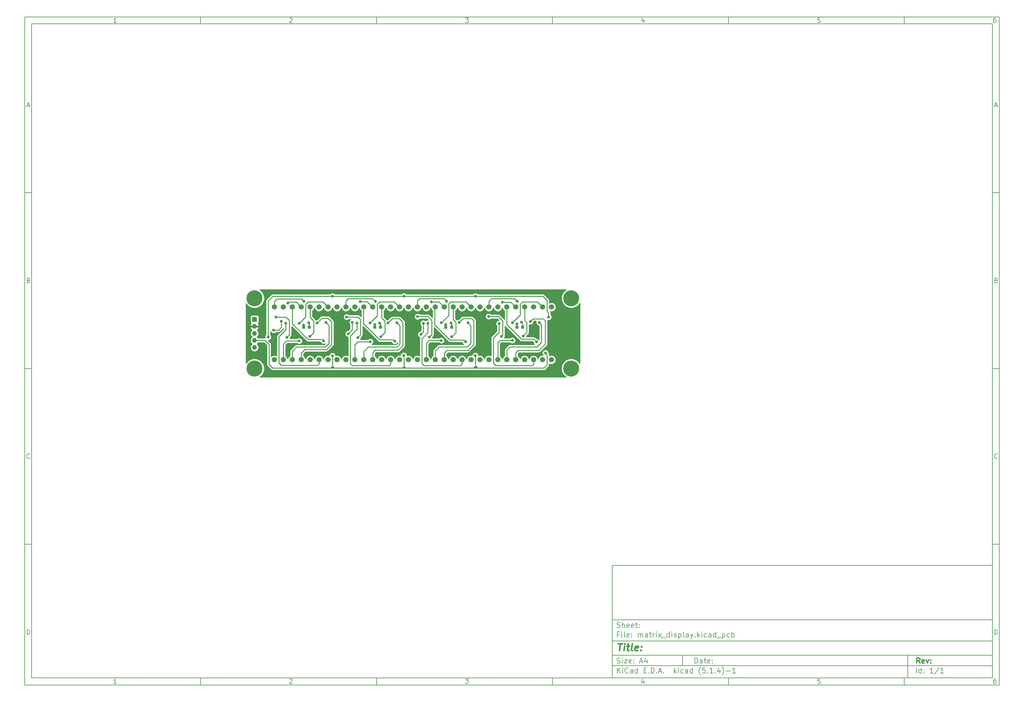
<source format=gbl>
G04 #@! TF.GenerationSoftware,KiCad,Pcbnew,(5.1.4)-1*
G04 #@! TF.CreationDate,2019-11-16T21:27:08+08:00*
G04 #@! TF.ProjectId,matrix_display,6d617472-6978-45f6-9469-73706c61792e,rev?*
G04 #@! TF.SameCoordinates,Original*
G04 #@! TF.FileFunction,Copper,L2,Bot*
G04 #@! TF.FilePolarity,Positive*
%FSLAX46Y46*%
G04 Gerber Fmt 4.6, Leading zero omitted, Abs format (unit mm)*
G04 Created by KiCad (PCBNEW (5.1.4)-1) date 2019-11-16 21:27:08*
%MOMM*%
%LPD*%
G04 APERTURE LIST*
%ADD10C,0.150000*%
%ADD11C,0.300000*%
%ADD12C,0.400000*%
%ADD13C,1.500000*%
%ADD14O,1.350000X1.350000*%
%ADD15R,1.350000X1.350000*%
%ADD16C,0.600000*%
%ADD17C,4.560000*%
%ADD18R,0.965000X0.920000*%
%ADD19C,0.800000*%
%ADD20C,0.254000*%
%ADD21C,0.500000*%
%ADD22C,0.250000*%
G04 APERTURE END LIST*
D10*
X177002200Y-166007200D02*
X177002200Y-198007200D01*
X285002200Y-198007200D01*
X285002200Y-166007200D01*
X177002200Y-166007200D01*
X10000000Y-10000000D02*
X10000000Y-200007200D01*
X287002200Y-200007200D01*
X287002200Y-10000000D01*
X10000000Y-10000000D01*
X12000000Y-12000000D02*
X12000000Y-198007200D01*
X285002200Y-198007200D01*
X285002200Y-12000000D01*
X12000000Y-12000000D01*
X60000000Y-12000000D02*
X60000000Y-10000000D01*
X110000000Y-12000000D02*
X110000000Y-10000000D01*
X160000000Y-12000000D02*
X160000000Y-10000000D01*
X210000000Y-12000000D02*
X210000000Y-10000000D01*
X260000000Y-12000000D02*
X260000000Y-10000000D01*
X36065476Y-11588095D02*
X35322619Y-11588095D01*
X35694047Y-11588095D02*
X35694047Y-10288095D01*
X35570238Y-10473809D01*
X35446428Y-10597619D01*
X35322619Y-10659523D01*
X85322619Y-10411904D02*
X85384523Y-10350000D01*
X85508333Y-10288095D01*
X85817857Y-10288095D01*
X85941666Y-10350000D01*
X86003571Y-10411904D01*
X86065476Y-10535714D01*
X86065476Y-10659523D01*
X86003571Y-10845238D01*
X85260714Y-11588095D01*
X86065476Y-11588095D01*
X135260714Y-10288095D02*
X136065476Y-10288095D01*
X135632142Y-10783333D01*
X135817857Y-10783333D01*
X135941666Y-10845238D01*
X136003571Y-10907142D01*
X136065476Y-11030952D01*
X136065476Y-11340476D01*
X136003571Y-11464285D01*
X135941666Y-11526190D01*
X135817857Y-11588095D01*
X135446428Y-11588095D01*
X135322619Y-11526190D01*
X135260714Y-11464285D01*
X185941666Y-10721428D02*
X185941666Y-11588095D01*
X185632142Y-10226190D02*
X185322619Y-11154761D01*
X186127380Y-11154761D01*
X236003571Y-10288095D02*
X235384523Y-10288095D01*
X235322619Y-10907142D01*
X235384523Y-10845238D01*
X235508333Y-10783333D01*
X235817857Y-10783333D01*
X235941666Y-10845238D01*
X236003571Y-10907142D01*
X236065476Y-11030952D01*
X236065476Y-11340476D01*
X236003571Y-11464285D01*
X235941666Y-11526190D01*
X235817857Y-11588095D01*
X235508333Y-11588095D01*
X235384523Y-11526190D01*
X235322619Y-11464285D01*
X285941666Y-10288095D02*
X285694047Y-10288095D01*
X285570238Y-10350000D01*
X285508333Y-10411904D01*
X285384523Y-10597619D01*
X285322619Y-10845238D01*
X285322619Y-11340476D01*
X285384523Y-11464285D01*
X285446428Y-11526190D01*
X285570238Y-11588095D01*
X285817857Y-11588095D01*
X285941666Y-11526190D01*
X286003571Y-11464285D01*
X286065476Y-11340476D01*
X286065476Y-11030952D01*
X286003571Y-10907142D01*
X285941666Y-10845238D01*
X285817857Y-10783333D01*
X285570238Y-10783333D01*
X285446428Y-10845238D01*
X285384523Y-10907142D01*
X285322619Y-11030952D01*
X60000000Y-198007200D02*
X60000000Y-200007200D01*
X110000000Y-198007200D02*
X110000000Y-200007200D01*
X160000000Y-198007200D02*
X160000000Y-200007200D01*
X210000000Y-198007200D02*
X210000000Y-200007200D01*
X260000000Y-198007200D02*
X260000000Y-200007200D01*
X36065476Y-199595295D02*
X35322619Y-199595295D01*
X35694047Y-199595295D02*
X35694047Y-198295295D01*
X35570238Y-198481009D01*
X35446428Y-198604819D01*
X35322619Y-198666723D01*
X85322619Y-198419104D02*
X85384523Y-198357200D01*
X85508333Y-198295295D01*
X85817857Y-198295295D01*
X85941666Y-198357200D01*
X86003571Y-198419104D01*
X86065476Y-198542914D01*
X86065476Y-198666723D01*
X86003571Y-198852438D01*
X85260714Y-199595295D01*
X86065476Y-199595295D01*
X135260714Y-198295295D02*
X136065476Y-198295295D01*
X135632142Y-198790533D01*
X135817857Y-198790533D01*
X135941666Y-198852438D01*
X136003571Y-198914342D01*
X136065476Y-199038152D01*
X136065476Y-199347676D01*
X136003571Y-199471485D01*
X135941666Y-199533390D01*
X135817857Y-199595295D01*
X135446428Y-199595295D01*
X135322619Y-199533390D01*
X135260714Y-199471485D01*
X185941666Y-198728628D02*
X185941666Y-199595295D01*
X185632142Y-198233390D02*
X185322619Y-199161961D01*
X186127380Y-199161961D01*
X236003571Y-198295295D02*
X235384523Y-198295295D01*
X235322619Y-198914342D01*
X235384523Y-198852438D01*
X235508333Y-198790533D01*
X235817857Y-198790533D01*
X235941666Y-198852438D01*
X236003571Y-198914342D01*
X236065476Y-199038152D01*
X236065476Y-199347676D01*
X236003571Y-199471485D01*
X235941666Y-199533390D01*
X235817857Y-199595295D01*
X235508333Y-199595295D01*
X235384523Y-199533390D01*
X235322619Y-199471485D01*
X285941666Y-198295295D02*
X285694047Y-198295295D01*
X285570238Y-198357200D01*
X285508333Y-198419104D01*
X285384523Y-198604819D01*
X285322619Y-198852438D01*
X285322619Y-199347676D01*
X285384523Y-199471485D01*
X285446428Y-199533390D01*
X285570238Y-199595295D01*
X285817857Y-199595295D01*
X285941666Y-199533390D01*
X286003571Y-199471485D01*
X286065476Y-199347676D01*
X286065476Y-199038152D01*
X286003571Y-198914342D01*
X285941666Y-198852438D01*
X285817857Y-198790533D01*
X285570238Y-198790533D01*
X285446428Y-198852438D01*
X285384523Y-198914342D01*
X285322619Y-199038152D01*
X10000000Y-60000000D02*
X12000000Y-60000000D01*
X10000000Y-110000000D02*
X12000000Y-110000000D01*
X10000000Y-160000000D02*
X12000000Y-160000000D01*
X10690476Y-35216666D02*
X11309523Y-35216666D01*
X10566666Y-35588095D02*
X11000000Y-34288095D01*
X11433333Y-35588095D01*
X11092857Y-84907142D02*
X11278571Y-84969047D01*
X11340476Y-85030952D01*
X11402380Y-85154761D01*
X11402380Y-85340476D01*
X11340476Y-85464285D01*
X11278571Y-85526190D01*
X11154761Y-85588095D01*
X10659523Y-85588095D01*
X10659523Y-84288095D01*
X11092857Y-84288095D01*
X11216666Y-84350000D01*
X11278571Y-84411904D01*
X11340476Y-84535714D01*
X11340476Y-84659523D01*
X11278571Y-84783333D01*
X11216666Y-84845238D01*
X11092857Y-84907142D01*
X10659523Y-84907142D01*
X11402380Y-135464285D02*
X11340476Y-135526190D01*
X11154761Y-135588095D01*
X11030952Y-135588095D01*
X10845238Y-135526190D01*
X10721428Y-135402380D01*
X10659523Y-135278571D01*
X10597619Y-135030952D01*
X10597619Y-134845238D01*
X10659523Y-134597619D01*
X10721428Y-134473809D01*
X10845238Y-134350000D01*
X11030952Y-134288095D01*
X11154761Y-134288095D01*
X11340476Y-134350000D01*
X11402380Y-134411904D01*
X10659523Y-185588095D02*
X10659523Y-184288095D01*
X10969047Y-184288095D01*
X11154761Y-184350000D01*
X11278571Y-184473809D01*
X11340476Y-184597619D01*
X11402380Y-184845238D01*
X11402380Y-185030952D01*
X11340476Y-185278571D01*
X11278571Y-185402380D01*
X11154761Y-185526190D01*
X10969047Y-185588095D01*
X10659523Y-185588095D01*
X287002200Y-60000000D02*
X285002200Y-60000000D01*
X287002200Y-110000000D02*
X285002200Y-110000000D01*
X287002200Y-160000000D02*
X285002200Y-160000000D01*
X285692676Y-35216666D02*
X286311723Y-35216666D01*
X285568866Y-35588095D02*
X286002200Y-34288095D01*
X286435533Y-35588095D01*
X286095057Y-84907142D02*
X286280771Y-84969047D01*
X286342676Y-85030952D01*
X286404580Y-85154761D01*
X286404580Y-85340476D01*
X286342676Y-85464285D01*
X286280771Y-85526190D01*
X286156961Y-85588095D01*
X285661723Y-85588095D01*
X285661723Y-84288095D01*
X286095057Y-84288095D01*
X286218866Y-84350000D01*
X286280771Y-84411904D01*
X286342676Y-84535714D01*
X286342676Y-84659523D01*
X286280771Y-84783333D01*
X286218866Y-84845238D01*
X286095057Y-84907142D01*
X285661723Y-84907142D01*
X286404580Y-135464285D02*
X286342676Y-135526190D01*
X286156961Y-135588095D01*
X286033152Y-135588095D01*
X285847438Y-135526190D01*
X285723628Y-135402380D01*
X285661723Y-135278571D01*
X285599819Y-135030952D01*
X285599819Y-134845238D01*
X285661723Y-134597619D01*
X285723628Y-134473809D01*
X285847438Y-134350000D01*
X286033152Y-134288095D01*
X286156961Y-134288095D01*
X286342676Y-134350000D01*
X286404580Y-134411904D01*
X285661723Y-185588095D02*
X285661723Y-184288095D01*
X285971247Y-184288095D01*
X286156961Y-184350000D01*
X286280771Y-184473809D01*
X286342676Y-184597619D01*
X286404580Y-184845238D01*
X286404580Y-185030952D01*
X286342676Y-185278571D01*
X286280771Y-185402380D01*
X286156961Y-185526190D01*
X285971247Y-185588095D01*
X285661723Y-185588095D01*
X200434342Y-193785771D02*
X200434342Y-192285771D01*
X200791485Y-192285771D01*
X201005771Y-192357200D01*
X201148628Y-192500057D01*
X201220057Y-192642914D01*
X201291485Y-192928628D01*
X201291485Y-193142914D01*
X201220057Y-193428628D01*
X201148628Y-193571485D01*
X201005771Y-193714342D01*
X200791485Y-193785771D01*
X200434342Y-193785771D01*
X202577200Y-193785771D02*
X202577200Y-193000057D01*
X202505771Y-192857200D01*
X202362914Y-192785771D01*
X202077200Y-192785771D01*
X201934342Y-192857200D01*
X202577200Y-193714342D02*
X202434342Y-193785771D01*
X202077200Y-193785771D01*
X201934342Y-193714342D01*
X201862914Y-193571485D01*
X201862914Y-193428628D01*
X201934342Y-193285771D01*
X202077200Y-193214342D01*
X202434342Y-193214342D01*
X202577200Y-193142914D01*
X203077200Y-192785771D02*
X203648628Y-192785771D01*
X203291485Y-192285771D02*
X203291485Y-193571485D01*
X203362914Y-193714342D01*
X203505771Y-193785771D01*
X203648628Y-193785771D01*
X204720057Y-193714342D02*
X204577200Y-193785771D01*
X204291485Y-193785771D01*
X204148628Y-193714342D01*
X204077200Y-193571485D01*
X204077200Y-193000057D01*
X204148628Y-192857200D01*
X204291485Y-192785771D01*
X204577200Y-192785771D01*
X204720057Y-192857200D01*
X204791485Y-193000057D01*
X204791485Y-193142914D01*
X204077200Y-193285771D01*
X205434342Y-193642914D02*
X205505771Y-193714342D01*
X205434342Y-193785771D01*
X205362914Y-193714342D01*
X205434342Y-193642914D01*
X205434342Y-193785771D01*
X205434342Y-192857200D02*
X205505771Y-192928628D01*
X205434342Y-193000057D01*
X205362914Y-192928628D01*
X205434342Y-192857200D01*
X205434342Y-193000057D01*
X177002200Y-194507200D02*
X285002200Y-194507200D01*
X178434342Y-196585771D02*
X178434342Y-195085771D01*
X179291485Y-196585771D02*
X178648628Y-195728628D01*
X179291485Y-195085771D02*
X178434342Y-195942914D01*
X179934342Y-196585771D02*
X179934342Y-195585771D01*
X179934342Y-195085771D02*
X179862914Y-195157200D01*
X179934342Y-195228628D01*
X180005771Y-195157200D01*
X179934342Y-195085771D01*
X179934342Y-195228628D01*
X181505771Y-196442914D02*
X181434342Y-196514342D01*
X181220057Y-196585771D01*
X181077200Y-196585771D01*
X180862914Y-196514342D01*
X180720057Y-196371485D01*
X180648628Y-196228628D01*
X180577200Y-195942914D01*
X180577200Y-195728628D01*
X180648628Y-195442914D01*
X180720057Y-195300057D01*
X180862914Y-195157200D01*
X181077200Y-195085771D01*
X181220057Y-195085771D01*
X181434342Y-195157200D01*
X181505771Y-195228628D01*
X182791485Y-196585771D02*
X182791485Y-195800057D01*
X182720057Y-195657200D01*
X182577200Y-195585771D01*
X182291485Y-195585771D01*
X182148628Y-195657200D01*
X182791485Y-196514342D02*
X182648628Y-196585771D01*
X182291485Y-196585771D01*
X182148628Y-196514342D01*
X182077200Y-196371485D01*
X182077200Y-196228628D01*
X182148628Y-196085771D01*
X182291485Y-196014342D01*
X182648628Y-196014342D01*
X182791485Y-195942914D01*
X184148628Y-196585771D02*
X184148628Y-195085771D01*
X184148628Y-196514342D02*
X184005771Y-196585771D01*
X183720057Y-196585771D01*
X183577200Y-196514342D01*
X183505771Y-196442914D01*
X183434342Y-196300057D01*
X183434342Y-195871485D01*
X183505771Y-195728628D01*
X183577200Y-195657200D01*
X183720057Y-195585771D01*
X184005771Y-195585771D01*
X184148628Y-195657200D01*
X186005771Y-195800057D02*
X186505771Y-195800057D01*
X186720057Y-196585771D02*
X186005771Y-196585771D01*
X186005771Y-195085771D01*
X186720057Y-195085771D01*
X187362914Y-196442914D02*
X187434342Y-196514342D01*
X187362914Y-196585771D01*
X187291485Y-196514342D01*
X187362914Y-196442914D01*
X187362914Y-196585771D01*
X188077200Y-196585771D02*
X188077200Y-195085771D01*
X188434342Y-195085771D01*
X188648628Y-195157200D01*
X188791485Y-195300057D01*
X188862914Y-195442914D01*
X188934342Y-195728628D01*
X188934342Y-195942914D01*
X188862914Y-196228628D01*
X188791485Y-196371485D01*
X188648628Y-196514342D01*
X188434342Y-196585771D01*
X188077200Y-196585771D01*
X189577200Y-196442914D02*
X189648628Y-196514342D01*
X189577200Y-196585771D01*
X189505771Y-196514342D01*
X189577200Y-196442914D01*
X189577200Y-196585771D01*
X190220057Y-196157200D02*
X190934342Y-196157200D01*
X190077200Y-196585771D02*
X190577200Y-195085771D01*
X191077200Y-196585771D01*
X191577200Y-196442914D02*
X191648628Y-196514342D01*
X191577200Y-196585771D01*
X191505771Y-196514342D01*
X191577200Y-196442914D01*
X191577200Y-196585771D01*
X194577200Y-196585771D02*
X194577200Y-195085771D01*
X194720057Y-196014342D02*
X195148628Y-196585771D01*
X195148628Y-195585771D02*
X194577200Y-196157200D01*
X195791485Y-196585771D02*
X195791485Y-195585771D01*
X195791485Y-195085771D02*
X195720057Y-195157200D01*
X195791485Y-195228628D01*
X195862914Y-195157200D01*
X195791485Y-195085771D01*
X195791485Y-195228628D01*
X197148628Y-196514342D02*
X197005771Y-196585771D01*
X196720057Y-196585771D01*
X196577200Y-196514342D01*
X196505771Y-196442914D01*
X196434342Y-196300057D01*
X196434342Y-195871485D01*
X196505771Y-195728628D01*
X196577200Y-195657200D01*
X196720057Y-195585771D01*
X197005771Y-195585771D01*
X197148628Y-195657200D01*
X198434342Y-196585771D02*
X198434342Y-195800057D01*
X198362914Y-195657200D01*
X198220057Y-195585771D01*
X197934342Y-195585771D01*
X197791485Y-195657200D01*
X198434342Y-196514342D02*
X198291485Y-196585771D01*
X197934342Y-196585771D01*
X197791485Y-196514342D01*
X197720057Y-196371485D01*
X197720057Y-196228628D01*
X197791485Y-196085771D01*
X197934342Y-196014342D01*
X198291485Y-196014342D01*
X198434342Y-195942914D01*
X199791485Y-196585771D02*
X199791485Y-195085771D01*
X199791485Y-196514342D02*
X199648628Y-196585771D01*
X199362914Y-196585771D01*
X199220057Y-196514342D01*
X199148628Y-196442914D01*
X199077200Y-196300057D01*
X199077200Y-195871485D01*
X199148628Y-195728628D01*
X199220057Y-195657200D01*
X199362914Y-195585771D01*
X199648628Y-195585771D01*
X199791485Y-195657200D01*
X202077200Y-197157200D02*
X202005771Y-197085771D01*
X201862914Y-196871485D01*
X201791485Y-196728628D01*
X201720057Y-196514342D01*
X201648628Y-196157200D01*
X201648628Y-195871485D01*
X201720057Y-195514342D01*
X201791485Y-195300057D01*
X201862914Y-195157200D01*
X202005771Y-194942914D01*
X202077200Y-194871485D01*
X203362914Y-195085771D02*
X202648628Y-195085771D01*
X202577200Y-195800057D01*
X202648628Y-195728628D01*
X202791485Y-195657200D01*
X203148628Y-195657200D01*
X203291485Y-195728628D01*
X203362914Y-195800057D01*
X203434342Y-195942914D01*
X203434342Y-196300057D01*
X203362914Y-196442914D01*
X203291485Y-196514342D01*
X203148628Y-196585771D01*
X202791485Y-196585771D01*
X202648628Y-196514342D01*
X202577200Y-196442914D01*
X204077200Y-196442914D02*
X204148628Y-196514342D01*
X204077200Y-196585771D01*
X204005771Y-196514342D01*
X204077200Y-196442914D01*
X204077200Y-196585771D01*
X205577200Y-196585771D02*
X204720057Y-196585771D01*
X205148628Y-196585771D02*
X205148628Y-195085771D01*
X205005771Y-195300057D01*
X204862914Y-195442914D01*
X204720057Y-195514342D01*
X206220057Y-196442914D02*
X206291485Y-196514342D01*
X206220057Y-196585771D01*
X206148628Y-196514342D01*
X206220057Y-196442914D01*
X206220057Y-196585771D01*
X207577200Y-195585771D02*
X207577200Y-196585771D01*
X207220057Y-195014342D02*
X206862914Y-196085771D01*
X207791485Y-196085771D01*
X208220057Y-197157200D02*
X208291485Y-197085771D01*
X208434342Y-196871485D01*
X208505771Y-196728628D01*
X208577200Y-196514342D01*
X208648628Y-196157200D01*
X208648628Y-195871485D01*
X208577200Y-195514342D01*
X208505771Y-195300057D01*
X208434342Y-195157200D01*
X208291485Y-194942914D01*
X208220057Y-194871485D01*
X209362914Y-196014342D02*
X210505771Y-196014342D01*
X212005771Y-196585771D02*
X211148628Y-196585771D01*
X211577200Y-196585771D02*
X211577200Y-195085771D01*
X211434342Y-195300057D01*
X211291485Y-195442914D01*
X211148628Y-195514342D01*
X177002200Y-191507200D02*
X285002200Y-191507200D01*
D11*
X264411485Y-193785771D02*
X263911485Y-193071485D01*
X263554342Y-193785771D02*
X263554342Y-192285771D01*
X264125771Y-192285771D01*
X264268628Y-192357200D01*
X264340057Y-192428628D01*
X264411485Y-192571485D01*
X264411485Y-192785771D01*
X264340057Y-192928628D01*
X264268628Y-193000057D01*
X264125771Y-193071485D01*
X263554342Y-193071485D01*
X265625771Y-193714342D02*
X265482914Y-193785771D01*
X265197200Y-193785771D01*
X265054342Y-193714342D01*
X264982914Y-193571485D01*
X264982914Y-193000057D01*
X265054342Y-192857200D01*
X265197200Y-192785771D01*
X265482914Y-192785771D01*
X265625771Y-192857200D01*
X265697200Y-193000057D01*
X265697200Y-193142914D01*
X264982914Y-193285771D01*
X266197200Y-192785771D02*
X266554342Y-193785771D01*
X266911485Y-192785771D01*
X267482914Y-193642914D02*
X267554342Y-193714342D01*
X267482914Y-193785771D01*
X267411485Y-193714342D01*
X267482914Y-193642914D01*
X267482914Y-193785771D01*
X267482914Y-192857200D02*
X267554342Y-192928628D01*
X267482914Y-193000057D01*
X267411485Y-192928628D01*
X267482914Y-192857200D01*
X267482914Y-193000057D01*
D10*
X178362914Y-193714342D02*
X178577200Y-193785771D01*
X178934342Y-193785771D01*
X179077200Y-193714342D01*
X179148628Y-193642914D01*
X179220057Y-193500057D01*
X179220057Y-193357200D01*
X179148628Y-193214342D01*
X179077200Y-193142914D01*
X178934342Y-193071485D01*
X178648628Y-193000057D01*
X178505771Y-192928628D01*
X178434342Y-192857200D01*
X178362914Y-192714342D01*
X178362914Y-192571485D01*
X178434342Y-192428628D01*
X178505771Y-192357200D01*
X178648628Y-192285771D01*
X179005771Y-192285771D01*
X179220057Y-192357200D01*
X179862914Y-193785771D02*
X179862914Y-192785771D01*
X179862914Y-192285771D02*
X179791485Y-192357200D01*
X179862914Y-192428628D01*
X179934342Y-192357200D01*
X179862914Y-192285771D01*
X179862914Y-192428628D01*
X180434342Y-192785771D02*
X181220057Y-192785771D01*
X180434342Y-193785771D01*
X181220057Y-193785771D01*
X182362914Y-193714342D02*
X182220057Y-193785771D01*
X181934342Y-193785771D01*
X181791485Y-193714342D01*
X181720057Y-193571485D01*
X181720057Y-193000057D01*
X181791485Y-192857200D01*
X181934342Y-192785771D01*
X182220057Y-192785771D01*
X182362914Y-192857200D01*
X182434342Y-193000057D01*
X182434342Y-193142914D01*
X181720057Y-193285771D01*
X183077200Y-193642914D02*
X183148628Y-193714342D01*
X183077200Y-193785771D01*
X183005771Y-193714342D01*
X183077200Y-193642914D01*
X183077200Y-193785771D01*
X183077200Y-192857200D02*
X183148628Y-192928628D01*
X183077200Y-193000057D01*
X183005771Y-192928628D01*
X183077200Y-192857200D01*
X183077200Y-193000057D01*
X184862914Y-193357200D02*
X185577200Y-193357200D01*
X184720057Y-193785771D02*
X185220057Y-192285771D01*
X185720057Y-193785771D01*
X186862914Y-192785771D02*
X186862914Y-193785771D01*
X186505771Y-192214342D02*
X186148628Y-193285771D01*
X187077200Y-193285771D01*
X263434342Y-196585771D02*
X263434342Y-195085771D01*
X264791485Y-196585771D02*
X264791485Y-195085771D01*
X264791485Y-196514342D02*
X264648628Y-196585771D01*
X264362914Y-196585771D01*
X264220057Y-196514342D01*
X264148628Y-196442914D01*
X264077200Y-196300057D01*
X264077200Y-195871485D01*
X264148628Y-195728628D01*
X264220057Y-195657200D01*
X264362914Y-195585771D01*
X264648628Y-195585771D01*
X264791485Y-195657200D01*
X265505771Y-196442914D02*
X265577200Y-196514342D01*
X265505771Y-196585771D01*
X265434342Y-196514342D01*
X265505771Y-196442914D01*
X265505771Y-196585771D01*
X265505771Y-195657200D02*
X265577200Y-195728628D01*
X265505771Y-195800057D01*
X265434342Y-195728628D01*
X265505771Y-195657200D01*
X265505771Y-195800057D01*
X268148628Y-196585771D02*
X267291485Y-196585771D01*
X267720057Y-196585771D02*
X267720057Y-195085771D01*
X267577200Y-195300057D01*
X267434342Y-195442914D01*
X267291485Y-195514342D01*
X269862914Y-195014342D02*
X268577200Y-196942914D01*
X271148628Y-196585771D02*
X270291485Y-196585771D01*
X270720057Y-196585771D02*
X270720057Y-195085771D01*
X270577200Y-195300057D01*
X270434342Y-195442914D01*
X270291485Y-195514342D01*
X177002200Y-187507200D02*
X285002200Y-187507200D01*
D12*
X178714580Y-188211961D02*
X179857438Y-188211961D01*
X179036009Y-190211961D02*
X179286009Y-188211961D01*
X180274104Y-190211961D02*
X180440771Y-188878628D01*
X180524104Y-188211961D02*
X180416961Y-188307200D01*
X180500295Y-188402438D01*
X180607438Y-188307200D01*
X180524104Y-188211961D01*
X180500295Y-188402438D01*
X181107438Y-188878628D02*
X181869342Y-188878628D01*
X181476485Y-188211961D02*
X181262200Y-189926247D01*
X181333628Y-190116723D01*
X181512200Y-190211961D01*
X181702676Y-190211961D01*
X182655057Y-190211961D02*
X182476485Y-190116723D01*
X182405057Y-189926247D01*
X182619342Y-188211961D01*
X184190771Y-190116723D02*
X183988390Y-190211961D01*
X183607438Y-190211961D01*
X183428866Y-190116723D01*
X183357438Y-189926247D01*
X183452676Y-189164342D01*
X183571723Y-188973866D01*
X183774104Y-188878628D01*
X184155057Y-188878628D01*
X184333628Y-188973866D01*
X184405057Y-189164342D01*
X184381247Y-189354819D01*
X183405057Y-189545295D01*
X185155057Y-190021485D02*
X185238390Y-190116723D01*
X185131247Y-190211961D01*
X185047914Y-190116723D01*
X185155057Y-190021485D01*
X185131247Y-190211961D01*
X185286009Y-188973866D02*
X185369342Y-189069104D01*
X185262200Y-189164342D01*
X185178866Y-189069104D01*
X185286009Y-188973866D01*
X185262200Y-189164342D01*
D10*
X178934342Y-185600057D02*
X178434342Y-185600057D01*
X178434342Y-186385771D02*
X178434342Y-184885771D01*
X179148628Y-184885771D01*
X179720057Y-186385771D02*
X179720057Y-185385771D01*
X179720057Y-184885771D02*
X179648628Y-184957200D01*
X179720057Y-185028628D01*
X179791485Y-184957200D01*
X179720057Y-184885771D01*
X179720057Y-185028628D01*
X180648628Y-186385771D02*
X180505771Y-186314342D01*
X180434342Y-186171485D01*
X180434342Y-184885771D01*
X181791485Y-186314342D02*
X181648628Y-186385771D01*
X181362914Y-186385771D01*
X181220057Y-186314342D01*
X181148628Y-186171485D01*
X181148628Y-185600057D01*
X181220057Y-185457200D01*
X181362914Y-185385771D01*
X181648628Y-185385771D01*
X181791485Y-185457200D01*
X181862914Y-185600057D01*
X181862914Y-185742914D01*
X181148628Y-185885771D01*
X182505771Y-186242914D02*
X182577200Y-186314342D01*
X182505771Y-186385771D01*
X182434342Y-186314342D01*
X182505771Y-186242914D01*
X182505771Y-186385771D01*
X182505771Y-185457200D02*
X182577200Y-185528628D01*
X182505771Y-185600057D01*
X182434342Y-185528628D01*
X182505771Y-185457200D01*
X182505771Y-185600057D01*
X184362914Y-186385771D02*
X184362914Y-185385771D01*
X184362914Y-185528628D02*
X184434342Y-185457200D01*
X184577200Y-185385771D01*
X184791485Y-185385771D01*
X184934342Y-185457200D01*
X185005771Y-185600057D01*
X185005771Y-186385771D01*
X185005771Y-185600057D02*
X185077200Y-185457200D01*
X185220057Y-185385771D01*
X185434342Y-185385771D01*
X185577200Y-185457200D01*
X185648628Y-185600057D01*
X185648628Y-186385771D01*
X187005771Y-186385771D02*
X187005771Y-185600057D01*
X186934342Y-185457200D01*
X186791485Y-185385771D01*
X186505771Y-185385771D01*
X186362914Y-185457200D01*
X187005771Y-186314342D02*
X186862914Y-186385771D01*
X186505771Y-186385771D01*
X186362914Y-186314342D01*
X186291485Y-186171485D01*
X186291485Y-186028628D01*
X186362914Y-185885771D01*
X186505771Y-185814342D01*
X186862914Y-185814342D01*
X187005771Y-185742914D01*
X187505771Y-185385771D02*
X188077200Y-185385771D01*
X187720057Y-184885771D02*
X187720057Y-186171485D01*
X187791485Y-186314342D01*
X187934342Y-186385771D01*
X188077200Y-186385771D01*
X188577200Y-186385771D02*
X188577200Y-185385771D01*
X188577200Y-185671485D02*
X188648628Y-185528628D01*
X188720057Y-185457200D01*
X188862914Y-185385771D01*
X189005771Y-185385771D01*
X189505771Y-186385771D02*
X189505771Y-185385771D01*
X189505771Y-184885771D02*
X189434342Y-184957200D01*
X189505771Y-185028628D01*
X189577200Y-184957200D01*
X189505771Y-184885771D01*
X189505771Y-185028628D01*
X190077200Y-186385771D02*
X190862914Y-185385771D01*
X190077200Y-185385771D02*
X190862914Y-186385771D01*
X191077200Y-186528628D02*
X192220057Y-186528628D01*
X193220057Y-186385771D02*
X193220057Y-184885771D01*
X193220057Y-186314342D02*
X193077200Y-186385771D01*
X192791485Y-186385771D01*
X192648628Y-186314342D01*
X192577200Y-186242914D01*
X192505771Y-186100057D01*
X192505771Y-185671485D01*
X192577200Y-185528628D01*
X192648628Y-185457200D01*
X192791485Y-185385771D01*
X193077200Y-185385771D01*
X193220057Y-185457200D01*
X193934342Y-186385771D02*
X193934342Y-185385771D01*
X193934342Y-184885771D02*
X193862914Y-184957200D01*
X193934342Y-185028628D01*
X194005771Y-184957200D01*
X193934342Y-184885771D01*
X193934342Y-185028628D01*
X194577200Y-186314342D02*
X194720057Y-186385771D01*
X195005771Y-186385771D01*
X195148628Y-186314342D01*
X195220057Y-186171485D01*
X195220057Y-186100057D01*
X195148628Y-185957200D01*
X195005771Y-185885771D01*
X194791485Y-185885771D01*
X194648628Y-185814342D01*
X194577200Y-185671485D01*
X194577200Y-185600057D01*
X194648628Y-185457200D01*
X194791485Y-185385771D01*
X195005771Y-185385771D01*
X195148628Y-185457200D01*
X195862914Y-185385771D02*
X195862914Y-186885771D01*
X195862914Y-185457200D02*
X196005771Y-185385771D01*
X196291485Y-185385771D01*
X196434342Y-185457200D01*
X196505771Y-185528628D01*
X196577200Y-185671485D01*
X196577200Y-186100057D01*
X196505771Y-186242914D01*
X196434342Y-186314342D01*
X196291485Y-186385771D01*
X196005771Y-186385771D01*
X195862914Y-186314342D01*
X197434342Y-186385771D02*
X197291485Y-186314342D01*
X197220057Y-186171485D01*
X197220057Y-184885771D01*
X198648628Y-186385771D02*
X198648628Y-185600057D01*
X198577200Y-185457200D01*
X198434342Y-185385771D01*
X198148628Y-185385771D01*
X198005771Y-185457200D01*
X198648628Y-186314342D02*
X198505771Y-186385771D01*
X198148628Y-186385771D01*
X198005771Y-186314342D01*
X197934342Y-186171485D01*
X197934342Y-186028628D01*
X198005771Y-185885771D01*
X198148628Y-185814342D01*
X198505771Y-185814342D01*
X198648628Y-185742914D01*
X199220057Y-185385771D02*
X199577200Y-186385771D01*
X199934342Y-185385771D02*
X199577200Y-186385771D01*
X199434342Y-186742914D01*
X199362914Y-186814342D01*
X199220057Y-186885771D01*
X200505771Y-186242914D02*
X200577200Y-186314342D01*
X200505771Y-186385771D01*
X200434342Y-186314342D01*
X200505771Y-186242914D01*
X200505771Y-186385771D01*
X201220057Y-186385771D02*
X201220057Y-184885771D01*
X201362914Y-185814342D02*
X201791485Y-186385771D01*
X201791485Y-185385771D02*
X201220057Y-185957200D01*
X202434342Y-186385771D02*
X202434342Y-185385771D01*
X202434342Y-184885771D02*
X202362914Y-184957200D01*
X202434342Y-185028628D01*
X202505771Y-184957200D01*
X202434342Y-184885771D01*
X202434342Y-185028628D01*
X203791485Y-186314342D02*
X203648628Y-186385771D01*
X203362914Y-186385771D01*
X203220057Y-186314342D01*
X203148628Y-186242914D01*
X203077200Y-186100057D01*
X203077200Y-185671485D01*
X203148628Y-185528628D01*
X203220057Y-185457200D01*
X203362914Y-185385771D01*
X203648628Y-185385771D01*
X203791485Y-185457200D01*
X205077200Y-186385771D02*
X205077200Y-185600057D01*
X205005771Y-185457200D01*
X204862914Y-185385771D01*
X204577200Y-185385771D01*
X204434342Y-185457200D01*
X205077200Y-186314342D02*
X204934342Y-186385771D01*
X204577200Y-186385771D01*
X204434342Y-186314342D01*
X204362914Y-186171485D01*
X204362914Y-186028628D01*
X204434342Y-185885771D01*
X204577200Y-185814342D01*
X204934342Y-185814342D01*
X205077200Y-185742914D01*
X206434342Y-186385771D02*
X206434342Y-184885771D01*
X206434342Y-186314342D02*
X206291485Y-186385771D01*
X206005771Y-186385771D01*
X205862914Y-186314342D01*
X205791485Y-186242914D01*
X205720057Y-186100057D01*
X205720057Y-185671485D01*
X205791485Y-185528628D01*
X205862914Y-185457200D01*
X206005771Y-185385771D01*
X206291485Y-185385771D01*
X206434342Y-185457200D01*
X206791485Y-186528628D02*
X207934342Y-186528628D01*
X208291485Y-185385771D02*
X208291485Y-186885771D01*
X208291485Y-185457200D02*
X208434342Y-185385771D01*
X208720057Y-185385771D01*
X208862914Y-185457200D01*
X208934342Y-185528628D01*
X209005771Y-185671485D01*
X209005771Y-186100057D01*
X208934342Y-186242914D01*
X208862914Y-186314342D01*
X208720057Y-186385771D01*
X208434342Y-186385771D01*
X208291485Y-186314342D01*
X210291485Y-186314342D02*
X210148628Y-186385771D01*
X209862914Y-186385771D01*
X209720057Y-186314342D01*
X209648628Y-186242914D01*
X209577200Y-186100057D01*
X209577200Y-185671485D01*
X209648628Y-185528628D01*
X209720057Y-185457200D01*
X209862914Y-185385771D01*
X210148628Y-185385771D01*
X210291485Y-185457200D01*
X210934342Y-186385771D02*
X210934342Y-184885771D01*
X210934342Y-185457200D02*
X211077200Y-185385771D01*
X211362914Y-185385771D01*
X211505771Y-185457200D01*
X211577200Y-185528628D01*
X211648628Y-185671485D01*
X211648628Y-186100057D01*
X211577200Y-186242914D01*
X211505771Y-186314342D01*
X211362914Y-186385771D01*
X211077200Y-186385771D01*
X210934342Y-186314342D01*
X177002200Y-181507200D02*
X285002200Y-181507200D01*
X178362914Y-183614342D02*
X178577200Y-183685771D01*
X178934342Y-183685771D01*
X179077200Y-183614342D01*
X179148628Y-183542914D01*
X179220057Y-183400057D01*
X179220057Y-183257200D01*
X179148628Y-183114342D01*
X179077200Y-183042914D01*
X178934342Y-182971485D01*
X178648628Y-182900057D01*
X178505771Y-182828628D01*
X178434342Y-182757200D01*
X178362914Y-182614342D01*
X178362914Y-182471485D01*
X178434342Y-182328628D01*
X178505771Y-182257200D01*
X178648628Y-182185771D01*
X179005771Y-182185771D01*
X179220057Y-182257200D01*
X179862914Y-183685771D02*
X179862914Y-182185771D01*
X180505771Y-183685771D02*
X180505771Y-182900057D01*
X180434342Y-182757200D01*
X180291485Y-182685771D01*
X180077200Y-182685771D01*
X179934342Y-182757200D01*
X179862914Y-182828628D01*
X181791485Y-183614342D02*
X181648628Y-183685771D01*
X181362914Y-183685771D01*
X181220057Y-183614342D01*
X181148628Y-183471485D01*
X181148628Y-182900057D01*
X181220057Y-182757200D01*
X181362914Y-182685771D01*
X181648628Y-182685771D01*
X181791485Y-182757200D01*
X181862914Y-182900057D01*
X181862914Y-183042914D01*
X181148628Y-183185771D01*
X183077200Y-183614342D02*
X182934342Y-183685771D01*
X182648628Y-183685771D01*
X182505771Y-183614342D01*
X182434342Y-183471485D01*
X182434342Y-182900057D01*
X182505771Y-182757200D01*
X182648628Y-182685771D01*
X182934342Y-182685771D01*
X183077200Y-182757200D01*
X183148628Y-182900057D01*
X183148628Y-183042914D01*
X182434342Y-183185771D01*
X183577200Y-182685771D02*
X184148628Y-182685771D01*
X183791485Y-182185771D02*
X183791485Y-183471485D01*
X183862914Y-183614342D01*
X184005771Y-183685771D01*
X184148628Y-183685771D01*
X184648628Y-183542914D02*
X184720057Y-183614342D01*
X184648628Y-183685771D01*
X184577200Y-183614342D01*
X184648628Y-183542914D01*
X184648628Y-183685771D01*
X184648628Y-182757200D02*
X184720057Y-182828628D01*
X184648628Y-182900057D01*
X184577200Y-182828628D01*
X184648628Y-182757200D01*
X184648628Y-182900057D01*
X197002200Y-191507200D02*
X197002200Y-194507200D01*
X261002200Y-191507200D02*
X261002200Y-198007200D01*
D13*
X98730000Y-107500000D03*
X96190000Y-107500000D03*
X93650000Y-107500000D03*
X91110000Y-107500000D03*
X88570000Y-107500000D03*
X86030000Y-107500000D03*
X83490000Y-107500000D03*
X80950000Y-107500000D03*
X86030000Y-92500000D03*
X83490000Y-92500000D03*
X80950000Y-92500000D03*
X96190000Y-92500000D03*
X93650000Y-92500000D03*
X88570000Y-92500000D03*
X98730000Y-92500000D03*
X91110000Y-92500000D03*
X119050000Y-107500000D03*
X116510000Y-107500000D03*
X113970000Y-107500000D03*
X111430000Y-107500000D03*
X108890000Y-107500000D03*
X106350000Y-107500000D03*
X103810000Y-107500000D03*
X101270000Y-107500000D03*
X106350000Y-92500000D03*
X103810000Y-92500000D03*
X101270000Y-92500000D03*
X116510000Y-92500000D03*
X113970000Y-92500000D03*
X108890000Y-92500000D03*
X119050000Y-92500000D03*
X111430000Y-92500000D03*
X139370000Y-107500000D03*
X136830000Y-107500000D03*
X134290000Y-107500000D03*
X131750000Y-107500000D03*
X129210000Y-107500000D03*
X126670000Y-107500000D03*
X124130000Y-107500000D03*
X121590000Y-107500000D03*
X126670000Y-92500000D03*
X124130000Y-92500000D03*
X121590000Y-92500000D03*
X136830000Y-92500000D03*
X134290000Y-92500000D03*
X129210000Y-92500000D03*
X139370000Y-92500000D03*
X131750000Y-92500000D03*
X159690000Y-107500000D03*
X157150000Y-107500000D03*
X154610000Y-107500000D03*
X152070000Y-107500000D03*
X149530000Y-107500000D03*
X146990000Y-107500000D03*
X144450000Y-107500000D03*
X141910000Y-107500000D03*
X146990000Y-92500000D03*
X144450000Y-92500000D03*
X141910000Y-92500000D03*
X157150000Y-92500000D03*
X154610000Y-92500000D03*
X149530000Y-92500000D03*
X159690000Y-92500000D03*
X152070000Y-92500000D03*
D14*
X75320000Y-104000000D03*
X75320000Y-102000000D03*
X75320000Y-100000000D03*
X75320000Y-98000000D03*
D15*
X75320000Y-96000000D03*
D16*
X166580000Y-108740000D03*
X167100000Y-110000000D03*
D17*
X165320000Y-110000000D03*
D16*
X166580000Y-111260000D03*
X165320000Y-111780000D03*
X163540000Y-110000000D03*
X164060000Y-111260000D03*
X165320000Y-108220000D03*
X164060000Y-108740000D03*
X164060000Y-88740000D03*
X165320000Y-88220000D03*
X164060000Y-91260000D03*
X163540000Y-90000000D03*
X165320000Y-91780000D03*
X166580000Y-91260000D03*
D17*
X165320000Y-90000000D03*
D16*
X167100000Y-90000000D03*
X166580000Y-88740000D03*
X74060000Y-108740000D03*
X75320000Y-108220000D03*
X74060000Y-111260000D03*
X73540000Y-110000000D03*
X75320000Y-111780000D03*
X76580000Y-111260000D03*
D17*
X75320000Y-110000000D03*
D16*
X77100000Y-110000000D03*
X76580000Y-108740000D03*
X76580000Y-88740000D03*
X77100000Y-90000000D03*
D17*
X75320000Y-90000000D03*
D16*
X76580000Y-91260000D03*
X75320000Y-91780000D03*
X73540000Y-90000000D03*
X74060000Y-91260000D03*
X75320000Y-88220000D03*
X74060000Y-88740000D03*
D18*
X151520000Y-98200000D03*
X149880000Y-98200000D03*
X129680000Y-98200000D03*
X131320000Y-98200000D03*
X111120000Y-98200000D03*
X109480000Y-98200000D03*
X89280000Y-98200000D03*
X90920000Y-98200000D03*
D19*
X153670000Y-102590000D03*
X148080000Y-100880000D03*
X147030000Y-99160000D03*
X153670000Y-102590000D03*
X148080000Y-100880000D03*
X147030000Y-99160000D03*
X126680000Y-99160000D03*
X127610000Y-101030000D03*
X133460000Y-102790000D03*
X106560000Y-99160000D03*
X107410000Y-101170000D03*
X113280000Y-102690000D03*
X86280000Y-99160000D03*
X86970000Y-100980000D03*
X93080000Y-102640000D03*
X99290000Y-102760000D03*
X119130000Y-102910000D03*
X139600000Y-102350000D03*
X155160000Y-100140000D03*
X81060000Y-103230000D03*
X149880000Y-97340000D03*
X149880000Y-97340000D03*
X129680000Y-97520000D03*
X109480000Y-97520000D03*
X89250000Y-97610000D03*
X151130000Y-96780000D03*
X151130000Y-96780000D03*
X131140000Y-97020000D03*
X123320000Y-97100000D03*
X122590000Y-100260000D03*
X97450000Y-106360000D03*
X117710000Y-106260000D03*
X138080000Y-106320000D03*
X157980000Y-105570000D03*
X138090000Y-89410000D03*
X117770000Y-89400000D03*
X97460000Y-89410000D03*
X158880000Y-95360000D03*
X79180000Y-101040000D03*
X90750000Y-97000000D03*
X110900000Y-97020000D03*
X145520000Y-100850000D03*
X141830000Y-95210000D03*
X145520000Y-100850000D03*
X141830000Y-95210000D03*
X148590000Y-101990000D03*
X148590000Y-101990000D03*
X151640000Y-100780000D03*
X151640000Y-100780000D03*
X155460000Y-102430000D03*
X156215000Y-96885000D03*
X156215000Y-96885000D03*
X153670000Y-96620000D03*
X153670000Y-96620000D03*
X149980000Y-90880000D03*
X149980000Y-90880000D03*
X148590000Y-96990000D03*
X148590000Y-96990000D03*
X145720000Y-91110000D03*
X145720000Y-91110000D03*
X144790000Y-97240000D03*
X144790000Y-97240000D03*
X124590000Y-97130000D03*
X125610000Y-91040000D03*
X128400000Y-97000000D03*
X129870000Y-90870000D03*
X133470000Y-96870000D03*
X136000000Y-96980000D03*
X135340000Y-102430000D03*
X131370000Y-100990000D03*
X128380000Y-102010000D03*
X121650000Y-95230000D03*
X124980000Y-101040000D03*
X104390000Y-97080000D03*
X105380000Y-90970000D03*
X108190000Y-97020000D03*
X109660000Y-90900000D03*
X113270000Y-97020000D03*
X115810000Y-96980000D03*
X115140000Y-102200000D03*
X111220000Y-100910000D03*
X108200000Y-102360000D03*
X101500000Y-95340000D03*
X104640000Y-101170000D03*
X84190000Y-97110000D03*
X84760000Y-91420000D03*
X87990000Y-97120000D03*
X89390000Y-90900000D03*
X93080000Y-97090000D03*
X95620000Y-96920000D03*
X94950000Y-102110000D03*
X91060000Y-100870000D03*
X87990000Y-102160000D03*
X84490000Y-101130000D03*
X81360000Y-95330000D03*
X103110000Y-96860000D03*
X101980000Y-100120000D03*
X80750000Y-99090000D03*
X82950000Y-96580000D03*
D20*
X150680000Y-102590000D02*
X153670000Y-102590000D01*
X148970000Y-100880000D02*
X150680000Y-102590000D01*
X148080000Y-100880000D02*
X148970000Y-100880000D01*
D21*
X148080000Y-100880000D02*
X147030000Y-99830000D01*
X147030000Y-99830000D02*
X147030000Y-99160000D01*
D20*
X150680000Y-102590000D02*
X153670000Y-102590000D01*
X148970000Y-100880000D02*
X150680000Y-102590000D01*
X148080000Y-100880000D02*
X148970000Y-100880000D01*
D21*
X148080000Y-100880000D02*
X147030000Y-99830000D01*
X147030000Y-99830000D02*
X147030000Y-99160000D01*
D20*
X126680000Y-100100000D02*
X127610000Y-101030000D01*
X126680000Y-100100000D02*
X126680000Y-99160000D01*
X127610000Y-101030000D02*
X128690000Y-101030000D01*
X130450000Y-102790000D02*
X133460000Y-102790000D01*
X128690000Y-101030000D02*
X130450000Y-102790000D01*
X106560000Y-100320000D02*
X107410000Y-101170000D01*
X106560000Y-100320000D02*
X106560000Y-99160000D01*
X107410000Y-101170000D02*
X108630000Y-101170000D01*
X110150000Y-102690000D02*
X113280000Y-102690000D01*
X108630000Y-101170000D02*
X110150000Y-102690000D01*
X86280000Y-100290000D02*
X86970000Y-100980000D01*
X86280000Y-100290000D02*
X86280000Y-99160000D01*
X86970000Y-100980000D02*
X88300000Y-100980000D01*
X89960000Y-102640000D02*
X93080000Y-102640000D01*
X88300000Y-100980000D02*
X89960000Y-102640000D01*
X149870000Y-98200000D02*
X149870000Y-97350000D01*
X149870000Y-97350000D02*
X149880000Y-97340000D01*
X149870000Y-98200000D02*
X149870000Y-97350000D01*
X149870000Y-97350000D02*
X149880000Y-97340000D01*
D11*
X129680000Y-98200000D02*
X129680000Y-97520000D01*
X109480000Y-98200000D02*
X109480000Y-97520000D01*
X89280000Y-98200000D02*
X89280000Y-97640000D01*
X89280000Y-97640000D02*
X89250000Y-97610000D01*
D20*
X151510000Y-97160000D02*
X151510000Y-98200000D01*
X151130000Y-96780000D02*
X151510000Y-97160000D01*
X151510000Y-97160000D02*
X151510000Y-98200000D01*
X151130000Y-96780000D02*
X151510000Y-97160000D01*
D11*
X131320000Y-97200000D02*
X131320000Y-98200000D01*
X131140000Y-97020000D02*
X131320000Y-97200000D01*
D20*
X123320000Y-99530000D02*
X123320000Y-97100000D01*
X122590000Y-100260000D02*
X123320000Y-99530000D01*
D22*
X157070000Y-109880000D02*
X154600000Y-109880000D01*
X154600000Y-109880000D02*
X139480000Y-109880000D01*
X139480000Y-109880000D02*
X139050000Y-109880000D01*
X138470000Y-109880000D02*
X137210000Y-109880000D01*
X137210000Y-109880000D02*
X136710000Y-109880000D01*
X136710000Y-109880000D02*
X136230000Y-109880000D01*
X136230000Y-109880000D02*
X120050000Y-109880000D01*
X120050000Y-109880000D02*
X119270000Y-109880000D01*
X119270000Y-109880000D02*
X119070000Y-109880000D01*
X119070000Y-109880000D02*
X118090000Y-109880000D01*
X118090000Y-109880000D02*
X117430000Y-109880000D01*
X117430000Y-109880000D02*
X117210000Y-109880000D01*
X117210000Y-109880000D02*
X116680000Y-109880000D01*
X116680000Y-109880000D02*
X116220000Y-109880000D01*
X116220000Y-109880000D02*
X98420000Y-109880000D01*
X98420000Y-109880000D02*
X98160000Y-109880000D01*
X98160000Y-109880000D02*
X98040000Y-109880000D01*
X98040000Y-109880000D02*
X97980000Y-109880000D01*
D20*
X97450000Y-109350000D02*
X97980000Y-109880000D01*
X97450000Y-106360000D02*
X97450000Y-109350000D01*
X117780000Y-106330000D02*
X117710000Y-106260000D01*
X117780000Y-109380000D02*
X117780000Y-106330000D01*
X117780000Y-109430000D02*
X117780000Y-109380000D01*
X117330000Y-109880000D02*
X117780000Y-109430000D01*
D22*
X117710000Y-109500000D02*
X118090000Y-109880000D01*
X117330000Y-109880000D02*
X117710000Y-109500000D01*
X116680000Y-109880000D02*
X117330000Y-109880000D01*
X117210000Y-109880000D02*
X117590000Y-109880000D01*
X117590000Y-109880000D02*
X117730000Y-109740000D01*
X137210000Y-109880000D02*
X137670000Y-109880000D01*
X137670000Y-109880000D02*
X137930000Y-109620000D01*
X137670000Y-109880000D02*
X137920000Y-109880000D01*
X137920000Y-109880000D02*
X138070000Y-109730000D01*
X157070000Y-109880000D02*
X138470000Y-109880000D01*
D20*
X154600000Y-109880000D02*
X157550000Y-109880000D01*
X158410000Y-109020000D02*
X158410000Y-107180000D01*
X157550000Y-109880000D02*
X158410000Y-109020000D01*
X158410000Y-107180000D02*
X158410000Y-106000000D01*
X158410000Y-106000000D02*
X157980000Y-105570000D01*
X136710000Y-109880000D02*
X137440000Y-109880000D01*
X137440000Y-109880000D02*
X138100000Y-109220000D01*
X139480000Y-109880000D02*
X138760000Y-109880000D01*
X138760000Y-109880000D02*
X138100000Y-109220000D01*
X139050000Y-109880000D02*
X138470000Y-109880000D01*
X138470000Y-109880000D02*
X138080000Y-109490000D01*
X138100000Y-109220000D02*
X138100000Y-106340000D01*
X138100000Y-106340000D02*
X138080000Y-106320000D01*
X136230000Y-109880000D02*
X137440000Y-109880000D01*
X137440000Y-109880000D02*
X138100000Y-109220000D01*
X116220000Y-109880000D02*
X117330000Y-109880000D01*
X119270000Y-109880000D02*
X117330000Y-109880000D01*
X117330000Y-109880000D02*
X117430000Y-109780000D01*
X117430000Y-109770000D02*
X117430000Y-109880000D01*
X117430000Y-109780000D02*
X117430000Y-109770000D01*
X120050000Y-109880000D02*
X118280000Y-109880000D01*
X118280000Y-109880000D02*
X117780000Y-109380000D01*
X119070000Y-109880000D02*
X157550000Y-109880000D01*
X157550000Y-109880000D02*
X158410000Y-109020000D01*
D22*
X75320000Y-102000000D02*
X78290000Y-102000000D01*
X80490000Y-109880000D02*
X96550000Y-109880000D01*
X96550000Y-109880000D02*
X96870000Y-109880000D01*
X96870000Y-109880000D02*
X97140000Y-109880000D01*
X79410000Y-108800000D02*
X80490000Y-109880000D01*
X79410000Y-103120000D02*
X79410000Y-108800000D01*
X78290000Y-102000000D02*
X79410000Y-103120000D01*
X96550000Y-109880000D02*
X96920000Y-109880000D01*
X96920000Y-109880000D02*
X97450000Y-109350000D01*
X96870000Y-109880000D02*
X97190000Y-109880000D01*
X97190000Y-109880000D02*
X97460000Y-109610000D01*
X97190000Y-109880000D02*
X97460000Y-109610000D01*
X97140000Y-109880000D02*
X97420000Y-109880000D01*
X97420000Y-109880000D02*
X97590000Y-109710000D01*
X98160000Y-109880000D02*
X97190000Y-109880000D01*
X97190000Y-109880000D02*
X97420000Y-109880000D01*
D20*
X157220000Y-89410000D02*
X158410000Y-90600000D01*
X158410000Y-90600000D02*
X158410000Y-93760000D01*
X155220000Y-89410000D02*
X157220000Y-89410000D01*
X138090000Y-89410000D02*
X117770000Y-89410000D01*
X117770000Y-89410000D02*
X97460000Y-89410000D01*
X117770000Y-89400000D02*
X117770000Y-89410000D01*
X117770000Y-89410000D02*
X117770000Y-89400000D01*
X117770000Y-89400000D02*
X117770000Y-89410000D01*
X158880000Y-95360000D02*
X158880000Y-94230000D01*
X158880000Y-94230000D02*
X158410000Y-93760000D01*
X138090000Y-89410000D02*
X155220000Y-89410000D01*
X79185000Y-101035000D02*
X79180000Y-101040000D01*
X79185000Y-90735000D02*
X79185000Y-90780000D01*
X97460000Y-89410000D02*
X81290000Y-89410000D01*
X81290000Y-89410000D02*
X80510000Y-89410000D01*
X80510000Y-89410000D02*
X79185000Y-90735000D01*
X79185000Y-90780000D02*
X79185000Y-101035000D01*
X79185000Y-101035000D02*
X79180000Y-101040000D01*
D11*
X90920000Y-97170000D02*
X90920000Y-98200000D01*
X90750000Y-97000000D02*
X90920000Y-97170000D01*
X111120000Y-97240000D02*
X111120000Y-98200000D01*
X110900000Y-97020000D02*
X111120000Y-97240000D01*
D20*
X145520000Y-100850000D02*
X145800000Y-100570000D01*
X141840000Y-95220000D02*
X141830000Y-95210000D01*
X144620000Y-95220000D02*
X141840000Y-95220000D01*
X145800000Y-96400000D02*
X144620000Y-95220000D01*
X145800000Y-100570000D02*
X145800000Y-96400000D01*
X145520000Y-100850000D02*
X145800000Y-100570000D01*
X141840000Y-95220000D02*
X141830000Y-95210000D01*
X144620000Y-95220000D02*
X141840000Y-95220000D01*
X145800000Y-96400000D02*
X144620000Y-95220000D01*
X145800000Y-100570000D02*
X145800000Y-96400000D01*
X148590000Y-101990000D02*
X145140000Y-101990000D01*
X144450000Y-107500000D02*
X144450000Y-102680000D01*
X144450000Y-102680000D02*
X145140000Y-101990000D01*
X152720000Y-99700000D02*
X151640000Y-100780000D01*
X152720000Y-96950000D02*
X152720000Y-99700000D01*
X152720000Y-99700000D02*
X151640000Y-100780000D01*
X152720000Y-96950000D02*
X152720000Y-99700000D01*
X152070000Y-92500000D02*
X152070000Y-96300000D01*
X152070000Y-96300000D02*
X152720000Y-96950000D01*
X154670000Y-101640000D02*
X151140000Y-101640000D01*
X155460000Y-102430000D02*
X154670000Y-101640000D01*
X146990000Y-92500000D02*
X146990000Y-97490000D01*
X146990000Y-97490000D02*
X151140000Y-101640000D01*
X147900000Y-103810000D02*
X155390000Y-103810000D01*
X156850000Y-100840000D02*
X156850000Y-102560000D01*
X155600000Y-103810000D02*
X155390000Y-103810000D01*
X156850000Y-102560000D02*
X155600000Y-103810000D01*
X156850000Y-97520000D02*
X156850000Y-100840000D01*
X156215000Y-96885000D02*
X156850000Y-97520000D01*
X147900000Y-103810000D02*
X155390000Y-103810000D01*
X156850000Y-100840000D02*
X156850000Y-102560000D01*
X155600000Y-103810000D02*
X155390000Y-103810000D01*
X156850000Y-102560000D02*
X155600000Y-103810000D01*
X156850000Y-97520000D02*
X156850000Y-100840000D01*
X156215000Y-96885000D02*
X156850000Y-97520000D01*
X146990000Y-107500000D02*
X146990000Y-104720000D01*
X146990000Y-104720000D02*
X147900000Y-103810000D01*
X157950000Y-97220000D02*
X157950000Y-103010000D01*
X150220000Y-104810000D02*
X156150000Y-104810000D01*
X156150000Y-104810000D02*
X157950000Y-103010000D01*
X153670000Y-96620000D02*
X154460000Y-95830000D01*
X157950000Y-96420000D02*
X157950000Y-97220000D01*
X157360000Y-95830000D02*
X157950000Y-96420000D01*
X154460000Y-95830000D02*
X157360000Y-95830000D01*
X157950000Y-97220000D02*
X157950000Y-103010000D01*
X150220000Y-104810000D02*
X156150000Y-104810000D01*
X156150000Y-104810000D02*
X157950000Y-103010000D01*
X153670000Y-96620000D02*
X154460000Y-95830000D01*
X157950000Y-96420000D02*
X157950000Y-97220000D01*
X157360000Y-95830000D02*
X157950000Y-96420000D01*
X154460000Y-95830000D02*
X157360000Y-95830000D01*
X149530000Y-107500000D02*
X149530000Y-105500000D01*
X149530000Y-105500000D02*
X150220000Y-104810000D01*
X149240000Y-90140000D02*
X142610000Y-90140000D01*
X149980000Y-90880000D02*
X149240000Y-90140000D01*
X149980000Y-90880000D02*
X149240000Y-90140000D01*
X141910000Y-92500000D02*
X141910000Y-90840000D01*
X141910000Y-90840000D02*
X142610000Y-90140000D01*
X148590000Y-96990000D02*
X150500000Y-95080000D01*
X153580000Y-91080000D02*
X153530000Y-91080000D01*
X148590000Y-96990000D02*
X150500000Y-95080000D01*
X153530000Y-91080000D02*
X151440000Y-91080000D01*
X150800000Y-94780000D02*
X148590000Y-96990000D01*
X150800000Y-91720000D02*
X150800000Y-94780000D01*
X151440000Y-91080000D02*
X150800000Y-91720000D01*
X153580000Y-91080000D02*
X155730000Y-91080000D01*
X155730000Y-91080000D02*
X157150000Y-92500000D01*
X149530000Y-92500000D02*
X148140000Y-91110000D01*
X148140000Y-91110000D02*
X145720000Y-91110000D01*
X144790000Y-97240000D02*
X144790000Y-99390000D01*
X152790000Y-109160000D02*
X153220000Y-109160000D01*
X153220000Y-109160000D02*
X153920000Y-109160000D01*
X144790000Y-97240000D02*
X144790000Y-99390000D01*
X152790000Y-109160000D02*
X153920000Y-109160000D01*
X153220000Y-109160000D02*
X154210000Y-109160000D01*
X154610000Y-108760000D02*
X154610000Y-107500000D01*
X154210000Y-109160000D02*
X154610000Y-108760000D01*
X146140000Y-109160000D02*
X143870000Y-109160000D01*
X144790000Y-99640000D02*
X144790000Y-99390000D01*
X143180000Y-101250000D02*
X144790000Y-99640000D01*
X143180000Y-108470000D02*
X143180000Y-101250000D01*
X143870000Y-109160000D02*
X143180000Y-108470000D01*
X146140000Y-109160000D02*
X152790000Y-109160000D01*
X124940000Y-109190000D02*
X124990000Y-109190000D01*
X124990000Y-109190000D02*
X133880000Y-109190000D01*
X123480000Y-109190000D02*
X122860000Y-108570000D01*
X122860000Y-108570000D02*
X122860000Y-101530000D01*
X124940000Y-109190000D02*
X123480000Y-109190000D01*
X133880000Y-109190000D02*
X134290000Y-108780000D01*
X134290000Y-108780000D02*
X134290000Y-107500000D01*
X124590000Y-97130000D02*
X124590000Y-99800000D01*
X124590000Y-99800000D02*
X122860000Y-101530000D01*
X125610000Y-91040000D02*
X126670000Y-91040000D01*
X126670000Y-91040000D02*
X127750000Y-91040000D01*
X127750000Y-91040000D02*
X129210000Y-92500000D01*
X131920000Y-91070000D02*
X130970000Y-91070000D01*
X130970000Y-91070000D02*
X130480000Y-91560000D01*
X130480000Y-91560000D02*
X130480000Y-94920000D01*
X130480000Y-94920000D02*
X128400000Y-97000000D01*
X134570000Y-91070000D02*
X135400000Y-91070000D01*
X135400000Y-91070000D02*
X136830000Y-92500000D01*
X131920000Y-91070000D02*
X134570000Y-91070000D01*
X129110000Y-90110000D02*
X122210000Y-90110000D01*
X129870000Y-90870000D02*
X129110000Y-90110000D01*
X121590000Y-92500000D02*
X121590000Y-90730000D01*
X121590000Y-90730000D02*
X122210000Y-90110000D01*
X134580000Y-95760000D02*
X133470000Y-96870000D01*
X137010000Y-95760000D02*
X134580000Y-95760000D01*
X137590000Y-96340000D02*
X137010000Y-95760000D01*
X137590000Y-103190000D02*
X137590000Y-96340000D01*
X135970000Y-104810000D02*
X137590000Y-103190000D01*
X130030000Y-104810000D02*
X135970000Y-104810000D01*
X129210000Y-107500000D02*
X129210000Y-105630000D01*
X129210000Y-105630000D02*
X130030000Y-104810000D01*
X136800000Y-97780000D02*
X136000000Y-96980000D01*
X136800000Y-102790000D02*
X136800000Y-97780000D01*
X135740000Y-103850000D02*
X136800000Y-102790000D01*
X127820000Y-103850000D02*
X135740000Y-103850000D01*
X126670000Y-107500000D02*
X126670000Y-105000000D01*
X126670000Y-105000000D02*
X127820000Y-103850000D01*
X126490000Y-92500000D02*
X126490000Y-97540000D01*
X130830000Y-101880000D02*
X132740000Y-101880000D01*
X126490000Y-97540000D02*
X130830000Y-101880000D01*
X132740000Y-101880000D02*
X134790000Y-101880000D01*
X134790000Y-101880000D02*
X135340000Y-102430000D01*
X132540000Y-99820000D02*
X131370000Y-100990000D01*
X132540000Y-96830000D02*
X132540000Y-99820000D01*
X131750000Y-92500000D02*
X131750000Y-96040000D01*
X131750000Y-96040000D02*
X132540000Y-96830000D01*
X128370000Y-102000000D02*
X128380000Y-102010000D01*
X124940000Y-102000000D02*
X124970000Y-102000000D01*
X124130000Y-107500000D02*
X124130000Y-102810000D01*
X124130000Y-102810000D02*
X124940000Y-102000000D01*
X124970000Y-102000000D02*
X128370000Y-102000000D01*
X128370000Y-102000000D02*
X128380000Y-102010000D01*
X124630000Y-95230000D02*
X125660000Y-96260000D01*
X125660000Y-96260000D02*
X125660000Y-100360000D01*
X125660000Y-100360000D02*
X124980000Y-101040000D01*
X123250000Y-95230000D02*
X124630000Y-95230000D01*
X121650000Y-95230000D02*
X123250000Y-95230000D01*
X113970000Y-108760000D02*
X113970000Y-107500000D01*
X113570000Y-109160000D02*
X113970000Y-108760000D01*
X104390000Y-97080000D02*
X104390000Y-98860000D01*
X104390000Y-98860000D02*
X102540000Y-100710000D01*
X102540000Y-100710000D02*
X102540000Y-108600000D01*
X102540000Y-108600000D02*
X103100000Y-109160000D01*
X103100000Y-109160000D02*
X113570000Y-109160000D01*
X107300000Y-90970000D02*
X108830000Y-92500000D01*
X105380000Y-90970000D02*
X107300000Y-90970000D01*
X116450000Y-92500000D02*
X115030000Y-91080000D01*
X110090000Y-95120000D02*
X108190000Y-97020000D01*
X115030000Y-91080000D02*
X111630000Y-91080000D01*
X111630000Y-91080000D02*
X110820000Y-91080000D01*
X110160000Y-95050000D02*
X110090000Y-95120000D01*
X110160000Y-91740000D02*
X110160000Y-95050000D01*
X110820000Y-91080000D02*
X110160000Y-91740000D01*
X108840000Y-90080000D02*
X101970000Y-90080000D01*
X109660000Y-90900000D02*
X108840000Y-90080000D01*
X101270000Y-90780000D02*
X101970000Y-90080000D01*
X101270000Y-92500000D02*
X101270000Y-90780000D01*
X114480000Y-95810000D02*
X113270000Y-97020000D01*
X116480000Y-95810000D02*
X114480000Y-95810000D01*
X117450000Y-96780000D02*
X116480000Y-95810000D01*
X117450000Y-103480000D02*
X117450000Y-96780000D01*
X116130000Y-104800000D02*
X117450000Y-103480000D01*
X109570000Y-104800000D02*
X116130000Y-104800000D01*
X108890000Y-107500000D02*
X108890000Y-105480000D01*
X108890000Y-105480000D02*
X109570000Y-104800000D01*
X116660000Y-97830000D02*
X115810000Y-96980000D01*
X116660000Y-103020000D02*
X116660000Y-97830000D01*
X115830000Y-103850000D02*
X116660000Y-103020000D01*
X107680000Y-103850000D02*
X115830000Y-103850000D01*
X106350000Y-107500000D02*
X106350000Y-105180000D01*
X106350000Y-105180000D02*
X107680000Y-103850000D01*
X106290000Y-92500000D02*
X106290000Y-95830000D01*
X106290000Y-95830000D02*
X106290000Y-97250000D01*
X106290000Y-97250000D02*
X110820000Y-101780000D01*
X110820000Y-101780000D02*
X114720000Y-101780000D01*
X114720000Y-101780000D02*
X115140000Y-102200000D01*
X112370000Y-99760000D02*
X112370000Y-96520000D01*
X111220000Y-100910000D02*
X112370000Y-99760000D01*
X111430000Y-92500000D02*
X111430000Y-95580000D01*
X111430000Y-95580000D02*
X112370000Y-96520000D01*
X104650000Y-102360000D02*
X108200000Y-102360000D01*
X103810000Y-103200000D02*
X104650000Y-102360000D01*
X103810000Y-107500000D02*
X103810000Y-103200000D01*
X101500000Y-95340000D02*
X104750000Y-95340000D01*
X104750000Y-95340000D02*
X105430000Y-96020000D01*
X105430000Y-96020000D02*
X105430000Y-100380000D01*
X105430000Y-100380000D02*
X104640000Y-101170000D01*
X82930000Y-109120000D02*
X93270000Y-109120000D01*
X84190000Y-97110000D02*
X84190000Y-97860000D01*
X93650000Y-107500000D02*
X93650000Y-108740000D01*
X93650000Y-108740000D02*
X93270000Y-109120000D01*
X84190000Y-97860000D02*
X84190000Y-99010000D01*
X84190000Y-99010000D02*
X82220000Y-100980000D01*
X82220000Y-100980000D02*
X82220000Y-108410000D01*
X82220000Y-108410000D02*
X82930000Y-109120000D01*
X87140000Y-91010000D02*
X88630000Y-92500000D01*
X86050000Y-91010000D02*
X85170000Y-91010000D01*
X85170000Y-91010000D02*
X84760000Y-91420000D01*
X86050000Y-91010000D02*
X87140000Y-91010000D01*
X93190000Y-91070000D02*
X93140000Y-91070000D01*
X93190000Y-91070000D02*
X93890000Y-91070000D01*
X94760000Y-91070000D02*
X96190000Y-92500000D01*
X93140000Y-91070000D02*
X91240000Y-91070000D01*
X91240000Y-91070000D02*
X90520000Y-91070000D01*
X90520000Y-91070000D02*
X89840000Y-91750000D01*
X89840000Y-91750000D02*
X89840000Y-95270000D01*
X89840000Y-95270000D02*
X87990000Y-97120000D01*
X93890000Y-91070000D02*
X94760000Y-91070000D01*
X94760000Y-91070000D02*
X96190000Y-92500000D01*
X80950000Y-92500000D02*
X80950000Y-90980000D01*
X89390000Y-90900000D02*
X88700000Y-90210000D01*
X81720000Y-90210000D02*
X80950000Y-90980000D01*
X88700000Y-90210000D02*
X81720000Y-90210000D01*
X94500000Y-95670000D02*
X93080000Y-97090000D01*
X96220000Y-95670000D02*
X94500000Y-95670000D01*
X97230000Y-96680000D02*
X96220000Y-95670000D01*
X97230000Y-103090000D02*
X97230000Y-96680000D01*
X95760000Y-104560000D02*
X97230000Y-103090000D01*
X89590000Y-104560000D02*
X95760000Y-104560000D01*
X88570000Y-107500000D02*
X88570000Y-105580000D01*
X88570000Y-105580000D02*
X89590000Y-104560000D01*
X96470000Y-97770000D02*
X95620000Y-96920000D01*
X96470000Y-102820000D02*
X96470000Y-97770000D01*
X95450000Y-103840000D02*
X96470000Y-102820000D01*
X87270000Y-103840000D02*
X95450000Y-103840000D01*
X86030000Y-107500000D02*
X86030000Y-105080000D01*
X86030000Y-105080000D02*
X87270000Y-103840000D01*
X86090000Y-92500000D02*
X86090000Y-97320000D01*
X86090000Y-97320000D02*
X90270000Y-101500000D01*
X94950000Y-102110000D02*
X94530000Y-101690000D01*
X90460000Y-101690000D02*
X90270000Y-101500000D01*
X94530000Y-101690000D02*
X90460000Y-101690000D01*
X92140000Y-99790000D02*
X92140000Y-96480000D01*
X91060000Y-100870000D02*
X92140000Y-99790000D01*
X91110000Y-92500000D02*
X91110000Y-95450000D01*
X91110000Y-95450000D02*
X92140000Y-96480000D01*
X84380000Y-102160000D02*
X87990000Y-102160000D01*
X83490000Y-107500000D02*
X83490000Y-103050000D01*
X83490000Y-103050000D02*
X84380000Y-102160000D01*
X85220000Y-100400000D02*
X84490000Y-101130000D01*
X85220000Y-96280000D02*
X85220000Y-100400000D01*
X84270000Y-95330000D02*
X85220000Y-96280000D01*
X81360000Y-95330000D02*
X84270000Y-95330000D01*
X103110000Y-98990000D02*
X103110000Y-96860000D01*
X101980000Y-100120000D02*
X103110000Y-98990000D01*
X80750000Y-99090000D02*
X82130000Y-99090000D01*
X82130000Y-99090000D02*
X82950000Y-98270000D01*
X82950000Y-98270000D02*
X82950000Y-96580000D01*
G36*
X163517892Y-87804125D02*
G01*
X163124125Y-88197892D01*
X162814745Y-88660913D01*
X162601640Y-89175394D01*
X162493000Y-89721565D01*
X162493000Y-90278435D01*
X162601640Y-90824606D01*
X162814745Y-91339087D01*
X163124125Y-91802108D01*
X163517892Y-92195875D01*
X163980913Y-92505255D01*
X164495394Y-92718360D01*
X165041565Y-92827000D01*
X165598435Y-92827000D01*
X166144606Y-92718360D01*
X166659087Y-92505255D01*
X167122108Y-92195875D01*
X167515875Y-91802108D01*
X167723000Y-91492123D01*
X167723001Y-108507879D01*
X167515875Y-108197892D01*
X167122108Y-107804125D01*
X166659087Y-107494745D01*
X166144606Y-107281640D01*
X165598435Y-107173000D01*
X165041565Y-107173000D01*
X164495394Y-107281640D01*
X163980913Y-107494745D01*
X163517892Y-107804125D01*
X163124125Y-108197892D01*
X162814745Y-108660913D01*
X162601640Y-109175394D01*
X162493000Y-109721565D01*
X162493000Y-110278435D01*
X162601640Y-110824606D01*
X162814745Y-111339087D01*
X163124125Y-111802108D01*
X163517892Y-112195875D01*
X163827877Y-112403000D01*
X76812123Y-112403000D01*
X77122108Y-112195875D01*
X77515875Y-111802108D01*
X77825255Y-111339087D01*
X78038360Y-110824606D01*
X78147000Y-110278435D01*
X78147000Y-109721565D01*
X78038360Y-109175394D01*
X77825255Y-108660913D01*
X77515875Y-108197892D01*
X77122108Y-107804125D01*
X76659087Y-107494745D01*
X76144606Y-107281640D01*
X75598435Y-107173000D01*
X75041565Y-107173000D01*
X74495394Y-107281640D01*
X73980913Y-107494745D01*
X73517892Y-107804125D01*
X73124125Y-108197892D01*
X72917000Y-108507877D01*
X72917000Y-98329400D01*
X74052090Y-98329400D01*
X74082762Y-98430528D01*
X74190527Y-98663629D01*
X74341697Y-98871227D01*
X74530463Y-99045344D01*
X74545673Y-99054642D01*
X74451735Y-99131735D01*
X74299028Y-99317809D01*
X74185557Y-99530098D01*
X74115682Y-99760446D01*
X74092088Y-100000000D01*
X74115682Y-100239554D01*
X74185557Y-100469902D01*
X74299028Y-100682191D01*
X74451735Y-100868265D01*
X74612255Y-101000000D01*
X74451735Y-101131735D01*
X74299028Y-101317809D01*
X74185557Y-101530098D01*
X74115682Y-101760446D01*
X74092088Y-102000000D01*
X74115682Y-102239554D01*
X74185557Y-102469902D01*
X74299028Y-102682191D01*
X74451735Y-102868265D01*
X74612255Y-103000000D01*
X74451735Y-103131735D01*
X74299028Y-103317809D01*
X74185557Y-103530098D01*
X74115682Y-103760446D01*
X74092088Y-104000000D01*
X74115682Y-104239554D01*
X74185557Y-104469902D01*
X74299028Y-104682191D01*
X74451735Y-104868265D01*
X74637809Y-105020972D01*
X74850098Y-105134443D01*
X75080446Y-105204318D01*
X75259974Y-105222000D01*
X75380026Y-105222000D01*
X75559554Y-105204318D01*
X75789902Y-105134443D01*
X76002191Y-105020972D01*
X76188265Y-104868265D01*
X76340972Y-104682191D01*
X76454443Y-104469902D01*
X76524318Y-104239554D01*
X76547912Y-104000000D01*
X76524318Y-103760446D01*
X76454443Y-103530098D01*
X76340972Y-103317809D01*
X76188265Y-103131735D01*
X76027745Y-103000000D01*
X76188265Y-102868265D01*
X76340972Y-102682191D01*
X76346419Y-102672000D01*
X78011649Y-102672000D01*
X78738000Y-103398352D01*
X78738001Y-108766983D01*
X78734749Y-108800000D01*
X78747724Y-108931735D01*
X78784732Y-109053734D01*
X78786150Y-109058407D01*
X78848550Y-109175149D01*
X78932526Y-109277475D01*
X78958166Y-109298517D01*
X79991483Y-110331835D01*
X80012525Y-110357475D01*
X80114851Y-110441451D01*
X80231593Y-110503851D01*
X80319839Y-110530620D01*
X80358264Y-110542276D01*
X80490000Y-110555251D01*
X80523007Y-110552000D01*
X96886993Y-110552000D01*
X96920000Y-110555251D01*
X96953007Y-110552000D01*
X97156993Y-110552000D01*
X97190000Y-110555251D01*
X97223007Y-110552000D01*
X97386993Y-110552000D01*
X97420000Y-110555251D01*
X97453007Y-110552000D01*
X97926586Y-110552000D01*
X97979999Y-110557261D01*
X98033413Y-110552000D01*
X116166583Y-110552000D01*
X116186890Y-110554000D01*
X117296892Y-110554000D01*
X117330000Y-110557261D01*
X117363108Y-110554000D01*
X117396890Y-110554000D01*
X117430000Y-110557261D01*
X117463110Y-110554000D01*
X117577299Y-110554000D01*
X117590000Y-110555251D01*
X117602701Y-110554000D01*
X118077298Y-110554000D01*
X118089999Y-110555251D01*
X118102700Y-110554000D01*
X118246892Y-110554000D01*
X118280000Y-110557261D01*
X118313108Y-110554000D01*
X137406892Y-110554000D01*
X137440000Y-110557261D01*
X137473108Y-110554000D01*
X137657299Y-110554000D01*
X137670000Y-110555251D01*
X137682701Y-110554000D01*
X137907299Y-110554000D01*
X137920000Y-110555251D01*
X137932701Y-110554000D01*
X138436891Y-110554000D01*
X138469999Y-110557261D01*
X138503107Y-110554000D01*
X138726892Y-110554000D01*
X138760000Y-110557261D01*
X138793108Y-110554000D01*
X157516892Y-110554000D01*
X157550000Y-110557261D01*
X157583108Y-110554000D01*
X157583110Y-110554000D01*
X157682127Y-110544248D01*
X157809177Y-110505708D01*
X157926266Y-110443122D01*
X158028896Y-110358896D01*
X158050007Y-110333172D01*
X158863181Y-109519999D01*
X158888895Y-109498896D01*
X158909999Y-109473181D01*
X158910002Y-109473178D01*
X158973122Y-109396267D01*
X159035708Y-109279177D01*
X159043615Y-109253110D01*
X159074248Y-109152127D01*
X159084000Y-109053110D01*
X159084000Y-109053108D01*
X159087261Y-109020000D01*
X159084000Y-108986892D01*
X159084000Y-108652850D01*
X159311679Y-108747157D01*
X159562257Y-108797000D01*
X159817743Y-108797000D01*
X160068321Y-108747157D01*
X160304360Y-108649387D01*
X160516790Y-108507446D01*
X160697446Y-108326790D01*
X160839387Y-108114360D01*
X160937157Y-107878321D01*
X160987000Y-107627743D01*
X160987000Y-107372257D01*
X160937157Y-107121679D01*
X160839387Y-106885640D01*
X160697446Y-106673210D01*
X160516790Y-106492554D01*
X160304360Y-106350613D01*
X160068321Y-106252843D01*
X159817743Y-106203000D01*
X159562257Y-106203000D01*
X159311679Y-106252843D01*
X159084000Y-106347150D01*
X159084000Y-106033108D01*
X159087261Y-106000000D01*
X159083689Y-105963734D01*
X159074248Y-105867873D01*
X159035708Y-105740823D01*
X159020370Y-105712127D01*
X158973122Y-105623733D01*
X158937232Y-105580002D01*
X158927000Y-105567534D01*
X158927000Y-105476729D01*
X158890607Y-105293770D01*
X158819220Y-105121427D01*
X158715583Y-104966323D01*
X158583677Y-104834417D01*
X158428573Y-104730780D01*
X158256230Y-104659393D01*
X158073271Y-104623000D01*
X157886729Y-104623000D01*
X157703770Y-104659393D01*
X157531427Y-104730780D01*
X157376323Y-104834417D01*
X157244417Y-104966323D01*
X157140780Y-105121427D01*
X157069393Y-105293770D01*
X157033000Y-105476729D01*
X157033000Y-105663271D01*
X157069393Y-105846230D01*
X157140780Y-106018573D01*
X157244417Y-106173677D01*
X157273740Y-106203000D01*
X157022257Y-106203000D01*
X156771679Y-106252843D01*
X156535640Y-106350613D01*
X156323210Y-106492554D01*
X156142554Y-106673210D01*
X156000613Y-106885640D01*
X155902843Y-107121679D01*
X155880000Y-107236519D01*
X155857157Y-107121679D01*
X155759387Y-106885640D01*
X155617446Y-106673210D01*
X155436790Y-106492554D01*
X155224360Y-106350613D01*
X154988321Y-106252843D01*
X154737743Y-106203000D01*
X154482257Y-106203000D01*
X154231679Y-106252843D01*
X153995640Y-106350613D01*
X153783210Y-106492554D01*
X153602554Y-106673210D01*
X153460613Y-106885640D01*
X153362843Y-107121679D01*
X153340000Y-107236519D01*
X153317157Y-107121679D01*
X153219387Y-106885640D01*
X153077446Y-106673210D01*
X152896790Y-106492554D01*
X152684360Y-106350613D01*
X152448321Y-106252843D01*
X152197743Y-106203000D01*
X151942257Y-106203000D01*
X151691679Y-106252843D01*
X151455640Y-106350613D01*
X151243210Y-106492554D01*
X151062554Y-106673210D01*
X150920613Y-106885640D01*
X150822843Y-107121679D01*
X150800000Y-107236519D01*
X150777157Y-107121679D01*
X150679387Y-106885640D01*
X150537446Y-106673210D01*
X150356790Y-106492554D01*
X150204000Y-106390463D01*
X150204000Y-105779179D01*
X150499180Y-105484000D01*
X156116892Y-105484000D01*
X156150000Y-105487261D01*
X156183108Y-105484000D01*
X156183110Y-105484000D01*
X156282127Y-105474248D01*
X156409177Y-105435708D01*
X156526266Y-105373122D01*
X156628896Y-105288896D01*
X156650007Y-105263172D01*
X158403172Y-103510007D01*
X158428896Y-103488896D01*
X158513122Y-103386266D01*
X158575708Y-103269177D01*
X158614248Y-103142127D01*
X158624000Y-103043110D01*
X158624000Y-103043101D01*
X158627260Y-103010001D01*
X158624000Y-102976901D01*
X158624000Y-96453107D01*
X158627261Y-96419999D01*
X158623944Y-96386323D01*
X158614248Y-96287873D01*
X158609347Y-96271716D01*
X158786729Y-96307000D01*
X158973271Y-96307000D01*
X159156230Y-96270607D01*
X159328573Y-96199220D01*
X159483677Y-96095583D01*
X159615583Y-95963677D01*
X159719220Y-95808573D01*
X159790607Y-95636230D01*
X159827000Y-95453271D01*
X159827000Y-95266729D01*
X159790607Y-95083770D01*
X159719220Y-94911427D01*
X159615583Y-94756323D01*
X159554000Y-94694740D01*
X159554000Y-94263099D01*
X159557260Y-94229999D01*
X159554000Y-94196899D01*
X159554000Y-94196890D01*
X159544248Y-94097873D01*
X159505708Y-93970823D01*
X159443122Y-93853734D01*
X159364236Y-93757611D01*
X159562257Y-93797000D01*
X159817743Y-93797000D01*
X160068321Y-93747157D01*
X160304360Y-93649387D01*
X160516790Y-93507446D01*
X160697446Y-93326790D01*
X160839387Y-93114360D01*
X160937157Y-92878321D01*
X160987000Y-92627743D01*
X160987000Y-92372257D01*
X160937157Y-92121679D01*
X160839387Y-91885640D01*
X160697446Y-91673210D01*
X160516790Y-91492554D01*
X160304360Y-91350613D01*
X160068321Y-91252843D01*
X159817743Y-91203000D01*
X159562257Y-91203000D01*
X159311679Y-91252843D01*
X159084000Y-91347150D01*
X159084000Y-90633107D01*
X159087261Y-90599999D01*
X159081345Y-90539931D01*
X159074248Y-90467873D01*
X159035708Y-90340823D01*
X159016962Y-90305752D01*
X158973122Y-90223733D01*
X158910002Y-90146822D01*
X158909999Y-90146819D01*
X158888895Y-90121104D01*
X158863182Y-90100002D01*
X157720007Y-88956828D01*
X157698896Y-88931104D01*
X157596266Y-88846878D01*
X157479177Y-88784292D01*
X157352127Y-88745752D01*
X157253110Y-88736000D01*
X157253108Y-88736000D01*
X157220000Y-88732739D01*
X157186892Y-88736000D01*
X138755260Y-88736000D01*
X138693677Y-88674417D01*
X138538573Y-88570780D01*
X138366230Y-88499393D01*
X138183271Y-88463000D01*
X137996729Y-88463000D01*
X137813770Y-88499393D01*
X137641427Y-88570780D01*
X137486323Y-88674417D01*
X137424740Y-88736000D01*
X118445260Y-88736000D01*
X118373677Y-88664417D01*
X118218573Y-88560780D01*
X118046230Y-88489393D01*
X117863271Y-88453000D01*
X117676729Y-88453000D01*
X117493770Y-88489393D01*
X117321427Y-88560780D01*
X117166323Y-88664417D01*
X117094740Y-88736000D01*
X98125260Y-88736000D01*
X98063677Y-88674417D01*
X97908573Y-88570780D01*
X97736230Y-88499393D01*
X97553271Y-88463000D01*
X97366729Y-88463000D01*
X97183770Y-88499393D01*
X97011427Y-88570780D01*
X96856323Y-88674417D01*
X96794740Y-88736000D01*
X80543108Y-88736000D01*
X80510000Y-88732739D01*
X80476892Y-88736000D01*
X80476890Y-88736000D01*
X80377873Y-88745752D01*
X80283789Y-88774292D01*
X80250823Y-88784292D01*
X80133733Y-88846878D01*
X80068768Y-88900194D01*
X80031104Y-88931104D01*
X80009997Y-88956823D01*
X78731824Y-90234997D01*
X78706104Y-90256105D01*
X78684998Y-90281823D01*
X78621878Y-90358734D01*
X78565754Y-90463734D01*
X78559292Y-90475824D01*
X78520752Y-90602874D01*
X78511800Y-90693770D01*
X78507739Y-90735000D01*
X78511000Y-90768108D01*
X78511001Y-100369739D01*
X78444417Y-100436323D01*
X78340780Y-100591427D01*
X78269393Y-100763770D01*
X78233000Y-100946729D01*
X78233000Y-101133271D01*
X78269393Y-101316230D01*
X78273591Y-101326365D01*
X78256993Y-101328000D01*
X76346419Y-101328000D01*
X76340972Y-101317809D01*
X76188265Y-101131735D01*
X76027745Y-101000000D01*
X76188265Y-100868265D01*
X76340972Y-100682191D01*
X76454443Y-100469902D01*
X76524318Y-100239554D01*
X76547912Y-100000000D01*
X76524318Y-99760446D01*
X76454443Y-99530098D01*
X76340972Y-99317809D01*
X76188265Y-99131735D01*
X76094327Y-99054642D01*
X76109537Y-99045344D01*
X76298303Y-98871227D01*
X76449473Y-98663629D01*
X76557238Y-98430528D01*
X76587910Y-98329400D01*
X76464224Y-98127000D01*
X75447000Y-98127000D01*
X75447000Y-98147000D01*
X75193000Y-98147000D01*
X75193000Y-98127000D01*
X74175776Y-98127000D01*
X74052090Y-98329400D01*
X72917000Y-98329400D01*
X72917000Y-97670600D01*
X74052090Y-97670600D01*
X74175776Y-97873000D01*
X75193000Y-97873000D01*
X75193000Y-97853000D01*
X75447000Y-97853000D01*
X75447000Y-97873000D01*
X76464224Y-97873000D01*
X76587910Y-97670600D01*
X76557238Y-97569472D01*
X76449473Y-97336371D01*
X76300552Y-97131862D01*
X76383658Y-97063658D01*
X76452014Y-96980367D01*
X76502807Y-96885340D01*
X76534085Y-96782231D01*
X76544646Y-96675000D01*
X76544646Y-95325000D01*
X76534085Y-95217769D01*
X76502807Y-95114660D01*
X76452014Y-95019633D01*
X76383658Y-94936342D01*
X76300367Y-94867986D01*
X76205340Y-94817193D01*
X76102231Y-94785915D01*
X75995000Y-94775354D01*
X74645000Y-94775354D01*
X74537769Y-94785915D01*
X74434660Y-94817193D01*
X74339633Y-94867986D01*
X74256342Y-94936342D01*
X74187986Y-95019633D01*
X74137193Y-95114660D01*
X74105915Y-95217769D01*
X74095354Y-95325000D01*
X74095354Y-96675000D01*
X74105915Y-96782231D01*
X74137193Y-96885340D01*
X74187986Y-96980367D01*
X74256342Y-97063658D01*
X74339448Y-97131862D01*
X74190527Y-97336371D01*
X74082762Y-97569472D01*
X74052090Y-97670600D01*
X72917000Y-97670600D01*
X72917000Y-91492123D01*
X73124125Y-91802108D01*
X73517892Y-92195875D01*
X73980913Y-92505255D01*
X74495394Y-92718360D01*
X75041565Y-92827000D01*
X75598435Y-92827000D01*
X76144606Y-92718360D01*
X76659087Y-92505255D01*
X77122108Y-92195875D01*
X77515875Y-91802108D01*
X77825255Y-91339087D01*
X78038360Y-90824606D01*
X78147000Y-90278435D01*
X78147000Y-89721565D01*
X78038360Y-89175394D01*
X77825255Y-88660913D01*
X77515875Y-88197892D01*
X77122108Y-87804125D01*
X76812123Y-87597000D01*
X163827877Y-87597000D01*
X163517892Y-87804125D01*
X163517892Y-87804125D01*
G37*
X163517892Y-87804125D02*
X163124125Y-88197892D01*
X162814745Y-88660913D01*
X162601640Y-89175394D01*
X162493000Y-89721565D01*
X162493000Y-90278435D01*
X162601640Y-90824606D01*
X162814745Y-91339087D01*
X163124125Y-91802108D01*
X163517892Y-92195875D01*
X163980913Y-92505255D01*
X164495394Y-92718360D01*
X165041565Y-92827000D01*
X165598435Y-92827000D01*
X166144606Y-92718360D01*
X166659087Y-92505255D01*
X167122108Y-92195875D01*
X167515875Y-91802108D01*
X167723000Y-91492123D01*
X167723001Y-108507879D01*
X167515875Y-108197892D01*
X167122108Y-107804125D01*
X166659087Y-107494745D01*
X166144606Y-107281640D01*
X165598435Y-107173000D01*
X165041565Y-107173000D01*
X164495394Y-107281640D01*
X163980913Y-107494745D01*
X163517892Y-107804125D01*
X163124125Y-108197892D01*
X162814745Y-108660913D01*
X162601640Y-109175394D01*
X162493000Y-109721565D01*
X162493000Y-110278435D01*
X162601640Y-110824606D01*
X162814745Y-111339087D01*
X163124125Y-111802108D01*
X163517892Y-112195875D01*
X163827877Y-112403000D01*
X76812123Y-112403000D01*
X77122108Y-112195875D01*
X77515875Y-111802108D01*
X77825255Y-111339087D01*
X78038360Y-110824606D01*
X78147000Y-110278435D01*
X78147000Y-109721565D01*
X78038360Y-109175394D01*
X77825255Y-108660913D01*
X77515875Y-108197892D01*
X77122108Y-107804125D01*
X76659087Y-107494745D01*
X76144606Y-107281640D01*
X75598435Y-107173000D01*
X75041565Y-107173000D01*
X74495394Y-107281640D01*
X73980913Y-107494745D01*
X73517892Y-107804125D01*
X73124125Y-108197892D01*
X72917000Y-108507877D01*
X72917000Y-98329400D01*
X74052090Y-98329400D01*
X74082762Y-98430528D01*
X74190527Y-98663629D01*
X74341697Y-98871227D01*
X74530463Y-99045344D01*
X74545673Y-99054642D01*
X74451735Y-99131735D01*
X74299028Y-99317809D01*
X74185557Y-99530098D01*
X74115682Y-99760446D01*
X74092088Y-100000000D01*
X74115682Y-100239554D01*
X74185557Y-100469902D01*
X74299028Y-100682191D01*
X74451735Y-100868265D01*
X74612255Y-101000000D01*
X74451735Y-101131735D01*
X74299028Y-101317809D01*
X74185557Y-101530098D01*
X74115682Y-101760446D01*
X74092088Y-102000000D01*
X74115682Y-102239554D01*
X74185557Y-102469902D01*
X74299028Y-102682191D01*
X74451735Y-102868265D01*
X74612255Y-103000000D01*
X74451735Y-103131735D01*
X74299028Y-103317809D01*
X74185557Y-103530098D01*
X74115682Y-103760446D01*
X74092088Y-104000000D01*
X74115682Y-104239554D01*
X74185557Y-104469902D01*
X74299028Y-104682191D01*
X74451735Y-104868265D01*
X74637809Y-105020972D01*
X74850098Y-105134443D01*
X75080446Y-105204318D01*
X75259974Y-105222000D01*
X75380026Y-105222000D01*
X75559554Y-105204318D01*
X75789902Y-105134443D01*
X76002191Y-105020972D01*
X76188265Y-104868265D01*
X76340972Y-104682191D01*
X76454443Y-104469902D01*
X76524318Y-104239554D01*
X76547912Y-104000000D01*
X76524318Y-103760446D01*
X76454443Y-103530098D01*
X76340972Y-103317809D01*
X76188265Y-103131735D01*
X76027745Y-103000000D01*
X76188265Y-102868265D01*
X76340972Y-102682191D01*
X76346419Y-102672000D01*
X78011649Y-102672000D01*
X78738000Y-103398352D01*
X78738001Y-108766983D01*
X78734749Y-108800000D01*
X78747724Y-108931735D01*
X78784732Y-109053734D01*
X78786150Y-109058407D01*
X78848550Y-109175149D01*
X78932526Y-109277475D01*
X78958166Y-109298517D01*
X79991483Y-110331835D01*
X80012525Y-110357475D01*
X80114851Y-110441451D01*
X80231593Y-110503851D01*
X80319839Y-110530620D01*
X80358264Y-110542276D01*
X80490000Y-110555251D01*
X80523007Y-110552000D01*
X96886993Y-110552000D01*
X96920000Y-110555251D01*
X96953007Y-110552000D01*
X97156993Y-110552000D01*
X97190000Y-110555251D01*
X97223007Y-110552000D01*
X97386993Y-110552000D01*
X97420000Y-110555251D01*
X97453007Y-110552000D01*
X97926586Y-110552000D01*
X97979999Y-110557261D01*
X98033413Y-110552000D01*
X116166583Y-110552000D01*
X116186890Y-110554000D01*
X117296892Y-110554000D01*
X117330000Y-110557261D01*
X117363108Y-110554000D01*
X117396890Y-110554000D01*
X117430000Y-110557261D01*
X117463110Y-110554000D01*
X117577299Y-110554000D01*
X117590000Y-110555251D01*
X117602701Y-110554000D01*
X118077298Y-110554000D01*
X118089999Y-110555251D01*
X118102700Y-110554000D01*
X118246892Y-110554000D01*
X118280000Y-110557261D01*
X118313108Y-110554000D01*
X137406892Y-110554000D01*
X137440000Y-110557261D01*
X137473108Y-110554000D01*
X137657299Y-110554000D01*
X137670000Y-110555251D01*
X137682701Y-110554000D01*
X137907299Y-110554000D01*
X137920000Y-110555251D01*
X137932701Y-110554000D01*
X138436891Y-110554000D01*
X138469999Y-110557261D01*
X138503107Y-110554000D01*
X138726892Y-110554000D01*
X138760000Y-110557261D01*
X138793108Y-110554000D01*
X157516892Y-110554000D01*
X157550000Y-110557261D01*
X157583108Y-110554000D01*
X157583110Y-110554000D01*
X157682127Y-110544248D01*
X157809177Y-110505708D01*
X157926266Y-110443122D01*
X158028896Y-110358896D01*
X158050007Y-110333172D01*
X158863181Y-109519999D01*
X158888895Y-109498896D01*
X158909999Y-109473181D01*
X158910002Y-109473178D01*
X158973122Y-109396267D01*
X159035708Y-109279177D01*
X159043615Y-109253110D01*
X159074248Y-109152127D01*
X159084000Y-109053110D01*
X159084000Y-109053108D01*
X159087261Y-109020000D01*
X159084000Y-108986892D01*
X159084000Y-108652850D01*
X159311679Y-108747157D01*
X159562257Y-108797000D01*
X159817743Y-108797000D01*
X160068321Y-108747157D01*
X160304360Y-108649387D01*
X160516790Y-108507446D01*
X160697446Y-108326790D01*
X160839387Y-108114360D01*
X160937157Y-107878321D01*
X160987000Y-107627743D01*
X160987000Y-107372257D01*
X160937157Y-107121679D01*
X160839387Y-106885640D01*
X160697446Y-106673210D01*
X160516790Y-106492554D01*
X160304360Y-106350613D01*
X160068321Y-106252843D01*
X159817743Y-106203000D01*
X159562257Y-106203000D01*
X159311679Y-106252843D01*
X159084000Y-106347150D01*
X159084000Y-106033108D01*
X159087261Y-106000000D01*
X159083689Y-105963734D01*
X159074248Y-105867873D01*
X159035708Y-105740823D01*
X159020370Y-105712127D01*
X158973122Y-105623733D01*
X158937232Y-105580002D01*
X158927000Y-105567534D01*
X158927000Y-105476729D01*
X158890607Y-105293770D01*
X158819220Y-105121427D01*
X158715583Y-104966323D01*
X158583677Y-104834417D01*
X158428573Y-104730780D01*
X158256230Y-104659393D01*
X158073271Y-104623000D01*
X157886729Y-104623000D01*
X157703770Y-104659393D01*
X157531427Y-104730780D01*
X157376323Y-104834417D01*
X157244417Y-104966323D01*
X157140780Y-105121427D01*
X157069393Y-105293770D01*
X157033000Y-105476729D01*
X157033000Y-105663271D01*
X157069393Y-105846230D01*
X157140780Y-106018573D01*
X157244417Y-106173677D01*
X157273740Y-106203000D01*
X157022257Y-106203000D01*
X156771679Y-106252843D01*
X156535640Y-106350613D01*
X156323210Y-106492554D01*
X156142554Y-106673210D01*
X156000613Y-106885640D01*
X155902843Y-107121679D01*
X155880000Y-107236519D01*
X155857157Y-107121679D01*
X155759387Y-106885640D01*
X155617446Y-106673210D01*
X155436790Y-106492554D01*
X155224360Y-106350613D01*
X154988321Y-106252843D01*
X154737743Y-106203000D01*
X154482257Y-106203000D01*
X154231679Y-106252843D01*
X153995640Y-106350613D01*
X153783210Y-106492554D01*
X153602554Y-106673210D01*
X153460613Y-106885640D01*
X153362843Y-107121679D01*
X153340000Y-107236519D01*
X153317157Y-107121679D01*
X153219387Y-106885640D01*
X153077446Y-106673210D01*
X152896790Y-106492554D01*
X152684360Y-106350613D01*
X152448321Y-106252843D01*
X152197743Y-106203000D01*
X151942257Y-106203000D01*
X151691679Y-106252843D01*
X151455640Y-106350613D01*
X151243210Y-106492554D01*
X151062554Y-106673210D01*
X150920613Y-106885640D01*
X150822843Y-107121679D01*
X150800000Y-107236519D01*
X150777157Y-107121679D01*
X150679387Y-106885640D01*
X150537446Y-106673210D01*
X150356790Y-106492554D01*
X150204000Y-106390463D01*
X150204000Y-105779179D01*
X150499180Y-105484000D01*
X156116892Y-105484000D01*
X156150000Y-105487261D01*
X156183108Y-105484000D01*
X156183110Y-105484000D01*
X156282127Y-105474248D01*
X156409177Y-105435708D01*
X156526266Y-105373122D01*
X156628896Y-105288896D01*
X156650007Y-105263172D01*
X158403172Y-103510007D01*
X158428896Y-103488896D01*
X158513122Y-103386266D01*
X158575708Y-103269177D01*
X158614248Y-103142127D01*
X158624000Y-103043110D01*
X158624000Y-103043101D01*
X158627260Y-103010001D01*
X158624000Y-102976901D01*
X158624000Y-96453107D01*
X158627261Y-96419999D01*
X158623944Y-96386323D01*
X158614248Y-96287873D01*
X158609347Y-96271716D01*
X158786729Y-96307000D01*
X158973271Y-96307000D01*
X159156230Y-96270607D01*
X159328573Y-96199220D01*
X159483677Y-96095583D01*
X159615583Y-95963677D01*
X159719220Y-95808573D01*
X159790607Y-95636230D01*
X159827000Y-95453271D01*
X159827000Y-95266729D01*
X159790607Y-95083770D01*
X159719220Y-94911427D01*
X159615583Y-94756323D01*
X159554000Y-94694740D01*
X159554000Y-94263099D01*
X159557260Y-94229999D01*
X159554000Y-94196899D01*
X159554000Y-94196890D01*
X159544248Y-94097873D01*
X159505708Y-93970823D01*
X159443122Y-93853734D01*
X159364236Y-93757611D01*
X159562257Y-93797000D01*
X159817743Y-93797000D01*
X160068321Y-93747157D01*
X160304360Y-93649387D01*
X160516790Y-93507446D01*
X160697446Y-93326790D01*
X160839387Y-93114360D01*
X160937157Y-92878321D01*
X160987000Y-92627743D01*
X160987000Y-92372257D01*
X160937157Y-92121679D01*
X160839387Y-91885640D01*
X160697446Y-91673210D01*
X160516790Y-91492554D01*
X160304360Y-91350613D01*
X160068321Y-91252843D01*
X159817743Y-91203000D01*
X159562257Y-91203000D01*
X159311679Y-91252843D01*
X159084000Y-91347150D01*
X159084000Y-90633107D01*
X159087261Y-90599999D01*
X159081345Y-90539931D01*
X159074248Y-90467873D01*
X159035708Y-90340823D01*
X159016962Y-90305752D01*
X158973122Y-90223733D01*
X158910002Y-90146822D01*
X158909999Y-90146819D01*
X158888895Y-90121104D01*
X158863182Y-90100002D01*
X157720007Y-88956828D01*
X157698896Y-88931104D01*
X157596266Y-88846878D01*
X157479177Y-88784292D01*
X157352127Y-88745752D01*
X157253110Y-88736000D01*
X157253108Y-88736000D01*
X157220000Y-88732739D01*
X157186892Y-88736000D01*
X138755260Y-88736000D01*
X138693677Y-88674417D01*
X138538573Y-88570780D01*
X138366230Y-88499393D01*
X138183271Y-88463000D01*
X137996729Y-88463000D01*
X137813770Y-88499393D01*
X137641427Y-88570780D01*
X137486323Y-88674417D01*
X137424740Y-88736000D01*
X118445260Y-88736000D01*
X118373677Y-88664417D01*
X118218573Y-88560780D01*
X118046230Y-88489393D01*
X117863271Y-88453000D01*
X117676729Y-88453000D01*
X117493770Y-88489393D01*
X117321427Y-88560780D01*
X117166323Y-88664417D01*
X117094740Y-88736000D01*
X98125260Y-88736000D01*
X98063677Y-88674417D01*
X97908573Y-88570780D01*
X97736230Y-88499393D01*
X97553271Y-88463000D01*
X97366729Y-88463000D01*
X97183770Y-88499393D01*
X97011427Y-88570780D01*
X96856323Y-88674417D01*
X96794740Y-88736000D01*
X80543108Y-88736000D01*
X80510000Y-88732739D01*
X80476892Y-88736000D01*
X80476890Y-88736000D01*
X80377873Y-88745752D01*
X80283789Y-88774292D01*
X80250823Y-88784292D01*
X80133733Y-88846878D01*
X80068768Y-88900194D01*
X80031104Y-88931104D01*
X80009997Y-88956823D01*
X78731824Y-90234997D01*
X78706104Y-90256105D01*
X78684998Y-90281823D01*
X78621878Y-90358734D01*
X78565754Y-90463734D01*
X78559292Y-90475824D01*
X78520752Y-90602874D01*
X78511800Y-90693770D01*
X78507739Y-90735000D01*
X78511000Y-90768108D01*
X78511001Y-100369739D01*
X78444417Y-100436323D01*
X78340780Y-100591427D01*
X78269393Y-100763770D01*
X78233000Y-100946729D01*
X78233000Y-101133271D01*
X78269393Y-101316230D01*
X78273591Y-101326365D01*
X78256993Y-101328000D01*
X76346419Y-101328000D01*
X76340972Y-101317809D01*
X76188265Y-101131735D01*
X76027745Y-101000000D01*
X76188265Y-100868265D01*
X76340972Y-100682191D01*
X76454443Y-100469902D01*
X76524318Y-100239554D01*
X76547912Y-100000000D01*
X76524318Y-99760446D01*
X76454443Y-99530098D01*
X76340972Y-99317809D01*
X76188265Y-99131735D01*
X76094327Y-99054642D01*
X76109537Y-99045344D01*
X76298303Y-98871227D01*
X76449473Y-98663629D01*
X76557238Y-98430528D01*
X76587910Y-98329400D01*
X76464224Y-98127000D01*
X75447000Y-98127000D01*
X75447000Y-98147000D01*
X75193000Y-98147000D01*
X75193000Y-98127000D01*
X74175776Y-98127000D01*
X74052090Y-98329400D01*
X72917000Y-98329400D01*
X72917000Y-97670600D01*
X74052090Y-97670600D01*
X74175776Y-97873000D01*
X75193000Y-97873000D01*
X75193000Y-97853000D01*
X75447000Y-97853000D01*
X75447000Y-97873000D01*
X76464224Y-97873000D01*
X76587910Y-97670600D01*
X76557238Y-97569472D01*
X76449473Y-97336371D01*
X76300552Y-97131862D01*
X76383658Y-97063658D01*
X76452014Y-96980367D01*
X76502807Y-96885340D01*
X76534085Y-96782231D01*
X76544646Y-96675000D01*
X76544646Y-95325000D01*
X76534085Y-95217769D01*
X76502807Y-95114660D01*
X76452014Y-95019633D01*
X76383658Y-94936342D01*
X76300367Y-94867986D01*
X76205340Y-94817193D01*
X76102231Y-94785915D01*
X75995000Y-94775354D01*
X74645000Y-94775354D01*
X74537769Y-94785915D01*
X74434660Y-94817193D01*
X74339633Y-94867986D01*
X74256342Y-94936342D01*
X74187986Y-95019633D01*
X74137193Y-95114660D01*
X74105915Y-95217769D01*
X74095354Y-95325000D01*
X74095354Y-96675000D01*
X74105915Y-96782231D01*
X74137193Y-96885340D01*
X74187986Y-96980367D01*
X74256342Y-97063658D01*
X74339448Y-97131862D01*
X74190527Y-97336371D01*
X74082762Y-97569472D01*
X74052090Y-97670600D01*
X72917000Y-97670600D01*
X72917000Y-91492123D01*
X73124125Y-91802108D01*
X73517892Y-92195875D01*
X73980913Y-92505255D01*
X74495394Y-92718360D01*
X75041565Y-92827000D01*
X75598435Y-92827000D01*
X76144606Y-92718360D01*
X76659087Y-92505255D01*
X77122108Y-92195875D01*
X77515875Y-91802108D01*
X77825255Y-91339087D01*
X78038360Y-90824606D01*
X78147000Y-90278435D01*
X78147000Y-89721565D01*
X78038360Y-89175394D01*
X77825255Y-88660913D01*
X77515875Y-88197892D01*
X77122108Y-87804125D01*
X76812123Y-87597000D01*
X163827877Y-87597000D01*
X163517892Y-87804125D01*
G36*
X125422843Y-92878321D02*
G01*
X125520613Y-93114360D01*
X125662554Y-93326790D01*
X125816000Y-93480236D01*
X125816001Y-95462821D01*
X125130007Y-94776828D01*
X125108896Y-94751104D01*
X125006266Y-94666878D01*
X124889177Y-94604292D01*
X124762127Y-94565752D01*
X124663110Y-94556000D01*
X124663108Y-94556000D01*
X124630000Y-94552739D01*
X124596892Y-94556000D01*
X122315260Y-94556000D01*
X122253677Y-94494417D01*
X122098573Y-94390780D01*
X121926230Y-94319393D01*
X121743271Y-94283000D01*
X121556729Y-94283000D01*
X121373770Y-94319393D01*
X121201427Y-94390780D01*
X121046323Y-94494417D01*
X120914417Y-94626323D01*
X120810780Y-94781427D01*
X120739393Y-94953770D01*
X120703000Y-95136729D01*
X120703000Y-95323271D01*
X120739393Y-95506230D01*
X120810780Y-95678573D01*
X120914417Y-95833677D01*
X121046323Y-95965583D01*
X121201427Y-96069220D01*
X121373770Y-96140607D01*
X121556729Y-96177000D01*
X121743271Y-96177000D01*
X121926230Y-96140607D01*
X122098573Y-96069220D01*
X122253677Y-95965583D01*
X122315260Y-95904000D01*
X124350821Y-95904000D01*
X124629821Y-96183000D01*
X124496729Y-96183000D01*
X124313770Y-96219393D01*
X124141427Y-96290780D01*
X123986323Y-96394417D01*
X123970000Y-96410740D01*
X123923677Y-96364417D01*
X123768573Y-96260780D01*
X123596230Y-96189393D01*
X123413271Y-96153000D01*
X123226729Y-96153000D01*
X123043770Y-96189393D01*
X122871427Y-96260780D01*
X122716323Y-96364417D01*
X122584417Y-96496323D01*
X122480780Y-96651427D01*
X122409393Y-96823770D01*
X122373000Y-97006729D01*
X122373000Y-97193271D01*
X122409393Y-97376230D01*
X122480780Y-97548573D01*
X122584417Y-97703677D01*
X122646001Y-97765261D01*
X122646000Y-99250820D01*
X122583820Y-99313000D01*
X122496729Y-99313000D01*
X122313770Y-99349393D01*
X122141427Y-99420780D01*
X121986323Y-99524417D01*
X121854417Y-99656323D01*
X121750780Y-99811427D01*
X121679393Y-99983770D01*
X121643000Y-100166729D01*
X121643000Y-100353271D01*
X121679393Y-100536230D01*
X121750780Y-100708573D01*
X121854417Y-100863677D01*
X121986323Y-100995583D01*
X122141427Y-101099220D01*
X122292556Y-101161820D01*
X122234292Y-101270824D01*
X122195753Y-101397873D01*
X122182739Y-101530000D01*
X122186001Y-101563118D01*
X122186000Y-106343008D01*
X121968321Y-106252843D01*
X121717743Y-106203000D01*
X121462257Y-106203000D01*
X121211679Y-106252843D01*
X120975640Y-106350613D01*
X120763210Y-106492554D01*
X120582554Y-106673210D01*
X120440613Y-106885640D01*
X120342843Y-107121679D01*
X120320000Y-107236519D01*
X120297157Y-107121679D01*
X120199387Y-106885640D01*
X120057446Y-106673210D01*
X119876790Y-106492554D01*
X119664360Y-106350613D01*
X119428321Y-106252843D01*
X119177743Y-106203000D01*
X118922257Y-106203000D01*
X118671679Y-106252843D01*
X118657000Y-106258923D01*
X118657000Y-106166729D01*
X118620607Y-105983770D01*
X118549220Y-105811427D01*
X118445583Y-105656323D01*
X118313677Y-105524417D01*
X118158573Y-105420780D01*
X117986230Y-105349393D01*
X117803271Y-105313000D01*
X117616729Y-105313000D01*
X117433770Y-105349393D01*
X117261427Y-105420780D01*
X117106323Y-105524417D01*
X116974417Y-105656323D01*
X116870780Y-105811427D01*
X116799393Y-105983770D01*
X116763000Y-106166729D01*
X116763000Y-106227915D01*
X116637743Y-106203000D01*
X116382257Y-106203000D01*
X116131679Y-106252843D01*
X115895640Y-106350613D01*
X115683210Y-106492554D01*
X115502554Y-106673210D01*
X115360613Y-106885640D01*
X115262843Y-107121679D01*
X115240000Y-107236519D01*
X115217157Y-107121679D01*
X115119387Y-106885640D01*
X114977446Y-106673210D01*
X114796790Y-106492554D01*
X114584360Y-106350613D01*
X114348321Y-106252843D01*
X114097743Y-106203000D01*
X113842257Y-106203000D01*
X113591679Y-106252843D01*
X113355640Y-106350613D01*
X113143210Y-106492554D01*
X112962554Y-106673210D01*
X112820613Y-106885640D01*
X112722843Y-107121679D01*
X112700000Y-107236519D01*
X112677157Y-107121679D01*
X112579387Y-106885640D01*
X112437446Y-106673210D01*
X112256790Y-106492554D01*
X112044360Y-106350613D01*
X111808321Y-106252843D01*
X111557743Y-106203000D01*
X111302257Y-106203000D01*
X111051679Y-106252843D01*
X110815640Y-106350613D01*
X110603210Y-106492554D01*
X110422554Y-106673210D01*
X110280613Y-106885640D01*
X110182843Y-107121679D01*
X110160000Y-107236519D01*
X110137157Y-107121679D01*
X110039387Y-106885640D01*
X109897446Y-106673210D01*
X109716790Y-106492554D01*
X109564000Y-106390463D01*
X109564000Y-105759179D01*
X109849180Y-105474000D01*
X116096892Y-105474000D01*
X116130000Y-105477261D01*
X116163108Y-105474000D01*
X116163110Y-105474000D01*
X116262127Y-105464248D01*
X116389177Y-105425708D01*
X116506266Y-105363122D01*
X116608896Y-105278896D01*
X116630007Y-105253172D01*
X117903182Y-103979998D01*
X117928895Y-103958896D01*
X117949999Y-103933181D01*
X117950002Y-103933178D01*
X118013122Y-103856267D01*
X118075708Y-103739177D01*
X118085204Y-103707873D01*
X118114248Y-103612127D01*
X118124000Y-103513110D01*
X118124000Y-103513108D01*
X118127261Y-103480000D01*
X118124000Y-103446892D01*
X118124000Y-96813107D01*
X118127261Y-96779999D01*
X118124000Y-96746890D01*
X118114248Y-96647873D01*
X118075708Y-96520823D01*
X118061503Y-96494248D01*
X118013122Y-96403733D01*
X117956096Y-96334248D01*
X117928896Y-96301104D01*
X117903177Y-96279997D01*
X116980007Y-95356828D01*
X116958896Y-95331104D01*
X116856266Y-95246878D01*
X116739177Y-95184292D01*
X116612127Y-95145752D01*
X116513110Y-95136000D01*
X116513108Y-95136000D01*
X116480000Y-95132739D01*
X116446892Y-95136000D01*
X114513099Y-95136000D01*
X114479999Y-95132740D01*
X114446899Y-95136000D01*
X114446890Y-95136000D01*
X114347873Y-95145752D01*
X114220823Y-95184292D01*
X114103734Y-95246878D01*
X114001104Y-95331104D01*
X113979993Y-95356828D01*
X113263821Y-96073000D01*
X113176729Y-96073000D01*
X112993770Y-96109393D01*
X112927476Y-96136853D01*
X112877192Y-96075583D01*
X112848896Y-96041104D01*
X112823177Y-96019997D01*
X112104000Y-95300821D01*
X112104000Y-93609537D01*
X112256790Y-93507446D01*
X112437446Y-93326790D01*
X112579387Y-93114360D01*
X112677157Y-92878321D01*
X112700000Y-92763481D01*
X112722843Y-92878321D01*
X112820613Y-93114360D01*
X112962554Y-93326790D01*
X113143210Y-93507446D01*
X113355640Y-93649387D01*
X113591679Y-93747157D01*
X113842257Y-93797000D01*
X114097743Y-93797000D01*
X114348321Y-93747157D01*
X114584360Y-93649387D01*
X114796790Y-93507446D01*
X114977446Y-93326790D01*
X115119387Y-93114360D01*
X115217157Y-92878321D01*
X115240000Y-92763481D01*
X115262843Y-92878321D01*
X115360613Y-93114360D01*
X115502554Y-93326790D01*
X115683210Y-93507446D01*
X115895640Y-93649387D01*
X116131679Y-93747157D01*
X116382257Y-93797000D01*
X116637743Y-93797000D01*
X116888321Y-93747157D01*
X117124360Y-93649387D01*
X117336790Y-93507446D01*
X117517446Y-93326790D01*
X117659387Y-93114360D01*
X117757157Y-92878321D01*
X117780000Y-92763481D01*
X117802843Y-92878321D01*
X117900613Y-93114360D01*
X118042554Y-93326790D01*
X118223210Y-93507446D01*
X118435640Y-93649387D01*
X118671679Y-93747157D01*
X118922257Y-93797000D01*
X119177743Y-93797000D01*
X119428321Y-93747157D01*
X119664360Y-93649387D01*
X119876790Y-93507446D01*
X120057446Y-93326790D01*
X120199387Y-93114360D01*
X120297157Y-92878321D01*
X120320000Y-92763481D01*
X120342843Y-92878321D01*
X120440613Y-93114360D01*
X120582554Y-93326790D01*
X120763210Y-93507446D01*
X120975640Y-93649387D01*
X121211679Y-93747157D01*
X121462257Y-93797000D01*
X121717743Y-93797000D01*
X121968321Y-93747157D01*
X122204360Y-93649387D01*
X122416790Y-93507446D01*
X122597446Y-93326790D01*
X122739387Y-93114360D01*
X122837157Y-92878321D01*
X122860000Y-92763481D01*
X122882843Y-92878321D01*
X122980613Y-93114360D01*
X123122554Y-93326790D01*
X123303210Y-93507446D01*
X123515640Y-93649387D01*
X123751679Y-93747157D01*
X124002257Y-93797000D01*
X124257743Y-93797000D01*
X124508321Y-93747157D01*
X124744360Y-93649387D01*
X124956790Y-93507446D01*
X125137446Y-93326790D01*
X125279387Y-93114360D01*
X125377157Y-92878321D01*
X125400000Y-92763481D01*
X125422843Y-92878321D01*
X125422843Y-92878321D01*
G37*
X125422843Y-92878321D02*
X125520613Y-93114360D01*
X125662554Y-93326790D01*
X125816000Y-93480236D01*
X125816001Y-95462821D01*
X125130007Y-94776828D01*
X125108896Y-94751104D01*
X125006266Y-94666878D01*
X124889177Y-94604292D01*
X124762127Y-94565752D01*
X124663110Y-94556000D01*
X124663108Y-94556000D01*
X124630000Y-94552739D01*
X124596892Y-94556000D01*
X122315260Y-94556000D01*
X122253677Y-94494417D01*
X122098573Y-94390780D01*
X121926230Y-94319393D01*
X121743271Y-94283000D01*
X121556729Y-94283000D01*
X121373770Y-94319393D01*
X121201427Y-94390780D01*
X121046323Y-94494417D01*
X120914417Y-94626323D01*
X120810780Y-94781427D01*
X120739393Y-94953770D01*
X120703000Y-95136729D01*
X120703000Y-95323271D01*
X120739393Y-95506230D01*
X120810780Y-95678573D01*
X120914417Y-95833677D01*
X121046323Y-95965583D01*
X121201427Y-96069220D01*
X121373770Y-96140607D01*
X121556729Y-96177000D01*
X121743271Y-96177000D01*
X121926230Y-96140607D01*
X122098573Y-96069220D01*
X122253677Y-95965583D01*
X122315260Y-95904000D01*
X124350821Y-95904000D01*
X124629821Y-96183000D01*
X124496729Y-96183000D01*
X124313770Y-96219393D01*
X124141427Y-96290780D01*
X123986323Y-96394417D01*
X123970000Y-96410740D01*
X123923677Y-96364417D01*
X123768573Y-96260780D01*
X123596230Y-96189393D01*
X123413271Y-96153000D01*
X123226729Y-96153000D01*
X123043770Y-96189393D01*
X122871427Y-96260780D01*
X122716323Y-96364417D01*
X122584417Y-96496323D01*
X122480780Y-96651427D01*
X122409393Y-96823770D01*
X122373000Y-97006729D01*
X122373000Y-97193271D01*
X122409393Y-97376230D01*
X122480780Y-97548573D01*
X122584417Y-97703677D01*
X122646001Y-97765261D01*
X122646000Y-99250820D01*
X122583820Y-99313000D01*
X122496729Y-99313000D01*
X122313770Y-99349393D01*
X122141427Y-99420780D01*
X121986323Y-99524417D01*
X121854417Y-99656323D01*
X121750780Y-99811427D01*
X121679393Y-99983770D01*
X121643000Y-100166729D01*
X121643000Y-100353271D01*
X121679393Y-100536230D01*
X121750780Y-100708573D01*
X121854417Y-100863677D01*
X121986323Y-100995583D01*
X122141427Y-101099220D01*
X122292556Y-101161820D01*
X122234292Y-101270824D01*
X122195753Y-101397873D01*
X122182739Y-101530000D01*
X122186001Y-101563118D01*
X122186000Y-106343008D01*
X121968321Y-106252843D01*
X121717743Y-106203000D01*
X121462257Y-106203000D01*
X121211679Y-106252843D01*
X120975640Y-106350613D01*
X120763210Y-106492554D01*
X120582554Y-106673210D01*
X120440613Y-106885640D01*
X120342843Y-107121679D01*
X120320000Y-107236519D01*
X120297157Y-107121679D01*
X120199387Y-106885640D01*
X120057446Y-106673210D01*
X119876790Y-106492554D01*
X119664360Y-106350613D01*
X119428321Y-106252843D01*
X119177743Y-106203000D01*
X118922257Y-106203000D01*
X118671679Y-106252843D01*
X118657000Y-106258923D01*
X118657000Y-106166729D01*
X118620607Y-105983770D01*
X118549220Y-105811427D01*
X118445583Y-105656323D01*
X118313677Y-105524417D01*
X118158573Y-105420780D01*
X117986230Y-105349393D01*
X117803271Y-105313000D01*
X117616729Y-105313000D01*
X117433770Y-105349393D01*
X117261427Y-105420780D01*
X117106323Y-105524417D01*
X116974417Y-105656323D01*
X116870780Y-105811427D01*
X116799393Y-105983770D01*
X116763000Y-106166729D01*
X116763000Y-106227915D01*
X116637743Y-106203000D01*
X116382257Y-106203000D01*
X116131679Y-106252843D01*
X115895640Y-106350613D01*
X115683210Y-106492554D01*
X115502554Y-106673210D01*
X115360613Y-106885640D01*
X115262843Y-107121679D01*
X115240000Y-107236519D01*
X115217157Y-107121679D01*
X115119387Y-106885640D01*
X114977446Y-106673210D01*
X114796790Y-106492554D01*
X114584360Y-106350613D01*
X114348321Y-106252843D01*
X114097743Y-106203000D01*
X113842257Y-106203000D01*
X113591679Y-106252843D01*
X113355640Y-106350613D01*
X113143210Y-106492554D01*
X112962554Y-106673210D01*
X112820613Y-106885640D01*
X112722843Y-107121679D01*
X112700000Y-107236519D01*
X112677157Y-107121679D01*
X112579387Y-106885640D01*
X112437446Y-106673210D01*
X112256790Y-106492554D01*
X112044360Y-106350613D01*
X111808321Y-106252843D01*
X111557743Y-106203000D01*
X111302257Y-106203000D01*
X111051679Y-106252843D01*
X110815640Y-106350613D01*
X110603210Y-106492554D01*
X110422554Y-106673210D01*
X110280613Y-106885640D01*
X110182843Y-107121679D01*
X110160000Y-107236519D01*
X110137157Y-107121679D01*
X110039387Y-106885640D01*
X109897446Y-106673210D01*
X109716790Y-106492554D01*
X109564000Y-106390463D01*
X109564000Y-105759179D01*
X109849180Y-105474000D01*
X116096892Y-105474000D01*
X116130000Y-105477261D01*
X116163108Y-105474000D01*
X116163110Y-105474000D01*
X116262127Y-105464248D01*
X116389177Y-105425708D01*
X116506266Y-105363122D01*
X116608896Y-105278896D01*
X116630007Y-105253172D01*
X117903182Y-103979998D01*
X117928895Y-103958896D01*
X117949999Y-103933181D01*
X117950002Y-103933178D01*
X118013122Y-103856267D01*
X118075708Y-103739177D01*
X118085204Y-103707873D01*
X118114248Y-103612127D01*
X118124000Y-103513110D01*
X118124000Y-103513108D01*
X118127261Y-103480000D01*
X118124000Y-103446892D01*
X118124000Y-96813107D01*
X118127261Y-96779999D01*
X118124000Y-96746890D01*
X118114248Y-96647873D01*
X118075708Y-96520823D01*
X118061503Y-96494248D01*
X118013122Y-96403733D01*
X117956096Y-96334248D01*
X117928896Y-96301104D01*
X117903177Y-96279997D01*
X116980007Y-95356828D01*
X116958896Y-95331104D01*
X116856266Y-95246878D01*
X116739177Y-95184292D01*
X116612127Y-95145752D01*
X116513110Y-95136000D01*
X116513108Y-95136000D01*
X116480000Y-95132739D01*
X116446892Y-95136000D01*
X114513099Y-95136000D01*
X114479999Y-95132740D01*
X114446899Y-95136000D01*
X114446890Y-95136000D01*
X114347873Y-95145752D01*
X114220823Y-95184292D01*
X114103734Y-95246878D01*
X114001104Y-95331104D01*
X113979993Y-95356828D01*
X113263821Y-96073000D01*
X113176729Y-96073000D01*
X112993770Y-96109393D01*
X112927476Y-96136853D01*
X112877192Y-96075583D01*
X112848896Y-96041104D01*
X112823177Y-96019997D01*
X112104000Y-95300821D01*
X112104000Y-93609537D01*
X112256790Y-93507446D01*
X112437446Y-93326790D01*
X112579387Y-93114360D01*
X112677157Y-92878321D01*
X112700000Y-92763481D01*
X112722843Y-92878321D01*
X112820613Y-93114360D01*
X112962554Y-93326790D01*
X113143210Y-93507446D01*
X113355640Y-93649387D01*
X113591679Y-93747157D01*
X113842257Y-93797000D01*
X114097743Y-93797000D01*
X114348321Y-93747157D01*
X114584360Y-93649387D01*
X114796790Y-93507446D01*
X114977446Y-93326790D01*
X115119387Y-93114360D01*
X115217157Y-92878321D01*
X115240000Y-92763481D01*
X115262843Y-92878321D01*
X115360613Y-93114360D01*
X115502554Y-93326790D01*
X115683210Y-93507446D01*
X115895640Y-93649387D01*
X116131679Y-93747157D01*
X116382257Y-93797000D01*
X116637743Y-93797000D01*
X116888321Y-93747157D01*
X117124360Y-93649387D01*
X117336790Y-93507446D01*
X117517446Y-93326790D01*
X117659387Y-93114360D01*
X117757157Y-92878321D01*
X117780000Y-92763481D01*
X117802843Y-92878321D01*
X117900613Y-93114360D01*
X118042554Y-93326790D01*
X118223210Y-93507446D01*
X118435640Y-93649387D01*
X118671679Y-93747157D01*
X118922257Y-93797000D01*
X119177743Y-93797000D01*
X119428321Y-93747157D01*
X119664360Y-93649387D01*
X119876790Y-93507446D01*
X120057446Y-93326790D01*
X120199387Y-93114360D01*
X120297157Y-92878321D01*
X120320000Y-92763481D01*
X120342843Y-92878321D01*
X120440613Y-93114360D01*
X120582554Y-93326790D01*
X120763210Y-93507446D01*
X120975640Y-93649387D01*
X121211679Y-93747157D01*
X121462257Y-93797000D01*
X121717743Y-93797000D01*
X121968321Y-93747157D01*
X122204360Y-93649387D01*
X122416790Y-93507446D01*
X122597446Y-93326790D01*
X122739387Y-93114360D01*
X122837157Y-92878321D01*
X122860000Y-92763481D01*
X122882843Y-92878321D01*
X122980613Y-93114360D01*
X123122554Y-93326790D01*
X123303210Y-93507446D01*
X123515640Y-93649387D01*
X123751679Y-93747157D01*
X124002257Y-93797000D01*
X124257743Y-93797000D01*
X124508321Y-93747157D01*
X124744360Y-93649387D01*
X124956790Y-93507446D01*
X125137446Y-93326790D01*
X125279387Y-93114360D01*
X125377157Y-92878321D01*
X125400000Y-92763481D01*
X125422843Y-92878321D01*
G36*
X145742843Y-92878321D02*
G01*
X145840613Y-93114360D01*
X145982554Y-93326790D01*
X146163210Y-93507446D01*
X146316000Y-93609537D01*
X146316001Y-95966316D01*
X146300002Y-95946822D01*
X146278896Y-95921104D01*
X146253177Y-95899997D01*
X145120007Y-94766828D01*
X145098896Y-94741104D01*
X144996266Y-94656878D01*
X144879177Y-94594292D01*
X144752127Y-94555752D01*
X144653110Y-94546000D01*
X144653108Y-94546000D01*
X144620000Y-94542739D01*
X144586892Y-94546000D01*
X142505260Y-94546000D01*
X142433677Y-94474417D01*
X142278573Y-94370780D01*
X142106230Y-94299393D01*
X141923271Y-94263000D01*
X141736729Y-94263000D01*
X141553770Y-94299393D01*
X141381427Y-94370780D01*
X141226323Y-94474417D01*
X141094417Y-94606323D01*
X140990780Y-94761427D01*
X140919393Y-94933770D01*
X140883000Y-95116729D01*
X140883000Y-95303271D01*
X140919393Y-95486230D01*
X140990780Y-95658573D01*
X141094417Y-95813677D01*
X141226323Y-95945583D01*
X141381427Y-96049220D01*
X141553770Y-96120607D01*
X141736729Y-96157000D01*
X141923271Y-96157000D01*
X142106230Y-96120607D01*
X142278573Y-96049220D01*
X142433677Y-95945583D01*
X142485260Y-95894000D01*
X144340821Y-95894000D01*
X144739820Y-96293000D01*
X144696729Y-96293000D01*
X144513770Y-96329393D01*
X144341427Y-96400780D01*
X144186323Y-96504417D01*
X144054417Y-96636323D01*
X143950780Y-96791427D01*
X143879393Y-96963770D01*
X143843000Y-97146729D01*
X143843000Y-97333271D01*
X143879393Y-97516230D01*
X143950780Y-97688573D01*
X144054417Y-97843677D01*
X144116000Y-97905260D01*
X144116001Y-99356880D01*
X144116000Y-99356890D01*
X144116000Y-99360820D01*
X142726824Y-100749997D01*
X142701105Y-100771104D01*
X142679998Y-100796823D01*
X142616878Y-100873734D01*
X142554292Y-100990824D01*
X142515753Y-101117873D01*
X142502739Y-101250000D01*
X142506001Y-101283118D01*
X142506000Y-106343008D01*
X142288321Y-106252843D01*
X142037743Y-106203000D01*
X141782257Y-106203000D01*
X141531679Y-106252843D01*
X141295640Y-106350613D01*
X141083210Y-106492554D01*
X140902554Y-106673210D01*
X140760613Y-106885640D01*
X140662843Y-107121679D01*
X140640000Y-107236519D01*
X140617157Y-107121679D01*
X140519387Y-106885640D01*
X140377446Y-106673210D01*
X140196790Y-106492554D01*
X139984360Y-106350613D01*
X139748321Y-106252843D01*
X139497743Y-106203000D01*
X139242257Y-106203000D01*
X139027000Y-106245817D01*
X139027000Y-106226729D01*
X138990607Y-106043770D01*
X138919220Y-105871427D01*
X138815583Y-105716323D01*
X138683677Y-105584417D01*
X138528573Y-105480780D01*
X138356230Y-105409393D01*
X138173271Y-105373000D01*
X137986729Y-105373000D01*
X137803770Y-105409393D01*
X137631427Y-105480780D01*
X137476323Y-105584417D01*
X137344417Y-105716323D01*
X137240780Y-105871427D01*
X137169393Y-106043770D01*
X137133000Y-106226729D01*
X137133000Y-106237861D01*
X136957743Y-106203000D01*
X136702257Y-106203000D01*
X136451679Y-106252843D01*
X136215640Y-106350613D01*
X136003210Y-106492554D01*
X135822554Y-106673210D01*
X135680613Y-106885640D01*
X135582843Y-107121679D01*
X135560000Y-107236519D01*
X135537157Y-107121679D01*
X135439387Y-106885640D01*
X135297446Y-106673210D01*
X135116790Y-106492554D01*
X134904360Y-106350613D01*
X134668321Y-106252843D01*
X134417743Y-106203000D01*
X134162257Y-106203000D01*
X133911679Y-106252843D01*
X133675640Y-106350613D01*
X133463210Y-106492554D01*
X133282554Y-106673210D01*
X133140613Y-106885640D01*
X133042843Y-107121679D01*
X133020000Y-107236519D01*
X132997157Y-107121679D01*
X132899387Y-106885640D01*
X132757446Y-106673210D01*
X132576790Y-106492554D01*
X132364360Y-106350613D01*
X132128321Y-106252843D01*
X131877743Y-106203000D01*
X131622257Y-106203000D01*
X131371679Y-106252843D01*
X131135640Y-106350613D01*
X130923210Y-106492554D01*
X130742554Y-106673210D01*
X130600613Y-106885640D01*
X130502843Y-107121679D01*
X130480000Y-107236519D01*
X130457157Y-107121679D01*
X130359387Y-106885640D01*
X130217446Y-106673210D01*
X130036790Y-106492554D01*
X129884000Y-106390463D01*
X129884000Y-105909179D01*
X130309180Y-105484000D01*
X135936892Y-105484000D01*
X135970000Y-105487261D01*
X136003108Y-105484000D01*
X136003110Y-105484000D01*
X136102127Y-105474248D01*
X136229177Y-105435708D01*
X136346266Y-105373122D01*
X136448896Y-105288896D01*
X136470007Y-105263172D01*
X138043182Y-103689998D01*
X138068895Y-103668896D01*
X138089999Y-103643181D01*
X138090002Y-103643178D01*
X138153122Y-103566267D01*
X138215708Y-103449177D01*
X138219794Y-103435708D01*
X138254248Y-103322127D01*
X138264000Y-103223110D01*
X138264000Y-103223108D01*
X138267261Y-103190000D01*
X138264000Y-103156892D01*
X138264000Y-96373108D01*
X138267261Y-96340000D01*
X138263014Y-96296878D01*
X138254248Y-96207873D01*
X138215708Y-96080823D01*
X138211585Y-96073110D01*
X138153122Y-95963733D01*
X138094356Y-95892127D01*
X138068896Y-95861104D01*
X138043177Y-95839997D01*
X137510007Y-95306828D01*
X137488896Y-95281104D01*
X137386266Y-95196878D01*
X137269177Y-95134292D01*
X137142127Y-95095752D01*
X137043110Y-95086000D01*
X137043108Y-95086000D01*
X137010000Y-95082739D01*
X136976892Y-95086000D01*
X134613107Y-95086000D01*
X134579999Y-95082739D01*
X134546891Y-95086000D01*
X134546890Y-95086000D01*
X134447873Y-95095752D01*
X134325943Y-95132739D01*
X134320823Y-95134292D01*
X134203733Y-95196878D01*
X134159502Y-95233178D01*
X134101104Y-95281104D01*
X134079997Y-95306823D01*
X133463821Y-95923000D01*
X133376729Y-95923000D01*
X133193770Y-95959393D01*
X133021427Y-96030780D01*
X132866323Y-96134417D01*
X132831960Y-96168780D01*
X132424000Y-95760821D01*
X132424000Y-93609537D01*
X132576790Y-93507446D01*
X132757446Y-93326790D01*
X132899387Y-93114360D01*
X132997157Y-92878321D01*
X133020000Y-92763481D01*
X133042843Y-92878321D01*
X133140613Y-93114360D01*
X133282554Y-93326790D01*
X133463210Y-93507446D01*
X133675640Y-93649387D01*
X133911679Y-93747157D01*
X134162257Y-93797000D01*
X134417743Y-93797000D01*
X134668321Y-93747157D01*
X134904360Y-93649387D01*
X135116790Y-93507446D01*
X135297446Y-93326790D01*
X135439387Y-93114360D01*
X135537157Y-92878321D01*
X135560000Y-92763481D01*
X135582843Y-92878321D01*
X135680613Y-93114360D01*
X135822554Y-93326790D01*
X136003210Y-93507446D01*
X136215640Y-93649387D01*
X136451679Y-93747157D01*
X136702257Y-93797000D01*
X136957743Y-93797000D01*
X137208321Y-93747157D01*
X137444360Y-93649387D01*
X137656790Y-93507446D01*
X137837446Y-93326790D01*
X137979387Y-93114360D01*
X138077157Y-92878321D01*
X138100000Y-92763481D01*
X138122843Y-92878321D01*
X138220613Y-93114360D01*
X138362554Y-93326790D01*
X138543210Y-93507446D01*
X138755640Y-93649387D01*
X138991679Y-93747157D01*
X139242257Y-93797000D01*
X139497743Y-93797000D01*
X139748321Y-93747157D01*
X139984360Y-93649387D01*
X140196790Y-93507446D01*
X140377446Y-93326790D01*
X140519387Y-93114360D01*
X140617157Y-92878321D01*
X140640000Y-92763481D01*
X140662843Y-92878321D01*
X140760613Y-93114360D01*
X140902554Y-93326790D01*
X141083210Y-93507446D01*
X141295640Y-93649387D01*
X141531679Y-93747157D01*
X141782257Y-93797000D01*
X142037743Y-93797000D01*
X142288321Y-93747157D01*
X142524360Y-93649387D01*
X142736790Y-93507446D01*
X142917446Y-93326790D01*
X143059387Y-93114360D01*
X143157157Y-92878321D01*
X143180000Y-92763481D01*
X143202843Y-92878321D01*
X143300613Y-93114360D01*
X143442554Y-93326790D01*
X143623210Y-93507446D01*
X143835640Y-93649387D01*
X144071679Y-93747157D01*
X144322257Y-93797000D01*
X144577743Y-93797000D01*
X144828321Y-93747157D01*
X145064360Y-93649387D01*
X145276790Y-93507446D01*
X145457446Y-93326790D01*
X145599387Y-93114360D01*
X145697157Y-92878321D01*
X145720000Y-92763481D01*
X145742843Y-92878321D01*
X145742843Y-92878321D01*
G37*
X145742843Y-92878321D02*
X145840613Y-93114360D01*
X145982554Y-93326790D01*
X146163210Y-93507446D01*
X146316000Y-93609537D01*
X146316001Y-95966316D01*
X146300002Y-95946822D01*
X146278896Y-95921104D01*
X146253177Y-95899997D01*
X145120007Y-94766828D01*
X145098896Y-94741104D01*
X144996266Y-94656878D01*
X144879177Y-94594292D01*
X144752127Y-94555752D01*
X144653110Y-94546000D01*
X144653108Y-94546000D01*
X144620000Y-94542739D01*
X144586892Y-94546000D01*
X142505260Y-94546000D01*
X142433677Y-94474417D01*
X142278573Y-94370780D01*
X142106230Y-94299393D01*
X141923271Y-94263000D01*
X141736729Y-94263000D01*
X141553770Y-94299393D01*
X141381427Y-94370780D01*
X141226323Y-94474417D01*
X141094417Y-94606323D01*
X140990780Y-94761427D01*
X140919393Y-94933770D01*
X140883000Y-95116729D01*
X140883000Y-95303271D01*
X140919393Y-95486230D01*
X140990780Y-95658573D01*
X141094417Y-95813677D01*
X141226323Y-95945583D01*
X141381427Y-96049220D01*
X141553770Y-96120607D01*
X141736729Y-96157000D01*
X141923271Y-96157000D01*
X142106230Y-96120607D01*
X142278573Y-96049220D01*
X142433677Y-95945583D01*
X142485260Y-95894000D01*
X144340821Y-95894000D01*
X144739820Y-96293000D01*
X144696729Y-96293000D01*
X144513770Y-96329393D01*
X144341427Y-96400780D01*
X144186323Y-96504417D01*
X144054417Y-96636323D01*
X143950780Y-96791427D01*
X143879393Y-96963770D01*
X143843000Y-97146729D01*
X143843000Y-97333271D01*
X143879393Y-97516230D01*
X143950780Y-97688573D01*
X144054417Y-97843677D01*
X144116000Y-97905260D01*
X144116001Y-99356880D01*
X144116000Y-99356890D01*
X144116000Y-99360820D01*
X142726824Y-100749997D01*
X142701105Y-100771104D01*
X142679998Y-100796823D01*
X142616878Y-100873734D01*
X142554292Y-100990824D01*
X142515753Y-101117873D01*
X142502739Y-101250000D01*
X142506001Y-101283118D01*
X142506000Y-106343008D01*
X142288321Y-106252843D01*
X142037743Y-106203000D01*
X141782257Y-106203000D01*
X141531679Y-106252843D01*
X141295640Y-106350613D01*
X141083210Y-106492554D01*
X140902554Y-106673210D01*
X140760613Y-106885640D01*
X140662843Y-107121679D01*
X140640000Y-107236519D01*
X140617157Y-107121679D01*
X140519387Y-106885640D01*
X140377446Y-106673210D01*
X140196790Y-106492554D01*
X139984360Y-106350613D01*
X139748321Y-106252843D01*
X139497743Y-106203000D01*
X139242257Y-106203000D01*
X139027000Y-106245817D01*
X139027000Y-106226729D01*
X138990607Y-106043770D01*
X138919220Y-105871427D01*
X138815583Y-105716323D01*
X138683677Y-105584417D01*
X138528573Y-105480780D01*
X138356230Y-105409393D01*
X138173271Y-105373000D01*
X137986729Y-105373000D01*
X137803770Y-105409393D01*
X137631427Y-105480780D01*
X137476323Y-105584417D01*
X137344417Y-105716323D01*
X137240780Y-105871427D01*
X137169393Y-106043770D01*
X137133000Y-106226729D01*
X137133000Y-106237861D01*
X136957743Y-106203000D01*
X136702257Y-106203000D01*
X136451679Y-106252843D01*
X136215640Y-106350613D01*
X136003210Y-106492554D01*
X135822554Y-106673210D01*
X135680613Y-106885640D01*
X135582843Y-107121679D01*
X135560000Y-107236519D01*
X135537157Y-107121679D01*
X135439387Y-106885640D01*
X135297446Y-106673210D01*
X135116790Y-106492554D01*
X134904360Y-106350613D01*
X134668321Y-106252843D01*
X134417743Y-106203000D01*
X134162257Y-106203000D01*
X133911679Y-106252843D01*
X133675640Y-106350613D01*
X133463210Y-106492554D01*
X133282554Y-106673210D01*
X133140613Y-106885640D01*
X133042843Y-107121679D01*
X133020000Y-107236519D01*
X132997157Y-107121679D01*
X132899387Y-106885640D01*
X132757446Y-106673210D01*
X132576790Y-106492554D01*
X132364360Y-106350613D01*
X132128321Y-106252843D01*
X131877743Y-106203000D01*
X131622257Y-106203000D01*
X131371679Y-106252843D01*
X131135640Y-106350613D01*
X130923210Y-106492554D01*
X130742554Y-106673210D01*
X130600613Y-106885640D01*
X130502843Y-107121679D01*
X130480000Y-107236519D01*
X130457157Y-107121679D01*
X130359387Y-106885640D01*
X130217446Y-106673210D01*
X130036790Y-106492554D01*
X129884000Y-106390463D01*
X129884000Y-105909179D01*
X130309180Y-105484000D01*
X135936892Y-105484000D01*
X135970000Y-105487261D01*
X136003108Y-105484000D01*
X136003110Y-105484000D01*
X136102127Y-105474248D01*
X136229177Y-105435708D01*
X136346266Y-105373122D01*
X136448896Y-105288896D01*
X136470007Y-105263172D01*
X138043182Y-103689998D01*
X138068895Y-103668896D01*
X138089999Y-103643181D01*
X138090002Y-103643178D01*
X138153122Y-103566267D01*
X138215708Y-103449177D01*
X138219794Y-103435708D01*
X138254248Y-103322127D01*
X138264000Y-103223110D01*
X138264000Y-103223108D01*
X138267261Y-103190000D01*
X138264000Y-103156892D01*
X138264000Y-96373108D01*
X138267261Y-96340000D01*
X138263014Y-96296878D01*
X138254248Y-96207873D01*
X138215708Y-96080823D01*
X138211585Y-96073110D01*
X138153122Y-95963733D01*
X138094356Y-95892127D01*
X138068896Y-95861104D01*
X138043177Y-95839997D01*
X137510007Y-95306828D01*
X137488896Y-95281104D01*
X137386266Y-95196878D01*
X137269177Y-95134292D01*
X137142127Y-95095752D01*
X137043110Y-95086000D01*
X137043108Y-95086000D01*
X137010000Y-95082739D01*
X136976892Y-95086000D01*
X134613107Y-95086000D01*
X134579999Y-95082739D01*
X134546891Y-95086000D01*
X134546890Y-95086000D01*
X134447873Y-95095752D01*
X134325943Y-95132739D01*
X134320823Y-95134292D01*
X134203733Y-95196878D01*
X134159502Y-95233178D01*
X134101104Y-95281104D01*
X134079997Y-95306823D01*
X133463821Y-95923000D01*
X133376729Y-95923000D01*
X133193770Y-95959393D01*
X133021427Y-96030780D01*
X132866323Y-96134417D01*
X132831960Y-96168780D01*
X132424000Y-95760821D01*
X132424000Y-93609537D01*
X132576790Y-93507446D01*
X132757446Y-93326790D01*
X132899387Y-93114360D01*
X132997157Y-92878321D01*
X133020000Y-92763481D01*
X133042843Y-92878321D01*
X133140613Y-93114360D01*
X133282554Y-93326790D01*
X133463210Y-93507446D01*
X133675640Y-93649387D01*
X133911679Y-93747157D01*
X134162257Y-93797000D01*
X134417743Y-93797000D01*
X134668321Y-93747157D01*
X134904360Y-93649387D01*
X135116790Y-93507446D01*
X135297446Y-93326790D01*
X135439387Y-93114360D01*
X135537157Y-92878321D01*
X135560000Y-92763481D01*
X135582843Y-92878321D01*
X135680613Y-93114360D01*
X135822554Y-93326790D01*
X136003210Y-93507446D01*
X136215640Y-93649387D01*
X136451679Y-93747157D01*
X136702257Y-93797000D01*
X136957743Y-93797000D01*
X137208321Y-93747157D01*
X137444360Y-93649387D01*
X137656790Y-93507446D01*
X137837446Y-93326790D01*
X137979387Y-93114360D01*
X138077157Y-92878321D01*
X138100000Y-92763481D01*
X138122843Y-92878321D01*
X138220613Y-93114360D01*
X138362554Y-93326790D01*
X138543210Y-93507446D01*
X138755640Y-93649387D01*
X138991679Y-93747157D01*
X139242257Y-93797000D01*
X139497743Y-93797000D01*
X139748321Y-93747157D01*
X139984360Y-93649387D01*
X140196790Y-93507446D01*
X140377446Y-93326790D01*
X140519387Y-93114360D01*
X140617157Y-92878321D01*
X140640000Y-92763481D01*
X140662843Y-92878321D01*
X140760613Y-93114360D01*
X140902554Y-93326790D01*
X141083210Y-93507446D01*
X141295640Y-93649387D01*
X141531679Y-93747157D01*
X141782257Y-93797000D01*
X142037743Y-93797000D01*
X142288321Y-93747157D01*
X142524360Y-93649387D01*
X142736790Y-93507446D01*
X142917446Y-93326790D01*
X143059387Y-93114360D01*
X143157157Y-92878321D01*
X143180000Y-92763481D01*
X143202843Y-92878321D01*
X143300613Y-93114360D01*
X143442554Y-93326790D01*
X143623210Y-93507446D01*
X143835640Y-93649387D01*
X144071679Y-93747157D01*
X144322257Y-93797000D01*
X144577743Y-93797000D01*
X144828321Y-93747157D01*
X145064360Y-93649387D01*
X145276790Y-93507446D01*
X145457446Y-93326790D01*
X145599387Y-93114360D01*
X145697157Y-92878321D01*
X145720000Y-92763481D01*
X145742843Y-92878321D01*
G36*
X105102843Y-92878321D02*
G01*
X105200613Y-93114360D01*
X105342554Y-93326790D01*
X105523210Y-93507446D01*
X105616000Y-93569446D01*
X105616001Y-95252821D01*
X105250007Y-94886828D01*
X105228896Y-94861104D01*
X105126266Y-94776878D01*
X105009177Y-94714292D01*
X104882127Y-94675752D01*
X104783110Y-94666000D01*
X104783108Y-94666000D01*
X104750000Y-94662739D01*
X104716892Y-94666000D01*
X102165260Y-94666000D01*
X102103677Y-94604417D01*
X101948573Y-94500780D01*
X101776230Y-94429393D01*
X101593271Y-94393000D01*
X101406729Y-94393000D01*
X101223770Y-94429393D01*
X101051427Y-94500780D01*
X100896323Y-94604417D01*
X100764417Y-94736323D01*
X100660780Y-94891427D01*
X100589393Y-95063770D01*
X100553000Y-95246729D01*
X100553000Y-95433271D01*
X100589393Y-95616230D01*
X100660780Y-95788573D01*
X100764417Y-95943677D01*
X100896323Y-96075583D01*
X101051427Y-96179220D01*
X101223770Y-96250607D01*
X101406729Y-96287000D01*
X101593271Y-96287000D01*
X101776230Y-96250607D01*
X101948573Y-96179220D01*
X102103677Y-96075583D01*
X102165260Y-96014000D01*
X102677795Y-96014000D01*
X102661427Y-96020780D01*
X102506323Y-96124417D01*
X102374417Y-96256323D01*
X102270780Y-96411427D01*
X102199393Y-96583770D01*
X102163000Y-96766729D01*
X102163000Y-96953271D01*
X102199393Y-97136230D01*
X102270780Y-97308573D01*
X102374417Y-97463677D01*
X102436001Y-97525261D01*
X102436000Y-98710820D01*
X101973821Y-99173000D01*
X101886729Y-99173000D01*
X101703770Y-99209393D01*
X101531427Y-99280780D01*
X101376323Y-99384417D01*
X101244417Y-99516323D01*
X101140780Y-99671427D01*
X101069393Y-99843770D01*
X101033000Y-100026729D01*
X101033000Y-100213271D01*
X101069393Y-100396230D01*
X101140780Y-100568573D01*
X101244417Y-100723677D01*
X101376323Y-100855583D01*
X101531427Y-100959220D01*
X101703770Y-101030607D01*
X101866000Y-101062877D01*
X101866001Y-106343008D01*
X101648321Y-106252843D01*
X101397743Y-106203000D01*
X101142257Y-106203000D01*
X100891679Y-106252843D01*
X100655640Y-106350613D01*
X100443210Y-106492554D01*
X100262554Y-106673210D01*
X100120613Y-106885640D01*
X100022843Y-107121679D01*
X100000000Y-107236519D01*
X99977157Y-107121679D01*
X99879387Y-106885640D01*
X99737446Y-106673210D01*
X99556790Y-106492554D01*
X99344360Y-106350613D01*
X99108321Y-106252843D01*
X98857743Y-106203000D01*
X98602257Y-106203000D01*
X98392618Y-106244700D01*
X98360607Y-106083770D01*
X98289220Y-105911427D01*
X98185583Y-105756323D01*
X98053677Y-105624417D01*
X97898573Y-105520780D01*
X97726230Y-105449393D01*
X97543271Y-105413000D01*
X97356729Y-105413000D01*
X97173770Y-105449393D01*
X97001427Y-105520780D01*
X96846323Y-105624417D01*
X96714417Y-105756323D01*
X96610780Y-105911427D01*
X96539393Y-106083770D01*
X96508143Y-106240873D01*
X96317743Y-106203000D01*
X96062257Y-106203000D01*
X95811679Y-106252843D01*
X95575640Y-106350613D01*
X95363210Y-106492554D01*
X95182554Y-106673210D01*
X95040613Y-106885640D01*
X94942843Y-107121679D01*
X94920000Y-107236519D01*
X94897157Y-107121679D01*
X94799387Y-106885640D01*
X94657446Y-106673210D01*
X94476790Y-106492554D01*
X94264360Y-106350613D01*
X94028321Y-106252843D01*
X93777743Y-106203000D01*
X93522257Y-106203000D01*
X93271679Y-106252843D01*
X93035640Y-106350613D01*
X92823210Y-106492554D01*
X92642554Y-106673210D01*
X92500613Y-106885640D01*
X92402843Y-107121679D01*
X92380000Y-107236519D01*
X92357157Y-107121679D01*
X92259387Y-106885640D01*
X92117446Y-106673210D01*
X91936790Y-106492554D01*
X91724360Y-106350613D01*
X91488321Y-106252843D01*
X91237743Y-106203000D01*
X90982257Y-106203000D01*
X90731679Y-106252843D01*
X90495640Y-106350613D01*
X90283210Y-106492554D01*
X90102554Y-106673210D01*
X89960613Y-106885640D01*
X89862843Y-107121679D01*
X89840000Y-107236519D01*
X89817157Y-107121679D01*
X89719387Y-106885640D01*
X89577446Y-106673210D01*
X89396790Y-106492554D01*
X89244000Y-106390463D01*
X89244000Y-105859179D01*
X89869180Y-105234000D01*
X95726892Y-105234000D01*
X95760000Y-105237261D01*
X95793108Y-105234000D01*
X95793110Y-105234000D01*
X95892127Y-105224248D01*
X96019177Y-105185708D01*
X96136266Y-105123122D01*
X96238896Y-105038896D01*
X96260007Y-105013172D01*
X97683182Y-103589998D01*
X97708895Y-103568896D01*
X97729999Y-103543181D01*
X97730002Y-103543178D01*
X97793122Y-103466267D01*
X97855708Y-103349177D01*
X97865223Y-103317809D01*
X97894248Y-103222127D01*
X97904000Y-103123110D01*
X97904000Y-103123108D01*
X97907261Y-103090000D01*
X97904000Y-103056892D01*
X97904000Y-96713108D01*
X97907261Y-96680000D01*
X97904000Y-96646890D01*
X97894248Y-96547873D01*
X97855708Y-96420823D01*
X97837267Y-96386323D01*
X97793122Y-96303733D01*
X97730002Y-96226822D01*
X97708896Y-96201104D01*
X97683177Y-96179997D01*
X96720007Y-95216828D01*
X96698896Y-95191104D01*
X96596266Y-95106878D01*
X96479177Y-95044292D01*
X96352127Y-95005752D01*
X96253110Y-94996000D01*
X96253108Y-94996000D01*
X96220000Y-94992739D01*
X96186892Y-94996000D01*
X94533107Y-94996000D01*
X94499999Y-94992739D01*
X94466891Y-94996000D01*
X94466890Y-94996000D01*
X94367873Y-95005752D01*
X94240823Y-95044292D01*
X94123734Y-95106878D01*
X94021104Y-95191104D01*
X93999997Y-95216823D01*
X93073821Y-96143000D01*
X92986729Y-96143000D01*
X92803770Y-96179393D01*
X92754477Y-96199811D01*
X92703122Y-96103733D01*
X92648569Y-96037261D01*
X92618896Y-96001104D01*
X92593177Y-95979997D01*
X91784000Y-95170821D01*
X91784000Y-93609537D01*
X91936790Y-93507446D01*
X92117446Y-93326790D01*
X92259387Y-93114360D01*
X92357157Y-92878321D01*
X92380000Y-92763481D01*
X92402843Y-92878321D01*
X92500613Y-93114360D01*
X92642554Y-93326790D01*
X92823210Y-93507446D01*
X93035640Y-93649387D01*
X93271679Y-93747157D01*
X93522257Y-93797000D01*
X93777743Y-93797000D01*
X94028321Y-93747157D01*
X94264360Y-93649387D01*
X94476790Y-93507446D01*
X94657446Y-93326790D01*
X94799387Y-93114360D01*
X94897157Y-92878321D01*
X94920000Y-92763481D01*
X94942843Y-92878321D01*
X95040613Y-93114360D01*
X95182554Y-93326790D01*
X95363210Y-93507446D01*
X95575640Y-93649387D01*
X95811679Y-93747157D01*
X96062257Y-93797000D01*
X96317743Y-93797000D01*
X96568321Y-93747157D01*
X96804360Y-93649387D01*
X97016790Y-93507446D01*
X97197446Y-93326790D01*
X97339387Y-93114360D01*
X97437157Y-92878321D01*
X97460000Y-92763481D01*
X97482843Y-92878321D01*
X97580613Y-93114360D01*
X97722554Y-93326790D01*
X97903210Y-93507446D01*
X98115640Y-93649387D01*
X98351679Y-93747157D01*
X98602257Y-93797000D01*
X98857743Y-93797000D01*
X99108321Y-93747157D01*
X99344360Y-93649387D01*
X99556790Y-93507446D01*
X99737446Y-93326790D01*
X99879387Y-93114360D01*
X99977157Y-92878321D01*
X100000000Y-92763481D01*
X100022843Y-92878321D01*
X100120613Y-93114360D01*
X100262554Y-93326790D01*
X100443210Y-93507446D01*
X100655640Y-93649387D01*
X100891679Y-93747157D01*
X101142257Y-93797000D01*
X101397743Y-93797000D01*
X101648321Y-93747157D01*
X101884360Y-93649387D01*
X102096790Y-93507446D01*
X102277446Y-93326790D01*
X102419387Y-93114360D01*
X102517157Y-92878321D01*
X102540000Y-92763481D01*
X102562843Y-92878321D01*
X102660613Y-93114360D01*
X102802554Y-93326790D01*
X102983210Y-93507446D01*
X103195640Y-93649387D01*
X103431679Y-93747157D01*
X103682257Y-93797000D01*
X103937743Y-93797000D01*
X104188321Y-93747157D01*
X104424360Y-93649387D01*
X104636790Y-93507446D01*
X104817446Y-93326790D01*
X104959387Y-93114360D01*
X105057157Y-92878321D01*
X105080000Y-92763481D01*
X105102843Y-92878321D01*
X105102843Y-92878321D01*
G37*
X105102843Y-92878321D02*
X105200613Y-93114360D01*
X105342554Y-93326790D01*
X105523210Y-93507446D01*
X105616000Y-93569446D01*
X105616001Y-95252821D01*
X105250007Y-94886828D01*
X105228896Y-94861104D01*
X105126266Y-94776878D01*
X105009177Y-94714292D01*
X104882127Y-94675752D01*
X104783110Y-94666000D01*
X104783108Y-94666000D01*
X104750000Y-94662739D01*
X104716892Y-94666000D01*
X102165260Y-94666000D01*
X102103677Y-94604417D01*
X101948573Y-94500780D01*
X101776230Y-94429393D01*
X101593271Y-94393000D01*
X101406729Y-94393000D01*
X101223770Y-94429393D01*
X101051427Y-94500780D01*
X100896323Y-94604417D01*
X100764417Y-94736323D01*
X100660780Y-94891427D01*
X100589393Y-95063770D01*
X100553000Y-95246729D01*
X100553000Y-95433271D01*
X100589393Y-95616230D01*
X100660780Y-95788573D01*
X100764417Y-95943677D01*
X100896323Y-96075583D01*
X101051427Y-96179220D01*
X101223770Y-96250607D01*
X101406729Y-96287000D01*
X101593271Y-96287000D01*
X101776230Y-96250607D01*
X101948573Y-96179220D01*
X102103677Y-96075583D01*
X102165260Y-96014000D01*
X102677795Y-96014000D01*
X102661427Y-96020780D01*
X102506323Y-96124417D01*
X102374417Y-96256323D01*
X102270780Y-96411427D01*
X102199393Y-96583770D01*
X102163000Y-96766729D01*
X102163000Y-96953271D01*
X102199393Y-97136230D01*
X102270780Y-97308573D01*
X102374417Y-97463677D01*
X102436001Y-97525261D01*
X102436000Y-98710820D01*
X101973821Y-99173000D01*
X101886729Y-99173000D01*
X101703770Y-99209393D01*
X101531427Y-99280780D01*
X101376323Y-99384417D01*
X101244417Y-99516323D01*
X101140780Y-99671427D01*
X101069393Y-99843770D01*
X101033000Y-100026729D01*
X101033000Y-100213271D01*
X101069393Y-100396230D01*
X101140780Y-100568573D01*
X101244417Y-100723677D01*
X101376323Y-100855583D01*
X101531427Y-100959220D01*
X101703770Y-101030607D01*
X101866000Y-101062877D01*
X101866001Y-106343008D01*
X101648321Y-106252843D01*
X101397743Y-106203000D01*
X101142257Y-106203000D01*
X100891679Y-106252843D01*
X100655640Y-106350613D01*
X100443210Y-106492554D01*
X100262554Y-106673210D01*
X100120613Y-106885640D01*
X100022843Y-107121679D01*
X100000000Y-107236519D01*
X99977157Y-107121679D01*
X99879387Y-106885640D01*
X99737446Y-106673210D01*
X99556790Y-106492554D01*
X99344360Y-106350613D01*
X99108321Y-106252843D01*
X98857743Y-106203000D01*
X98602257Y-106203000D01*
X98392618Y-106244700D01*
X98360607Y-106083770D01*
X98289220Y-105911427D01*
X98185583Y-105756323D01*
X98053677Y-105624417D01*
X97898573Y-105520780D01*
X97726230Y-105449393D01*
X97543271Y-105413000D01*
X97356729Y-105413000D01*
X97173770Y-105449393D01*
X97001427Y-105520780D01*
X96846323Y-105624417D01*
X96714417Y-105756323D01*
X96610780Y-105911427D01*
X96539393Y-106083770D01*
X96508143Y-106240873D01*
X96317743Y-106203000D01*
X96062257Y-106203000D01*
X95811679Y-106252843D01*
X95575640Y-106350613D01*
X95363210Y-106492554D01*
X95182554Y-106673210D01*
X95040613Y-106885640D01*
X94942843Y-107121679D01*
X94920000Y-107236519D01*
X94897157Y-107121679D01*
X94799387Y-106885640D01*
X94657446Y-106673210D01*
X94476790Y-106492554D01*
X94264360Y-106350613D01*
X94028321Y-106252843D01*
X93777743Y-106203000D01*
X93522257Y-106203000D01*
X93271679Y-106252843D01*
X93035640Y-106350613D01*
X92823210Y-106492554D01*
X92642554Y-106673210D01*
X92500613Y-106885640D01*
X92402843Y-107121679D01*
X92380000Y-107236519D01*
X92357157Y-107121679D01*
X92259387Y-106885640D01*
X92117446Y-106673210D01*
X91936790Y-106492554D01*
X91724360Y-106350613D01*
X91488321Y-106252843D01*
X91237743Y-106203000D01*
X90982257Y-106203000D01*
X90731679Y-106252843D01*
X90495640Y-106350613D01*
X90283210Y-106492554D01*
X90102554Y-106673210D01*
X89960613Y-106885640D01*
X89862843Y-107121679D01*
X89840000Y-107236519D01*
X89817157Y-107121679D01*
X89719387Y-106885640D01*
X89577446Y-106673210D01*
X89396790Y-106492554D01*
X89244000Y-106390463D01*
X89244000Y-105859179D01*
X89869180Y-105234000D01*
X95726892Y-105234000D01*
X95760000Y-105237261D01*
X95793108Y-105234000D01*
X95793110Y-105234000D01*
X95892127Y-105224248D01*
X96019177Y-105185708D01*
X96136266Y-105123122D01*
X96238896Y-105038896D01*
X96260007Y-105013172D01*
X97683182Y-103589998D01*
X97708895Y-103568896D01*
X97729999Y-103543181D01*
X97730002Y-103543178D01*
X97793122Y-103466267D01*
X97855708Y-103349177D01*
X97865223Y-103317809D01*
X97894248Y-103222127D01*
X97904000Y-103123110D01*
X97904000Y-103123108D01*
X97907261Y-103090000D01*
X97904000Y-103056892D01*
X97904000Y-96713108D01*
X97907261Y-96680000D01*
X97904000Y-96646890D01*
X97894248Y-96547873D01*
X97855708Y-96420823D01*
X97837267Y-96386323D01*
X97793122Y-96303733D01*
X97730002Y-96226822D01*
X97708896Y-96201104D01*
X97683177Y-96179997D01*
X96720007Y-95216828D01*
X96698896Y-95191104D01*
X96596266Y-95106878D01*
X96479177Y-95044292D01*
X96352127Y-95005752D01*
X96253110Y-94996000D01*
X96253108Y-94996000D01*
X96220000Y-94992739D01*
X96186892Y-94996000D01*
X94533107Y-94996000D01*
X94499999Y-94992739D01*
X94466891Y-94996000D01*
X94466890Y-94996000D01*
X94367873Y-95005752D01*
X94240823Y-95044292D01*
X94123734Y-95106878D01*
X94021104Y-95191104D01*
X93999997Y-95216823D01*
X93073821Y-96143000D01*
X92986729Y-96143000D01*
X92803770Y-96179393D01*
X92754477Y-96199811D01*
X92703122Y-96103733D01*
X92648569Y-96037261D01*
X92618896Y-96001104D01*
X92593177Y-95979997D01*
X91784000Y-95170821D01*
X91784000Y-93609537D01*
X91936790Y-93507446D01*
X92117446Y-93326790D01*
X92259387Y-93114360D01*
X92357157Y-92878321D01*
X92380000Y-92763481D01*
X92402843Y-92878321D01*
X92500613Y-93114360D01*
X92642554Y-93326790D01*
X92823210Y-93507446D01*
X93035640Y-93649387D01*
X93271679Y-93747157D01*
X93522257Y-93797000D01*
X93777743Y-93797000D01*
X94028321Y-93747157D01*
X94264360Y-93649387D01*
X94476790Y-93507446D01*
X94657446Y-93326790D01*
X94799387Y-93114360D01*
X94897157Y-92878321D01*
X94920000Y-92763481D01*
X94942843Y-92878321D01*
X95040613Y-93114360D01*
X95182554Y-93326790D01*
X95363210Y-93507446D01*
X95575640Y-93649387D01*
X95811679Y-93747157D01*
X96062257Y-93797000D01*
X96317743Y-93797000D01*
X96568321Y-93747157D01*
X96804360Y-93649387D01*
X97016790Y-93507446D01*
X97197446Y-93326790D01*
X97339387Y-93114360D01*
X97437157Y-92878321D01*
X97460000Y-92763481D01*
X97482843Y-92878321D01*
X97580613Y-93114360D01*
X97722554Y-93326790D01*
X97903210Y-93507446D01*
X98115640Y-93649387D01*
X98351679Y-93747157D01*
X98602257Y-93797000D01*
X98857743Y-93797000D01*
X99108321Y-93747157D01*
X99344360Y-93649387D01*
X99556790Y-93507446D01*
X99737446Y-93326790D01*
X99879387Y-93114360D01*
X99977157Y-92878321D01*
X100000000Y-92763481D01*
X100022843Y-92878321D01*
X100120613Y-93114360D01*
X100262554Y-93326790D01*
X100443210Y-93507446D01*
X100655640Y-93649387D01*
X100891679Y-93747157D01*
X101142257Y-93797000D01*
X101397743Y-93797000D01*
X101648321Y-93747157D01*
X101884360Y-93649387D01*
X102096790Y-93507446D01*
X102277446Y-93326790D01*
X102419387Y-93114360D01*
X102517157Y-92878321D01*
X102540000Y-92763481D01*
X102562843Y-92878321D01*
X102660613Y-93114360D01*
X102802554Y-93326790D01*
X102983210Y-93507446D01*
X103195640Y-93649387D01*
X103431679Y-93747157D01*
X103682257Y-93797000D01*
X103937743Y-93797000D01*
X104188321Y-93747157D01*
X104424360Y-93649387D01*
X104636790Y-93507446D01*
X104817446Y-93326790D01*
X104959387Y-93114360D01*
X105057157Y-92878321D01*
X105080000Y-92763481D01*
X105102843Y-92878321D01*
G36*
X89816822Y-102000002D02*
G01*
X89816828Y-102000007D01*
X89959993Y-102143172D01*
X89981104Y-102168896D01*
X90083734Y-102253122D01*
X90200823Y-102315708D01*
X90327873Y-102354248D01*
X90426890Y-102364000D01*
X90426892Y-102364000D01*
X90460000Y-102367261D01*
X90493108Y-102364000D01*
X94034971Y-102364000D01*
X94039393Y-102386230D01*
X94110780Y-102558573D01*
X94214417Y-102713677D01*
X94346323Y-102845583D01*
X94501427Y-102949220D01*
X94673770Y-103020607D01*
X94856729Y-103057000D01*
X95043271Y-103057000D01*
X95226230Y-103020607D01*
X95379842Y-102956979D01*
X95170821Y-103166000D01*
X87303108Y-103166000D01*
X87270000Y-103162739D01*
X87236892Y-103166000D01*
X87236890Y-103166000D01*
X87137873Y-103175752D01*
X87010823Y-103214292D01*
X86893733Y-103276878D01*
X86828768Y-103330194D01*
X86791104Y-103361104D01*
X86769997Y-103386823D01*
X85576824Y-104579997D01*
X85551105Y-104601104D01*
X85529998Y-104626823D01*
X85466878Y-104703734D01*
X85404292Y-104820824D01*
X85365753Y-104947873D01*
X85352739Y-105080000D01*
X85356001Y-105113118D01*
X85356000Y-106390463D01*
X85203210Y-106492554D01*
X85022554Y-106673210D01*
X84880613Y-106885640D01*
X84782843Y-107121679D01*
X84760000Y-107236519D01*
X84737157Y-107121679D01*
X84639387Y-106885640D01*
X84497446Y-106673210D01*
X84316790Y-106492554D01*
X84164000Y-106390463D01*
X84164000Y-103329179D01*
X84659180Y-102834000D01*
X87324740Y-102834000D01*
X87386323Y-102895583D01*
X87541427Y-102999220D01*
X87713770Y-103070607D01*
X87896729Y-103107000D01*
X88083271Y-103107000D01*
X88266230Y-103070607D01*
X88438573Y-102999220D01*
X88593677Y-102895583D01*
X88725583Y-102763677D01*
X88829220Y-102608573D01*
X88900607Y-102436230D01*
X88937000Y-102253271D01*
X88937000Y-102066729D01*
X88900607Y-101883770D01*
X88829220Y-101711427D01*
X88725583Y-101556323D01*
X88593677Y-101424417D01*
X88438573Y-101320780D01*
X88266230Y-101249393D01*
X88083271Y-101213000D01*
X87896729Y-101213000D01*
X87713770Y-101249393D01*
X87541427Y-101320780D01*
X87386323Y-101424417D01*
X87324740Y-101486000D01*
X85367565Y-101486000D01*
X85400607Y-101406230D01*
X85437000Y-101223271D01*
X85437000Y-101136180D01*
X85673177Y-100900003D01*
X85698896Y-100878896D01*
X85731723Y-100838896D01*
X85783122Y-100776267D01*
X85845708Y-100659177D01*
X85856290Y-100624292D01*
X85884248Y-100532127D01*
X85894000Y-100433110D01*
X85894000Y-100433108D01*
X85897261Y-100400000D01*
X85894000Y-100366892D01*
X85894000Y-98077179D01*
X89816822Y-102000002D01*
X89816822Y-102000002D01*
G37*
X89816822Y-102000002D02*
X89816828Y-102000007D01*
X89959993Y-102143172D01*
X89981104Y-102168896D01*
X90083734Y-102253122D01*
X90200823Y-102315708D01*
X90327873Y-102354248D01*
X90426890Y-102364000D01*
X90426892Y-102364000D01*
X90460000Y-102367261D01*
X90493108Y-102364000D01*
X94034971Y-102364000D01*
X94039393Y-102386230D01*
X94110780Y-102558573D01*
X94214417Y-102713677D01*
X94346323Y-102845583D01*
X94501427Y-102949220D01*
X94673770Y-103020607D01*
X94856729Y-103057000D01*
X95043271Y-103057000D01*
X95226230Y-103020607D01*
X95379842Y-102956979D01*
X95170821Y-103166000D01*
X87303108Y-103166000D01*
X87270000Y-103162739D01*
X87236892Y-103166000D01*
X87236890Y-103166000D01*
X87137873Y-103175752D01*
X87010823Y-103214292D01*
X86893733Y-103276878D01*
X86828768Y-103330194D01*
X86791104Y-103361104D01*
X86769997Y-103386823D01*
X85576824Y-104579997D01*
X85551105Y-104601104D01*
X85529998Y-104626823D01*
X85466878Y-104703734D01*
X85404292Y-104820824D01*
X85365753Y-104947873D01*
X85352739Y-105080000D01*
X85356001Y-105113118D01*
X85356000Y-106390463D01*
X85203210Y-106492554D01*
X85022554Y-106673210D01*
X84880613Y-106885640D01*
X84782843Y-107121679D01*
X84760000Y-107236519D01*
X84737157Y-107121679D01*
X84639387Y-106885640D01*
X84497446Y-106673210D01*
X84316790Y-106492554D01*
X84164000Y-106390463D01*
X84164000Y-103329179D01*
X84659180Y-102834000D01*
X87324740Y-102834000D01*
X87386323Y-102895583D01*
X87541427Y-102999220D01*
X87713770Y-103070607D01*
X87896729Y-103107000D01*
X88083271Y-103107000D01*
X88266230Y-103070607D01*
X88438573Y-102999220D01*
X88593677Y-102895583D01*
X88725583Y-102763677D01*
X88829220Y-102608573D01*
X88900607Y-102436230D01*
X88937000Y-102253271D01*
X88937000Y-102066729D01*
X88900607Y-101883770D01*
X88829220Y-101711427D01*
X88725583Y-101556323D01*
X88593677Y-101424417D01*
X88438573Y-101320780D01*
X88266230Y-101249393D01*
X88083271Y-101213000D01*
X87896729Y-101213000D01*
X87713770Y-101249393D01*
X87541427Y-101320780D01*
X87386323Y-101424417D01*
X87324740Y-101486000D01*
X85367565Y-101486000D01*
X85400607Y-101406230D01*
X85437000Y-101223271D01*
X85437000Y-101136180D01*
X85673177Y-100900003D01*
X85698896Y-100878896D01*
X85731723Y-100838896D01*
X85783122Y-100776267D01*
X85845708Y-100659177D01*
X85856290Y-100624292D01*
X85884248Y-100532127D01*
X85894000Y-100433110D01*
X85894000Y-100433108D01*
X85897261Y-100400000D01*
X85894000Y-100366892D01*
X85894000Y-98077179D01*
X89816822Y-102000002D01*
G36*
X130329997Y-102333177D02*
G01*
X130351104Y-102358896D01*
X130383828Y-102385752D01*
X130453733Y-102443122D01*
X130570823Y-102505708D01*
X130697873Y-102544248D01*
X130796890Y-102554000D01*
X130796892Y-102554000D01*
X130830000Y-102557261D01*
X130863108Y-102554000D01*
X134399112Y-102554000D01*
X134429393Y-102706230D01*
X134500780Y-102878573D01*
X134604417Y-103033677D01*
X134736323Y-103165583D01*
X134751913Y-103176000D01*
X127853108Y-103176000D01*
X127820000Y-103172739D01*
X127786892Y-103176000D01*
X127786890Y-103176000D01*
X127687873Y-103185752D01*
X127567960Y-103222127D01*
X127560823Y-103224292D01*
X127443733Y-103286878D01*
X127389844Y-103331104D01*
X127341104Y-103371104D01*
X127319997Y-103396823D01*
X126216824Y-104499997D01*
X126191105Y-104521104D01*
X126169998Y-104546823D01*
X126106878Y-104623734D01*
X126044292Y-104740824D01*
X126005753Y-104867873D01*
X125992739Y-105000000D01*
X125996001Y-105033118D01*
X125996000Y-106390463D01*
X125843210Y-106492554D01*
X125662554Y-106673210D01*
X125520613Y-106885640D01*
X125422843Y-107121679D01*
X125400000Y-107236519D01*
X125377157Y-107121679D01*
X125279387Y-106885640D01*
X125137446Y-106673210D01*
X124956790Y-106492554D01*
X124804000Y-106390463D01*
X124804000Y-103089179D01*
X125219180Y-102674000D01*
X127704740Y-102674000D01*
X127776323Y-102745583D01*
X127931427Y-102849220D01*
X128103770Y-102920607D01*
X128286729Y-102957000D01*
X128473271Y-102957000D01*
X128656230Y-102920607D01*
X128828573Y-102849220D01*
X128983677Y-102745583D01*
X129115583Y-102613677D01*
X129219220Y-102458573D01*
X129290607Y-102286230D01*
X129327000Y-102103271D01*
X129327000Y-101916729D01*
X129290607Y-101733770D01*
X129219220Y-101561427D01*
X129115583Y-101406323D01*
X128983677Y-101274417D01*
X128828573Y-101170780D01*
X128656230Y-101099393D01*
X128473271Y-101063000D01*
X128286729Y-101063000D01*
X128103770Y-101099393D01*
X127931427Y-101170780D01*
X127776323Y-101274417D01*
X127724740Y-101326000D01*
X125886560Y-101326000D01*
X125890607Y-101316230D01*
X125927000Y-101133271D01*
X125927000Y-101046180D01*
X126113177Y-100860003D01*
X126138896Y-100838896D01*
X126183745Y-100784247D01*
X126223122Y-100736267D01*
X126285708Y-100619177D01*
X126290392Y-100603735D01*
X126324248Y-100492127D01*
X126334000Y-100393110D01*
X126334000Y-100393109D01*
X126337261Y-100360001D01*
X126334000Y-100326893D01*
X126334000Y-98337179D01*
X130329997Y-102333177D01*
X130329997Y-102333177D01*
G37*
X130329997Y-102333177D02*
X130351104Y-102358896D01*
X130383828Y-102385752D01*
X130453733Y-102443122D01*
X130570823Y-102505708D01*
X130697873Y-102544248D01*
X130796890Y-102554000D01*
X130796892Y-102554000D01*
X130830000Y-102557261D01*
X130863108Y-102554000D01*
X134399112Y-102554000D01*
X134429393Y-102706230D01*
X134500780Y-102878573D01*
X134604417Y-103033677D01*
X134736323Y-103165583D01*
X134751913Y-103176000D01*
X127853108Y-103176000D01*
X127820000Y-103172739D01*
X127786892Y-103176000D01*
X127786890Y-103176000D01*
X127687873Y-103185752D01*
X127567960Y-103222127D01*
X127560823Y-103224292D01*
X127443733Y-103286878D01*
X127389844Y-103331104D01*
X127341104Y-103371104D01*
X127319997Y-103396823D01*
X126216824Y-104499997D01*
X126191105Y-104521104D01*
X126169998Y-104546823D01*
X126106878Y-104623734D01*
X126044292Y-104740824D01*
X126005753Y-104867873D01*
X125992739Y-105000000D01*
X125996001Y-105033118D01*
X125996000Y-106390463D01*
X125843210Y-106492554D01*
X125662554Y-106673210D01*
X125520613Y-106885640D01*
X125422843Y-107121679D01*
X125400000Y-107236519D01*
X125377157Y-107121679D01*
X125279387Y-106885640D01*
X125137446Y-106673210D01*
X124956790Y-106492554D01*
X124804000Y-106390463D01*
X124804000Y-103089179D01*
X125219180Y-102674000D01*
X127704740Y-102674000D01*
X127776323Y-102745583D01*
X127931427Y-102849220D01*
X128103770Y-102920607D01*
X128286729Y-102957000D01*
X128473271Y-102957000D01*
X128656230Y-102920607D01*
X128828573Y-102849220D01*
X128983677Y-102745583D01*
X129115583Y-102613677D01*
X129219220Y-102458573D01*
X129290607Y-102286230D01*
X129327000Y-102103271D01*
X129327000Y-101916729D01*
X129290607Y-101733770D01*
X129219220Y-101561427D01*
X129115583Y-101406323D01*
X128983677Y-101274417D01*
X128828573Y-101170780D01*
X128656230Y-101099393D01*
X128473271Y-101063000D01*
X128286729Y-101063000D01*
X128103770Y-101099393D01*
X127931427Y-101170780D01*
X127776323Y-101274417D01*
X127724740Y-101326000D01*
X125886560Y-101326000D01*
X125890607Y-101316230D01*
X125927000Y-101133271D01*
X125927000Y-101046180D01*
X126113177Y-100860003D01*
X126138896Y-100838896D01*
X126183745Y-100784247D01*
X126223122Y-100736267D01*
X126285708Y-100619177D01*
X126290392Y-100603735D01*
X126324248Y-100492127D01*
X126334000Y-100393110D01*
X126334000Y-100393109D01*
X126337261Y-100360001D01*
X126334000Y-100326893D01*
X126334000Y-98337179D01*
X130329997Y-102333177D01*
G36*
X146511105Y-97968896D02*
G01*
X146536824Y-97990003D01*
X150639997Y-102093177D01*
X150661104Y-102118896D01*
X150763734Y-102203122D01*
X150880823Y-102265708D01*
X151007873Y-102304248D01*
X151106890Y-102314000D01*
X151106891Y-102314000D01*
X151139999Y-102317261D01*
X151173107Y-102314000D01*
X154390821Y-102314000D01*
X154513000Y-102436179D01*
X154513000Y-102523271D01*
X154549393Y-102706230D01*
X154620780Y-102878573D01*
X154724417Y-103033677D01*
X154826740Y-103136000D01*
X147933099Y-103136000D01*
X147899999Y-103132740D01*
X147866899Y-103136000D01*
X147866890Y-103136000D01*
X147767873Y-103145752D01*
X147640823Y-103184292D01*
X147523734Y-103246878D01*
X147421104Y-103331104D01*
X147399997Y-103356823D01*
X146536824Y-104219997D01*
X146511105Y-104241104D01*
X146489998Y-104266823D01*
X146426878Y-104343734D01*
X146364292Y-104460824D01*
X146325753Y-104587873D01*
X146312739Y-104720000D01*
X146316001Y-104753118D01*
X146316000Y-106390463D01*
X146163210Y-106492554D01*
X145982554Y-106673210D01*
X145840613Y-106885640D01*
X145742843Y-107121679D01*
X145720000Y-107236519D01*
X145697157Y-107121679D01*
X145599387Y-106885640D01*
X145457446Y-106673210D01*
X145276790Y-106492554D01*
X145124000Y-106390463D01*
X145124000Y-102959179D01*
X145419180Y-102664000D01*
X147924740Y-102664000D01*
X147986323Y-102725583D01*
X148141427Y-102829220D01*
X148313770Y-102900607D01*
X148496729Y-102937000D01*
X148683271Y-102937000D01*
X148866230Y-102900607D01*
X149038573Y-102829220D01*
X149193677Y-102725583D01*
X149325583Y-102593677D01*
X149429220Y-102438573D01*
X149500607Y-102266230D01*
X149537000Y-102083271D01*
X149537000Y-101896729D01*
X149500607Y-101713770D01*
X149429220Y-101541427D01*
X149325583Y-101386323D01*
X149193677Y-101254417D01*
X149038573Y-101150780D01*
X148866230Y-101079393D01*
X148683271Y-101043000D01*
X148496729Y-101043000D01*
X148313770Y-101079393D01*
X148141427Y-101150780D01*
X147986323Y-101254417D01*
X147924740Y-101316000D01*
X146347576Y-101316000D01*
X146359220Y-101298573D01*
X146430607Y-101126230D01*
X146467000Y-100943271D01*
X146467000Y-100756729D01*
X146459350Y-100718272D01*
X146464248Y-100702127D01*
X146474000Y-100603110D01*
X146474000Y-100603108D01*
X146477261Y-100570000D01*
X146474000Y-100536892D01*
X146474000Y-97923683D01*
X146511105Y-97968896D01*
X146511105Y-97968896D01*
G37*
X146511105Y-97968896D02*
X146536824Y-97990003D01*
X150639997Y-102093177D01*
X150661104Y-102118896D01*
X150763734Y-102203122D01*
X150880823Y-102265708D01*
X151007873Y-102304248D01*
X151106890Y-102314000D01*
X151106891Y-102314000D01*
X151139999Y-102317261D01*
X151173107Y-102314000D01*
X154390821Y-102314000D01*
X154513000Y-102436179D01*
X154513000Y-102523271D01*
X154549393Y-102706230D01*
X154620780Y-102878573D01*
X154724417Y-103033677D01*
X154826740Y-103136000D01*
X147933099Y-103136000D01*
X147899999Y-103132740D01*
X147866899Y-103136000D01*
X147866890Y-103136000D01*
X147767873Y-103145752D01*
X147640823Y-103184292D01*
X147523734Y-103246878D01*
X147421104Y-103331104D01*
X147399997Y-103356823D01*
X146536824Y-104219997D01*
X146511105Y-104241104D01*
X146489998Y-104266823D01*
X146426878Y-104343734D01*
X146364292Y-104460824D01*
X146325753Y-104587873D01*
X146312739Y-104720000D01*
X146316001Y-104753118D01*
X146316000Y-106390463D01*
X146163210Y-106492554D01*
X145982554Y-106673210D01*
X145840613Y-106885640D01*
X145742843Y-107121679D01*
X145720000Y-107236519D01*
X145697157Y-107121679D01*
X145599387Y-106885640D01*
X145457446Y-106673210D01*
X145276790Y-106492554D01*
X145124000Y-106390463D01*
X145124000Y-102959179D01*
X145419180Y-102664000D01*
X147924740Y-102664000D01*
X147986323Y-102725583D01*
X148141427Y-102829220D01*
X148313770Y-102900607D01*
X148496729Y-102937000D01*
X148683271Y-102937000D01*
X148866230Y-102900607D01*
X149038573Y-102829220D01*
X149193677Y-102725583D01*
X149325583Y-102593677D01*
X149429220Y-102438573D01*
X149500607Y-102266230D01*
X149537000Y-102083271D01*
X149537000Y-101896729D01*
X149500607Y-101713770D01*
X149429220Y-101541427D01*
X149325583Y-101386323D01*
X149193677Y-101254417D01*
X149038573Y-101150780D01*
X148866230Y-101079393D01*
X148683271Y-101043000D01*
X148496729Y-101043000D01*
X148313770Y-101079393D01*
X148141427Y-101150780D01*
X147986323Y-101254417D01*
X147924740Y-101316000D01*
X146347576Y-101316000D01*
X146359220Y-101298573D01*
X146430607Y-101126230D01*
X146467000Y-100943271D01*
X146467000Y-100756729D01*
X146459350Y-100718272D01*
X146464248Y-100702127D01*
X146474000Y-100603110D01*
X146474000Y-100603108D01*
X146477261Y-100570000D01*
X146474000Y-100536892D01*
X146474000Y-97923683D01*
X146511105Y-97968896D01*
G36*
X83516001Y-98730819D02*
G01*
X81766824Y-100479997D01*
X81741104Y-100501105D01*
X81719998Y-100526823D01*
X81656878Y-100603734D01*
X81601214Y-100707874D01*
X81594292Y-100720824D01*
X81555752Y-100847874D01*
X81546371Y-100943122D01*
X81542739Y-100980000D01*
X81546000Y-101013108D01*
X81546001Y-106343008D01*
X81328321Y-106252843D01*
X81077743Y-106203000D01*
X80822257Y-106203000D01*
X80571679Y-106252843D01*
X80335640Y-106350613D01*
X80123210Y-106492554D01*
X80082000Y-106533764D01*
X80082000Y-103153007D01*
X80085251Y-103119999D01*
X80072276Y-102988264D01*
X80052214Y-102922128D01*
X80033851Y-102861593D01*
X79971451Y-102744851D01*
X79943756Y-102711105D01*
X79908515Y-102668163D01*
X79908513Y-102668161D01*
X79887474Y-102642525D01*
X79861839Y-102621487D01*
X79227351Y-101987000D01*
X79273271Y-101987000D01*
X79456230Y-101950607D01*
X79628573Y-101879220D01*
X79783677Y-101775583D01*
X79915583Y-101643677D01*
X80019220Y-101488573D01*
X80090607Y-101316230D01*
X80127000Y-101133271D01*
X80127000Y-100946729D01*
X80090607Y-100763770D01*
X80019220Y-100591427D01*
X79915583Y-100436323D01*
X79859000Y-100379740D01*
X79859000Y-99413565D01*
X79910780Y-99538573D01*
X80014417Y-99693677D01*
X80146323Y-99825583D01*
X80301427Y-99929220D01*
X80473770Y-100000607D01*
X80656729Y-100037000D01*
X80843271Y-100037000D01*
X81026230Y-100000607D01*
X81198573Y-99929220D01*
X81353677Y-99825583D01*
X81415260Y-99764000D01*
X82096892Y-99764000D01*
X82130000Y-99767261D01*
X82163108Y-99764000D01*
X82163110Y-99764000D01*
X82262127Y-99754248D01*
X82389177Y-99715708D01*
X82506266Y-99653122D01*
X82608896Y-99568896D01*
X82630007Y-99543172D01*
X83403181Y-98769999D01*
X83428895Y-98748896D01*
X83449999Y-98723181D01*
X83450002Y-98723178D01*
X83513122Y-98646267D01*
X83516001Y-98640881D01*
X83516001Y-98730819D01*
X83516001Y-98730819D01*
G37*
X83516001Y-98730819D02*
X81766824Y-100479997D01*
X81741104Y-100501105D01*
X81719998Y-100526823D01*
X81656878Y-100603734D01*
X81601214Y-100707874D01*
X81594292Y-100720824D01*
X81555752Y-100847874D01*
X81546371Y-100943122D01*
X81542739Y-100980000D01*
X81546000Y-101013108D01*
X81546001Y-106343008D01*
X81328321Y-106252843D01*
X81077743Y-106203000D01*
X80822257Y-106203000D01*
X80571679Y-106252843D01*
X80335640Y-106350613D01*
X80123210Y-106492554D01*
X80082000Y-106533764D01*
X80082000Y-103153007D01*
X80085251Y-103119999D01*
X80072276Y-102988264D01*
X80052214Y-102922128D01*
X80033851Y-102861593D01*
X79971451Y-102744851D01*
X79943756Y-102711105D01*
X79908515Y-102668163D01*
X79908513Y-102668161D01*
X79887474Y-102642525D01*
X79861839Y-102621487D01*
X79227351Y-101987000D01*
X79273271Y-101987000D01*
X79456230Y-101950607D01*
X79628573Y-101879220D01*
X79783677Y-101775583D01*
X79915583Y-101643677D01*
X80019220Y-101488573D01*
X80090607Y-101316230D01*
X80127000Y-101133271D01*
X80127000Y-100946729D01*
X80090607Y-100763770D01*
X80019220Y-100591427D01*
X79915583Y-100436323D01*
X79859000Y-100379740D01*
X79859000Y-99413565D01*
X79910780Y-99538573D01*
X80014417Y-99693677D01*
X80146323Y-99825583D01*
X80301427Y-99929220D01*
X80473770Y-100000607D01*
X80656729Y-100037000D01*
X80843271Y-100037000D01*
X81026230Y-100000607D01*
X81198573Y-99929220D01*
X81353677Y-99825583D01*
X81415260Y-99764000D01*
X82096892Y-99764000D01*
X82130000Y-99767261D01*
X82163108Y-99764000D01*
X82163110Y-99764000D01*
X82262127Y-99754248D01*
X82389177Y-99715708D01*
X82506266Y-99653122D01*
X82608896Y-99568896D01*
X82630007Y-99543172D01*
X83403181Y-98769999D01*
X83428895Y-98748896D01*
X83449999Y-98723181D01*
X83450002Y-98723178D01*
X83513122Y-98646267D01*
X83516001Y-98640881D01*
X83516001Y-98730819D01*
G36*
X110319993Y-102233172D02*
G01*
X110341104Y-102258896D01*
X110443734Y-102343122D01*
X110560823Y-102405708D01*
X110687873Y-102444248D01*
X110786890Y-102454000D01*
X110786899Y-102454000D01*
X110819999Y-102457260D01*
X110853099Y-102454000D01*
X114224971Y-102454000D01*
X114229393Y-102476230D01*
X114300780Y-102648573D01*
X114404417Y-102803677D01*
X114536323Y-102935583D01*
X114691427Y-103039220D01*
X114863770Y-103110607D01*
X115046729Y-103147000D01*
X115233271Y-103147000D01*
X115416230Y-103110607D01*
X115588573Y-103039220D01*
X115743677Y-102935583D01*
X115875583Y-102803677D01*
X115979220Y-102648573D01*
X115986000Y-102632204D01*
X115986000Y-102740820D01*
X115550821Y-103176000D01*
X108683324Y-103176000D01*
X108803677Y-103095583D01*
X108935583Y-102963677D01*
X109039220Y-102808573D01*
X109110607Y-102636230D01*
X109147000Y-102453271D01*
X109147000Y-102266729D01*
X109110607Y-102083770D01*
X109039220Y-101911427D01*
X108935583Y-101756323D01*
X108803677Y-101624417D01*
X108648573Y-101520780D01*
X108476230Y-101449393D01*
X108293271Y-101413000D01*
X108106729Y-101413000D01*
X107923770Y-101449393D01*
X107751427Y-101520780D01*
X107596323Y-101624417D01*
X107534740Y-101686000D01*
X105434167Y-101686000D01*
X105479220Y-101618573D01*
X105550607Y-101446230D01*
X105587000Y-101263271D01*
X105587000Y-101176180D01*
X105883177Y-100880003D01*
X105908896Y-100858896D01*
X105939806Y-100821232D01*
X105993122Y-100756267D01*
X106055708Y-100639177D01*
X106060223Y-100624292D01*
X106094248Y-100512127D01*
X106104000Y-100413110D01*
X106104000Y-100413108D01*
X106107261Y-100380000D01*
X106104000Y-100346892D01*
X106104000Y-98017179D01*
X110319993Y-102233172D01*
X110319993Y-102233172D01*
G37*
X110319993Y-102233172D02*
X110341104Y-102258896D01*
X110443734Y-102343122D01*
X110560823Y-102405708D01*
X110687873Y-102444248D01*
X110786890Y-102454000D01*
X110786899Y-102454000D01*
X110819999Y-102457260D01*
X110853099Y-102454000D01*
X114224971Y-102454000D01*
X114229393Y-102476230D01*
X114300780Y-102648573D01*
X114404417Y-102803677D01*
X114536323Y-102935583D01*
X114691427Y-103039220D01*
X114863770Y-103110607D01*
X115046729Y-103147000D01*
X115233271Y-103147000D01*
X115416230Y-103110607D01*
X115588573Y-103039220D01*
X115743677Y-102935583D01*
X115875583Y-102803677D01*
X115979220Y-102648573D01*
X115986000Y-102632204D01*
X115986000Y-102740820D01*
X115550821Y-103176000D01*
X108683324Y-103176000D01*
X108803677Y-103095583D01*
X108935583Y-102963677D01*
X109039220Y-102808573D01*
X109110607Y-102636230D01*
X109147000Y-102453271D01*
X109147000Y-102266729D01*
X109110607Y-102083770D01*
X109039220Y-101911427D01*
X108935583Y-101756323D01*
X108803677Y-101624417D01*
X108648573Y-101520780D01*
X108476230Y-101449393D01*
X108293271Y-101413000D01*
X108106729Y-101413000D01*
X107923770Y-101449393D01*
X107751427Y-101520780D01*
X107596323Y-101624417D01*
X107534740Y-101686000D01*
X105434167Y-101686000D01*
X105479220Y-101618573D01*
X105550607Y-101446230D01*
X105587000Y-101263271D01*
X105587000Y-101176180D01*
X105883177Y-100880003D01*
X105908896Y-100858896D01*
X105939806Y-100821232D01*
X105993122Y-100756267D01*
X106055708Y-100639177D01*
X106060223Y-100624292D01*
X106094248Y-100512127D01*
X106104000Y-100413110D01*
X106104000Y-100413108D01*
X106107261Y-100380000D01*
X106104000Y-100346892D01*
X106104000Y-98017179D01*
X110319993Y-102233172D01*
G36*
X155304393Y-96608770D02*
G01*
X155268000Y-96791729D01*
X155268000Y-96978271D01*
X155304393Y-97161230D01*
X155375780Y-97333573D01*
X155479417Y-97488677D01*
X155611323Y-97620583D01*
X155766427Y-97724220D01*
X155938770Y-97795607D01*
X156121729Y-97832000D01*
X156176000Y-97832000D01*
X156176001Y-100806881D01*
X156176000Y-100806891D01*
X156176001Y-101806741D01*
X156063677Y-101694417D01*
X155908573Y-101590780D01*
X155736230Y-101519393D01*
X155553271Y-101483000D01*
X155466179Y-101483000D01*
X155170007Y-101186828D01*
X155148896Y-101161104D01*
X155046266Y-101076878D01*
X154929177Y-101014292D01*
X154802127Y-100975752D01*
X154703110Y-100966000D01*
X154703108Y-100966000D01*
X154670000Y-100962739D01*
X154636892Y-100966000D01*
X152568555Y-100966000D01*
X152587000Y-100873271D01*
X152587000Y-100786179D01*
X153173177Y-100200003D01*
X153198896Y-100178896D01*
X153239522Y-100129393D01*
X153283122Y-100076267D01*
X153345708Y-99959177D01*
X153350223Y-99944292D01*
X153384248Y-99832127D01*
X153394000Y-99733110D01*
X153394000Y-99733108D01*
X153397261Y-99700000D01*
X153394000Y-99666892D01*
X153394000Y-97530653D01*
X153576729Y-97567000D01*
X153763271Y-97567000D01*
X153946230Y-97530607D01*
X154118573Y-97459220D01*
X154273677Y-97355583D01*
X154405583Y-97223677D01*
X154509220Y-97068573D01*
X154580607Y-96896230D01*
X154617000Y-96713271D01*
X154617000Y-96626180D01*
X154739180Y-96504000D01*
X155347790Y-96504000D01*
X155304393Y-96608770D01*
X155304393Y-96608770D01*
G37*
X155304393Y-96608770D02*
X155268000Y-96791729D01*
X155268000Y-96978271D01*
X155304393Y-97161230D01*
X155375780Y-97333573D01*
X155479417Y-97488677D01*
X155611323Y-97620583D01*
X155766427Y-97724220D01*
X155938770Y-97795607D01*
X156121729Y-97832000D01*
X156176000Y-97832000D01*
X156176001Y-100806881D01*
X156176000Y-100806891D01*
X156176001Y-101806741D01*
X156063677Y-101694417D01*
X155908573Y-101590780D01*
X155736230Y-101519393D01*
X155553271Y-101483000D01*
X155466179Y-101483000D01*
X155170007Y-101186828D01*
X155148896Y-101161104D01*
X155046266Y-101076878D01*
X154929177Y-101014292D01*
X154802127Y-100975752D01*
X154703110Y-100966000D01*
X154703108Y-100966000D01*
X154670000Y-100962739D01*
X154636892Y-100966000D01*
X152568555Y-100966000D01*
X152587000Y-100873271D01*
X152587000Y-100786179D01*
X153173177Y-100200003D01*
X153198896Y-100178896D01*
X153239522Y-100129393D01*
X153283122Y-100076267D01*
X153345708Y-99959177D01*
X153350223Y-99944292D01*
X153384248Y-99832127D01*
X153394000Y-99733110D01*
X153394000Y-99733108D01*
X153397261Y-99700000D01*
X153394000Y-99666892D01*
X153394000Y-97530653D01*
X153576729Y-97567000D01*
X153763271Y-97567000D01*
X153946230Y-97530607D01*
X154118573Y-97459220D01*
X154273677Y-97355583D01*
X154405583Y-97223677D01*
X154509220Y-97068573D01*
X154580607Y-96896230D01*
X154617000Y-96713271D01*
X154617000Y-96626180D01*
X154739180Y-96504000D01*
X155347790Y-96504000D01*
X155304393Y-96608770D01*
M02*

</source>
